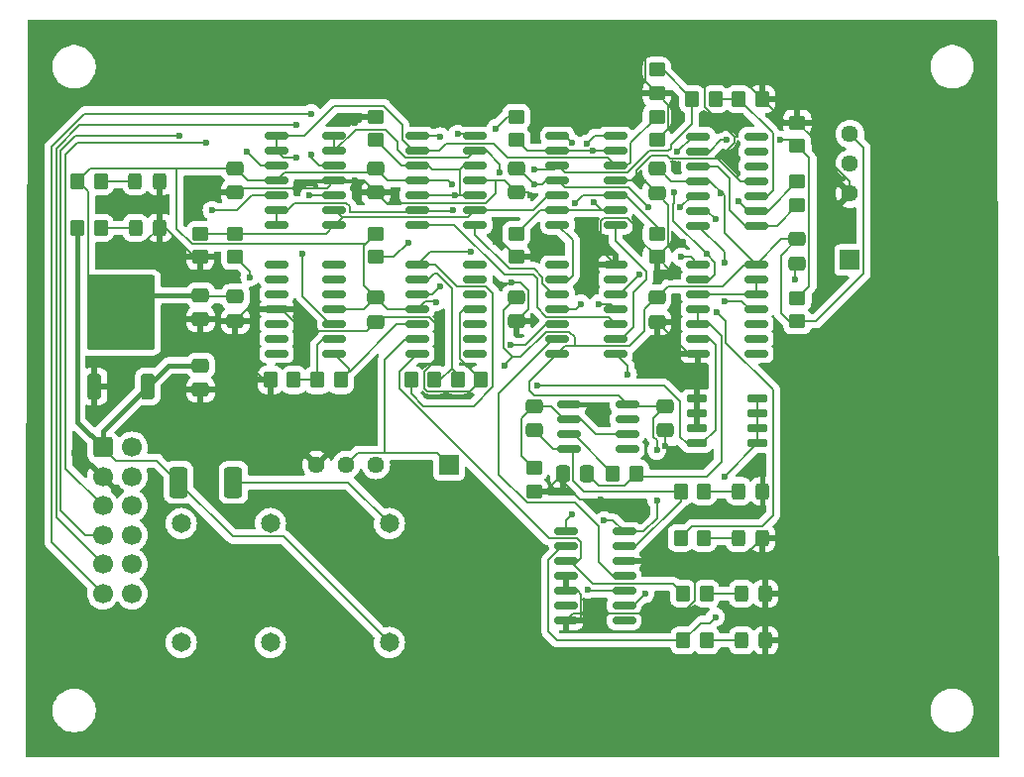
<source format=gbr>
%TF.GenerationSoftware,KiCad,Pcbnew,8.0.5*%
%TF.CreationDate,2025-02-24T01:44:01-08:00*%
%TF.ProjectId,BSPD,42535044-2e6b-4696-9361-645f70636258,rev?*%
%TF.SameCoordinates,Original*%
%TF.FileFunction,Copper,L1,Top*%
%TF.FilePolarity,Positive*%
%FSLAX46Y46*%
G04 Gerber Fmt 4.6, Leading zero omitted, Abs format (unit mm)*
G04 Created by KiCad (PCBNEW 8.0.5) date 2025-02-24 01:44:01*
%MOMM*%
%LPD*%
G01*
G04 APERTURE LIST*
G04 Aperture macros list*
%AMRoundRect*
0 Rectangle with rounded corners*
0 $1 Rounding radius*
0 $2 $3 $4 $5 $6 $7 $8 $9 X,Y pos of 4 corners*
0 Add a 4 corners polygon primitive as box body*
4,1,4,$2,$3,$4,$5,$6,$7,$8,$9,$2,$3,0*
0 Add four circle primitives for the rounded corners*
1,1,$1+$1,$2,$3*
1,1,$1+$1,$4,$5*
1,1,$1+$1,$6,$7*
1,1,$1+$1,$8,$9*
0 Add four rect primitives between the rounded corners*
20,1,$1+$1,$2,$3,$4,$5,0*
20,1,$1+$1,$4,$5,$6,$7,0*
20,1,$1+$1,$6,$7,$8,$9,0*
20,1,$1+$1,$8,$9,$2,$3,0*%
G04 Aperture macros list end*
%TA.AperFunction,SMDPad,CuDef*%
%ADD10RoundRect,0.250000X0.475000X-0.337500X0.475000X0.337500X-0.475000X0.337500X-0.475000X-0.337500X0*%
%TD*%
%TA.AperFunction,SMDPad,CuDef*%
%ADD11RoundRect,0.150000X-0.825000X-0.150000X0.825000X-0.150000X0.825000X0.150000X-0.825000X0.150000X0*%
%TD*%
%TA.AperFunction,SMDPad,CuDef*%
%ADD12RoundRect,0.250000X-0.450000X0.350000X-0.450000X-0.350000X0.450000X-0.350000X0.450000X0.350000X0*%
%TD*%
%TA.AperFunction,SMDPad,CuDef*%
%ADD13RoundRect,0.249999X-0.512501X-1.075001X0.512501X-1.075001X0.512501X1.075001X-0.512501X1.075001X0*%
%TD*%
%TA.AperFunction,ComponentPad*%
%ADD14RoundRect,0.250000X-0.600000X-0.600000X0.600000X-0.600000X0.600000X0.600000X-0.600000X0.600000X0*%
%TD*%
%TA.AperFunction,ComponentPad*%
%ADD15C,1.700000*%
%TD*%
%TA.AperFunction,SMDPad,CuDef*%
%ADD16RoundRect,0.250000X0.325000X0.450000X-0.325000X0.450000X-0.325000X-0.450000X0.325000X-0.450000X0*%
%TD*%
%TA.AperFunction,ComponentPad*%
%ADD17C,1.440000*%
%TD*%
%TA.AperFunction,SMDPad,CuDef*%
%ADD18RoundRect,0.250000X0.450000X-0.350000X0.450000X0.350000X-0.450000X0.350000X-0.450000X-0.350000X0*%
%TD*%
%TA.AperFunction,SMDPad,CuDef*%
%ADD19RoundRect,0.250000X0.350000X-0.850000X0.350000X0.850000X-0.350000X0.850000X-0.350000X-0.850000X0*%
%TD*%
%TA.AperFunction,SMDPad,CuDef*%
%ADD20RoundRect,0.250000X1.125000X-1.275000X1.125000X1.275000X-1.125000X1.275000X-1.125000X-1.275000X0*%
%TD*%
%TA.AperFunction,SMDPad,CuDef*%
%ADD21RoundRect,0.249997X2.650003X-2.950003X2.650003X2.950003X-2.650003X2.950003X-2.650003X-2.950003X0*%
%TD*%
%TA.AperFunction,SMDPad,CuDef*%
%ADD22RoundRect,0.250000X0.350000X0.450000X-0.350000X0.450000X-0.350000X-0.450000X0.350000X-0.450000X0*%
%TD*%
%TA.AperFunction,ComponentPad*%
%ADD23R,1.700000X1.700000*%
%TD*%
%TA.AperFunction,SMDPad,CuDef*%
%ADD24RoundRect,0.250000X-0.350000X-0.450000X0.350000X-0.450000X0.350000X0.450000X-0.350000X0.450000X0*%
%TD*%
%TA.AperFunction,SMDPad,CuDef*%
%ADD25RoundRect,0.250000X-0.337500X-0.475000X0.337500X-0.475000X0.337500X0.475000X-0.337500X0.475000X0*%
%TD*%
%TA.AperFunction,ComponentPad*%
%ADD26C,1.651000*%
%TD*%
%TA.AperFunction,SMDPad,CuDef*%
%ADD27RoundRect,0.150000X0.825000X0.150000X-0.825000X0.150000X-0.825000X-0.150000X0.825000X-0.150000X0*%
%TD*%
%TA.AperFunction,SMDPad,CuDef*%
%ADD28RoundRect,0.150000X-0.725000X-0.150000X0.725000X-0.150000X0.725000X0.150000X-0.725000X0.150000X0*%
%TD*%
%TA.AperFunction,ViaPad*%
%ADD29C,0.600000*%
%TD*%
%TA.AperFunction,Conductor*%
%ADD30C,0.200000*%
%TD*%
%TA.AperFunction,Conductor*%
%ADD31C,0.400000*%
%TD*%
G04 APERTURE END LIST*
D10*
%TO.P,C10,1*%
%TO.N,GND*%
X89765574Y-36791455D03*
%TO.P,C10,2*%
%TO.N,+5V*%
X89765574Y-34716455D03*
%TD*%
D11*
%TO.P,U5,1*%
%TO.N,/non_inv_front_brake_output*%
X69290574Y-42906455D03*
%TO.P,U5,2,-*%
%TO.N,Net-(U5A--)*%
X69290574Y-44176455D03*
%TO.P,U5,3,+*%
%TO.N,/Front_Brake_Buffered*%
X69290574Y-45446455D03*
%TO.P,U5,4,V+*%
%TO.N,+5V*%
X69290574Y-46716455D03*
%TO.P,U5,5,+*%
%TO.N,/non_inv_rear_brake_output*%
X69290574Y-47986455D03*
%TO.P,U5,6,-*%
%TO.N,/rear_braking_threshhold*%
X69290574Y-49256455D03*
%TO.P,U5,7*%
%TO.N,/rear_hard_braking*%
X69290574Y-50526455D03*
%TO.P,U5,8*%
%TO.N,N/C*%
X74240574Y-50526455D03*
%TO.P,U5,9*%
X74240574Y-49256455D03*
%TO.P,U5,10*%
X74240574Y-47986455D03*
%TO.P,U5,11,V-*%
%TO.N,GND*%
X74240574Y-46716455D03*
%TO.P,U5,12*%
%TO.N,N/C*%
X74240574Y-45446455D03*
%TO.P,U5,13*%
X74240574Y-44176455D03*
%TO.P,U5,14*%
X74240574Y-42906455D03*
%TD*%
D12*
%TO.P,R5,1*%
%TO.N,/Current_Sensor_VREF_Buffered*%
X53765574Y-40266455D03*
%TO.P,R5,2*%
%TO.N,Net-(U4C--)*%
X53765574Y-42266455D03*
%TD*%
D11*
%TO.P,U1,1*%
%TO.N,/Rear_Brake_Buffered*%
X57290574Y-31906455D03*
%TO.P,U1,2,-*%
X57290574Y-33176455D03*
%TO.P,U1,3,+*%
%TO.N,/Rear_Brake_Sensor*%
X57290574Y-34446455D03*
%TO.P,U1,4,V+*%
%TO.N,+5V*%
X57290574Y-35716455D03*
%TO.P,U1,5,+*%
%TO.N,/Front_Brake_Sensor*%
X57290574Y-36986455D03*
%TO.P,U1,6,-*%
%TO.N,/Front_Brake_Buffered*%
X57290574Y-38256455D03*
%TO.P,U1,7*%
X57290574Y-39526455D03*
%TO.P,U1,8*%
%TO.N,/Current_Sensor_VREF_Buffered*%
X62240574Y-39526455D03*
%TO.P,U1,9,-*%
X62240574Y-38256455D03*
%TO.P,U1,10,+*%
%TO.N,/Current_Sensor_VREF*%
X62240574Y-36986455D03*
%TO.P,U1,11,V-*%
%TO.N,GND*%
X62240574Y-35716455D03*
%TO.P,U1,12,+*%
%TO.N,/Current_Sensor_Output*%
X62240574Y-34446455D03*
%TO.P,U1,13,-*%
%TO.N,/Current_Sensor_Output_Buffered*%
X62240574Y-33176455D03*
%TO.P,U1,14*%
X62240574Y-31906455D03*
%TD*%
D13*
%TO.P,D4,1,K*%
%TO.N,+12V*%
X48928074Y-61516455D03*
%TO.P,D4,2,A*%
%TO.N,Net-(D4-A)*%
X53603074Y-61516455D03*
%TD*%
D10*
%TO.P,C12,1*%
%TO.N,GND*%
X50801824Y-53597705D03*
%TO.P,C12,2*%
%TO.N,+12V*%
X50801824Y-51522705D03*
%TD*%
D14*
%TO.P,J2,1,Pin_1*%
%TO.N,+12V*%
X42445574Y-58516455D03*
D15*
%TO.P,J2,2,Pin_2*%
%TO.N,GND*%
X42445574Y-61016455D03*
%TO.P,J2,3,Pin_3*%
%TO.N,/Rear_Brake_Sensor*%
X42445574Y-63516455D03*
%TO.P,J2,4,Pin_4*%
%TO.N,/Front_Brake_Sensor*%
X42445574Y-66016455D03*
%TO.P,J2,5,Pin_5*%
%TO.N,/Current_Sensor_Output*%
X42445574Y-68516455D03*
%TO.P,J2,6,Pin_6*%
%TO.N,/Current_Sensor_VREF*%
X42445574Y-71016455D03*
%TO.P,J2,7,Pin_7*%
%TO.N,/Shutdown_In*%
X44945574Y-58516455D03*
%TO.P,J2,8,Pin_8*%
%TO.N,/Shutdown_Out*%
X44945574Y-61016455D03*
%TO.P,J2,9,Pin_9*%
%TO.N,/BSPD_Fault_LOW*%
X44945574Y-63516455D03*
%TO.P,J2,10,Pin_10*%
%TO.N,unconnected-(J2-Pin_10-Pad10)*%
X44945574Y-66016455D03*
%TO.P,J2,11,Pin_11*%
%TO.N,unconnected-(J2-Pin_11-Pad11)*%
X44945574Y-68516455D03*
%TO.P,J2,12,Pin_12*%
%TO.N,unconnected-(J2-Pin_12-Pad12)*%
X44945574Y-71016455D03*
%TD*%
D10*
%TO.P,C3,1*%
%TO.N,GND*%
X77765574Y-36753955D03*
%TO.P,C3,2*%
%TO.N,+5V*%
X77765574Y-34678955D03*
%TD*%
D16*
%TO.P,D1,1,K*%
%TO.N,GND*%
X99065574Y-75016455D03*
%TO.P,D1,2,A*%
%TO.N,Net-(D1-A)*%
X97015574Y-75016455D03*
%TD*%
D10*
%TO.P,C5,1*%
%TO.N,GND*%
X65765574Y-47791455D03*
%TO.P,C5,2*%
%TO.N,+5V*%
X65765574Y-45716455D03*
%TD*%
D12*
%TO.P,R16,1*%
%TO.N,GND*%
X101765574Y-30766455D03*
%TO.P,R16,2*%
%TO.N,/high_current_threshhold*%
X101765574Y-32766455D03*
%TD*%
D17*
%TO.P,RV2,1,1*%
%TO.N,+5V*%
X65765574Y-60016455D03*
%TO.P,RV2,2,2*%
%TO.N,/rear_braking_threshhold*%
X63225574Y-60016455D03*
%TO.P,RV2,3,3*%
%TO.N,GND*%
X60685574Y-60016455D03*
%TD*%
D18*
%TO.P,R13,1*%
%TO.N,/open_circuit_threshhold*%
X65765574Y-42266455D03*
%TO.P,R13,2*%
%TO.N,+5V*%
X65765574Y-40266455D03*
%TD*%
D19*
%TO.P,U7,1,ADJ/GND*%
%TO.N,GND*%
X41741824Y-53310205D03*
D20*
%TO.P,U7,2,OUT*%
%TO.N,+5V*%
X42496824Y-48685205D03*
X45546824Y-48685205D03*
D21*
X44021824Y-47010205D03*
D20*
X42496824Y-45335205D03*
X45546824Y-45335205D03*
D19*
%TO.P,U7,3,IN*%
%TO.N,+12V*%
X46301824Y-53310205D03*
%TD*%
D22*
%TO.P,R1,1*%
%TO.N,Net-(D5-A)*%
X93790574Y-62266455D03*
%TO.P,R1,2*%
%TO.N,/BSPD_Fault_HIGH*%
X91790574Y-62266455D03*
%TD*%
D17*
%TO.P,RV1,1,1*%
%TO.N,+5V*%
X106265574Y-31766455D03*
%TO.P,RV1,2,2*%
%TO.N,/front_braking_threshhold*%
X106265574Y-34306455D03*
%TO.P,RV1,3,3*%
%TO.N,GND*%
X106265574Y-36846455D03*
%TD*%
D22*
%TO.P,R4,1*%
%TO.N,GND*%
X98765574Y-28766455D03*
%TO.P,R4,2*%
%TO.N,Net-(U4C-+)*%
X96765574Y-28766455D03*
%TD*%
D10*
%TO.P,C6,1*%
%TO.N,GND*%
X77765574Y-47753955D03*
%TO.P,C6,2*%
%TO.N,+5V*%
X77765574Y-45678955D03*
%TD*%
D23*
%TO.P,TP2,1,1*%
%TO.N,/front_braking_threshhold*%
X106265574Y-42516455D03*
%TD*%
D18*
%TO.P,R11,1*%
%TO.N,/short_circuit_threshhold*%
X77765574Y-32266455D03*
%TO.P,R11,2*%
%TO.N,+5V*%
X77765574Y-30266455D03*
%TD*%
D16*
%TO.P,D6,1,K*%
%TO.N,GND*%
X47290574Y-39766455D03*
%TO.P,D6,2,A*%
%TO.N,Net-(D6-A)*%
X45240574Y-39766455D03*
%TD*%
D11*
%TO.P,U3,1*%
%TO.N,/current_sensor_short*%
X81290574Y-31906455D03*
%TO.P,U3,2,-*%
%TO.N,/short_circuit_threshhold*%
X81290574Y-33176455D03*
%TO.P,U3,3,+*%
%TO.N,/Current_Sensor_Output_Buffered*%
X81290574Y-34446455D03*
%TO.P,U3,4,V+*%
%TO.N,+5V*%
X81290574Y-35716455D03*
%TO.P,U3,5,+*%
%TO.N,/Current_Sensor_VREF_Buffered*%
X81290574Y-36986455D03*
%TO.P,U3,6,-*%
%TO.N,/short_circuit_threshhold*%
X81290574Y-38256455D03*
%TO.P,U3,7*%
%TO.N,/current_VREF_short*%
X81290574Y-39526455D03*
%TO.P,U3,8*%
%TO.N,/front_brake_short*%
X86240574Y-39526455D03*
%TO.P,U3,9,-*%
%TO.N,/short_circuit_threshhold*%
X86240574Y-38256455D03*
%TO.P,U3,10,+*%
%TO.N,/Front_Brake_Buffered*%
X86240574Y-36986455D03*
%TO.P,U3,11,V-*%
%TO.N,GND*%
X86240574Y-35716455D03*
%TO.P,U3,12,+*%
%TO.N,/Rear_Brake_Buffered*%
X86240574Y-34446455D03*
%TO.P,U3,13,-*%
%TO.N,/short_circuit_threshhold*%
X86240574Y-33176455D03*
%TO.P,U3,14*%
%TO.N,/rear_brake_short*%
X86240574Y-31906455D03*
%TD*%
D12*
%TO.P,R15,1*%
%TO.N,/high_current_threshhold*%
X101765574Y-45766455D03*
%TO.P,R15,2*%
%TO.N,+5V*%
X101765574Y-47766455D03*
%TD*%
D11*
%TO.P,U10,1*%
%TO.N,/logic/hard_braking*%
X82015574Y-65706455D03*
%TO.P,U10,2*%
%TO.N,/front_hard_braking*%
X82015574Y-66976455D03*
%TO.P,U10,3*%
%TO.N,/rear_hard_braking*%
X82015574Y-68246455D03*
%TO.P,U10,4*%
%TO.N,GND*%
X82015574Y-69516455D03*
%TO.P,U10,5*%
X82015574Y-70786455D03*
%TO.P,U10,6*%
%TO.N,N/C*%
X82015574Y-72056455D03*
%TO.P,U10,7,VSS*%
%TO.N,GND*%
X82015574Y-73326455D03*
%TO.P,U10,8*%
%TO.N,N/C*%
X86965574Y-73326455D03*
%TO.P,U10,9*%
%TO.N,/logic/hard_braking_high_current*%
X86965574Y-72056455D03*
%TO.P,U10,10*%
%TO.N,/logic/brake_opens_shorts*%
X86965574Y-70786455D03*
%TO.P,U10,11*%
%TO.N,/logic/current_opens_shorts*%
X86965574Y-69516455D03*
%TO.P,U10,12*%
%TO.N,GND*%
X86965574Y-68246455D03*
%TO.P,U10,13*%
%TO.N,/BSPD_Fault_HIGH*%
X86965574Y-66976455D03*
%TO.P,U10,14,VDD*%
%TO.N,+5V*%
X86965574Y-65706455D03*
%TD*%
D18*
%TO.P,R12,1*%
%TO.N,GND*%
X77765574Y-42266455D03*
%TO.P,R12,2*%
%TO.N,/short_circuit_threshhold*%
X77765574Y-40266455D03*
%TD*%
D12*
%TO.P,R10,1*%
%TO.N,Net-(U13-THR)*%
X79265574Y-60266455D03*
%TO.P,R10,2*%
%TO.N,GND*%
X79265574Y-62266455D03*
%TD*%
D18*
%TO.P,R25,1*%
%TO.N,GND*%
X50765574Y-42266455D03*
%TO.P,R25,2*%
%TO.N,/Current_Sensor_VREF_Buffered*%
X50765574Y-40266455D03*
%TD*%
D10*
%TO.P,C13,1*%
%TO.N,GND*%
X50801824Y-47597705D03*
%TO.P,C13,2*%
%TO.N,+5V*%
X50801824Y-45522705D03*
%TD*%
D16*
%TO.P,D2,1,K*%
%TO.N,GND*%
X99040574Y-71016455D03*
%TO.P,D2,2,A*%
%TO.N,Net-(D2-A)*%
X96990574Y-71016455D03*
%TD*%
D18*
%TO.P,R28,1*%
%TO.N,GND*%
X89765574Y-28266455D03*
%TO.P,R28,2*%
%TO.N,/Current_Sensor_Output_Buffered*%
X89765574Y-26266455D03*
%TD*%
D23*
%TO.P,TP1,1,1*%
%TO.N,/rear_braking_threshhold*%
X72015574Y-60016455D03*
%TD*%
D18*
%TO.P,R24,1*%
%TO.N,GND*%
X89765574Y-42266455D03*
%TO.P,R24,2*%
%TO.N,/Front_Brake_Buffered*%
X89765574Y-40266455D03*
%TD*%
D10*
%TO.P,C11,1*%
%TO.N,GND*%
X89765574Y-47803955D03*
%TO.P,C11,2*%
%TO.N,+5V*%
X89765574Y-45728955D03*
%TD*%
D18*
%TO.P,R23,1*%
%TO.N,GND*%
X89765574Y-32266455D03*
%TO.P,R23,2*%
%TO.N,/Rear_Brake_Buffered*%
X89765574Y-30266455D03*
%TD*%
D22*
%TO.P,R18,1*%
%TO.N,Net-(D7-A)*%
X42265574Y-35766455D03*
%TO.P,R18,2*%
%TO.N,+5V*%
X40265574Y-35766455D03*
%TD*%
D24*
%TO.P,R20,1*%
%TO.N,Net-(U8A--)*%
X60765574Y-52766455D03*
%TO.P,R20,2*%
%TO.N,/non_inv_rear_brake_output*%
X62765574Y-52766455D03*
%TD*%
D16*
%TO.P,D3,1,K*%
%TO.N,GND*%
X98790574Y-66266455D03*
%TO.P,D3,2,A*%
%TO.N,Net-(D3-A)*%
X96740574Y-66266455D03*
%TD*%
D25*
%TO.P,C14,1*%
%TO.N,GND*%
X81728074Y-60766455D03*
%TO.P,C14,2*%
%TO.N,Net-(C14-Pad2)*%
X83803074Y-60766455D03*
%TD*%
D16*
%TO.P,D7,1,K*%
%TO.N,GND*%
X47265574Y-35766455D03*
%TO.P,D7,2,A*%
%TO.N,Net-(D7-A)*%
X45215574Y-35766455D03*
%TD*%
D22*
%TO.P,R8,1*%
%TO.N,Net-(D2-A)*%
X94015574Y-71016455D03*
%TO.P,R8,2*%
%TO.N,/rear_hard_braking*%
X92015574Y-71016455D03*
%TD*%
%TO.P,R17,1*%
%TO.N,Net-(D6-A)*%
X42265574Y-39766455D03*
%TO.P,R17,2*%
%TO.N,+12V*%
X40265574Y-39766455D03*
%TD*%
D12*
%TO.P,R14,1*%
%TO.N,GND*%
X65765574Y-30266455D03*
%TO.P,R14,2*%
%TO.N,/open_circuit_threshhold*%
X65765574Y-32266455D03*
%TD*%
D26*
%TO.P,K2,1,-*%
%TO.N,Net-(D4-A)*%
X66925574Y-65016455D03*
%TO.P,K2,3*%
%TO.N,/Shutdown_Out*%
X56765574Y-65016455D03*
%TO.P,K2,4*%
%TO.N,/Shutdown_In*%
X49145574Y-65016455D03*
%TO.P,K2,5*%
%TO.N,unconnected-(K2-Pad5)*%
X49145574Y-75176455D03*
%TO.P,K2,6*%
%TO.N,unconnected-(K2-Pad6)*%
X56765574Y-75176455D03*
%TO.P,K2,8,+*%
%TO.N,+12V*%
X66925574Y-75176455D03*
%TD*%
D27*
%TO.P,U8,1*%
%TO.N,/non_inv_rear_brake_output*%
X62240574Y-50526455D03*
%TO.P,U8,2,-*%
%TO.N,Net-(U8A--)*%
X62240574Y-49256455D03*
%TO.P,U8,3,+*%
%TO.N,/Rear_Brake_Buffered*%
X62240574Y-47986455D03*
%TO.P,U8,4,V+*%
%TO.N,+5V*%
X62240574Y-46716455D03*
%TO.P,U8,5*%
%TO.N,N/C*%
X62240574Y-45446455D03*
%TO.P,U8,6*%
X62240574Y-44176455D03*
%TO.P,U8,7*%
X62240574Y-42906455D03*
%TO.P,U8,8*%
X57290574Y-42906455D03*
%TO.P,U8,9*%
X57290574Y-44176455D03*
%TO.P,U8,10*%
X57290574Y-45446455D03*
%TO.P,U8,11,V-*%
%TO.N,GND*%
X57290574Y-46716455D03*
%TO.P,U8,12*%
%TO.N,N/C*%
X57290574Y-47986455D03*
%TO.P,U8,13*%
X57290574Y-49256455D03*
%TO.P,U8,14*%
X57290574Y-50526455D03*
%TD*%
D10*
%TO.P,C9,1*%
%TO.N,/BSPD_Fault_HIGH*%
X79265574Y-57053955D03*
%TO.P,C9,2*%
%TO.N,Net-(U13-THR)*%
X79265574Y-54978955D03*
%TD*%
D12*
%TO.P,R6,1*%
%TO.N,Net-(U4C--)*%
X101765574Y-35816455D03*
%TO.P,R6,2*%
%TO.N,/differential_current_output*%
X101765574Y-37816455D03*
%TD*%
D22*
%TO.P,R22,1*%
%TO.N,Net-(U5A--)*%
X70765574Y-52766455D03*
%TO.P,R22,2*%
%TO.N,/non_inv_front_brake_output*%
X68765574Y-52766455D03*
%TD*%
D27*
%TO.P,U6,1*%
%TO.N,/logic/brake_opens_shorts*%
X86240574Y-50526455D03*
%TO.P,U6,2*%
%TO.N,/front_brake_short*%
X86240574Y-49256455D03*
%TO.P,U6,3*%
%TO.N,/front_brake_open*%
X86240574Y-47986455D03*
%TO.P,U6,4*%
%TO.N,/rear_brake_short*%
X86240574Y-46716455D03*
%TO.P,U6,5*%
%TO.N,/rear_brake_open*%
X86240574Y-45446455D03*
%TO.P,U6,6*%
%TO.N,N/C*%
X86240574Y-44176455D03*
%TO.P,U6,7,VSS*%
%TO.N,GND*%
X86240574Y-42906455D03*
%TO.P,U6,8*%
%TO.N,N/C*%
X81290574Y-42906455D03*
%TO.P,U6,9*%
%TO.N,/current_VREF_short*%
X81290574Y-44176455D03*
%TO.P,U6,10*%
%TO.N,/current_VREF_open*%
X81290574Y-45446455D03*
%TO.P,U6,11*%
%TO.N,/current_sensor_short*%
X81290574Y-46716455D03*
%TO.P,U6,12*%
%TO.N,/current_sensor_open*%
X81290574Y-47986455D03*
%TO.P,U6,13*%
%TO.N,/logic/current_opens_shorts*%
X81290574Y-49256455D03*
%TO.P,U6,14,VDD*%
%TO.N,+5V*%
X81290574Y-50526455D03*
%TD*%
D11*
%TO.P,U9,1*%
%TO.N,/logic/hard_braking*%
X93290574Y-42906455D03*
%TO.P,U9,2*%
%TO.N,/high_current*%
X93290574Y-44176455D03*
%TO.P,U9,3*%
%TO.N,Net-(U9-Pad12)*%
X93290574Y-45446455D03*
%TO.P,U9,4*%
%TO.N,Net-(C14-Pad2)*%
X93290574Y-46716455D03*
%TO.P,U9,5*%
X93290574Y-47986455D03*
%TO.P,U9,6*%
%TO.N,/BSPD_Fault_LOW*%
X93290574Y-49256455D03*
%TO.P,U9,7,GND*%
%TO.N,GND*%
X93290574Y-50526455D03*
%TO.P,U9,8*%
%TO.N,unconnected-(U9-Pad8)*%
X98240574Y-50526455D03*
%TO.P,U9,9*%
%TO.N,unconnected-(U9-Pad9)*%
X98240574Y-49256455D03*
%TO.P,U9,10*%
%TO.N,unconnected-(U9-Pad10)*%
X98240574Y-47986455D03*
%TO.P,U9,11*%
%TO.N,/logic/hard_braking_high_current*%
X98240574Y-46716455D03*
%TO.P,U9,12*%
%TO.N,Net-(U9-Pad12)*%
X98240574Y-45446455D03*
%TO.P,U9,13*%
X98240574Y-44176455D03*
%TO.P,U9,14,VCC*%
%TO.N,+5V*%
X98240574Y-42906455D03*
%TD*%
D10*
%TO.P,C4,1*%
%TO.N,GND*%
X101765574Y-42803955D03*
%TO.P,C4,2*%
%TO.N,+5V*%
X101765574Y-40728955D03*
%TD*%
D24*
%TO.P,R2,1*%
%TO.N,Net-(U13-Q)*%
X86015574Y-60766455D03*
%TO.P,R2,2*%
%TO.N,Net-(C14-Pad2)*%
X88015574Y-60766455D03*
%TD*%
D22*
%TO.P,R7,1*%
%TO.N,Net-(D1-A)*%
X94040574Y-75016455D03*
%TO.P,R7,2*%
%TO.N,/front_hard_braking*%
X92040574Y-75016455D03*
%TD*%
D10*
%TO.P,C8,1*%
%TO.N,GND*%
X53765574Y-47716455D03*
%TO.P,C8,2*%
%TO.N,+5V*%
X53765574Y-45641455D03*
%TD*%
D24*
%TO.P,R3,1*%
%TO.N,/Current_Sensor_Output_Buffered*%
X92765574Y-28766455D03*
%TO.P,R3,2*%
%TO.N,Net-(U4C-+)*%
X94765574Y-28766455D03*
%TD*%
D11*
%TO.P,U13,1,GND*%
%TO.N,GND*%
X82290574Y-54861455D03*
%TO.P,U13,2,TR*%
%TO.N,Net-(U13-THR)*%
X82290574Y-56131455D03*
%TO.P,U13,3,Q*%
%TO.N,Net-(U13-Q)*%
X82290574Y-57401455D03*
%TO.P,U13,4,R*%
%TO.N,/BSPD_Fault_HIGH*%
X82290574Y-58671455D03*
%TO.P,U13,5,CV*%
%TO.N,unconnected-(U13-CV-Pad5)*%
X87240574Y-58671455D03*
%TO.P,U13,6,THR*%
%TO.N,Net-(U13-THR)*%
X87240574Y-57401455D03*
%TO.P,U13,7,DIS*%
%TO.N,unconnected-(U13-DIS-Pad7)*%
X87240574Y-56131455D03*
%TO.P,U13,8,VCC*%
%TO.N,+5V*%
X87240574Y-54861455D03*
%TD*%
D28*
%TO.P,CR1,1,S*%
%TO.N,GND*%
X93190574Y-54361455D03*
%TO.P,CR1,2,S*%
X93190574Y-55631455D03*
%TO.P,CR1,3,S*%
X93190574Y-56901455D03*
%TO.P,CR1,4,G*%
%TO.N,/BSPD_Fault_LOW*%
X93190574Y-58171455D03*
%TO.P,CR1,5,D*%
%TO.N,Net-(D4-A)*%
X98340574Y-58171455D03*
%TO.P,CR1,6,D*%
X98340574Y-56901455D03*
%TO.P,CR1,7,D*%
X98340574Y-55631455D03*
%TO.P,CR1,8,D*%
X98340574Y-54361455D03*
%TD*%
D24*
%TO.P,R19,1*%
%TO.N,GND*%
X56765574Y-52766455D03*
%TO.P,R19,2*%
%TO.N,Net-(U8A--)*%
X58765574Y-52766455D03*
%TD*%
D22*
%TO.P,R9,1*%
%TO.N,Net-(D3-A)*%
X93790574Y-66266455D03*
%TO.P,R9,2*%
%TO.N,/high_current*%
X91790574Y-66266455D03*
%TD*%
D10*
%TO.P,C1,1*%
%TO.N,GND*%
X53765574Y-36753955D03*
%TO.P,C1,2*%
%TO.N,+5V*%
X53765574Y-34678955D03*
%TD*%
D11*
%TO.P,U2,1*%
%TO.N,/rear_brake_open*%
X69290574Y-31906455D03*
%TO.P,U2,2,-*%
%TO.N,/Rear_Brake_Buffered*%
X69290574Y-33176455D03*
%TO.P,U2,3,+*%
%TO.N,/open_circuit_threshhold*%
X69290574Y-34446455D03*
%TO.P,U2,4,V+*%
%TO.N,+5V*%
X69290574Y-35716455D03*
%TO.P,U2,5,+*%
%TO.N,/open_circuit_threshhold*%
X69290574Y-36986455D03*
%TO.P,U2,6,-*%
%TO.N,/Front_Brake_Buffered*%
X69290574Y-38256455D03*
%TO.P,U2,7*%
%TO.N,/front_brake_open*%
X69290574Y-39526455D03*
%TO.P,U2,8*%
%TO.N,/current_VREF_open*%
X74240574Y-39526455D03*
%TO.P,U2,9,-*%
%TO.N,/Current_Sensor_VREF_Buffered*%
X74240574Y-38256455D03*
%TO.P,U2,10,+*%
%TO.N,/open_circuit_threshhold*%
X74240574Y-36986455D03*
%TO.P,U2,11,V-*%
%TO.N,GND*%
X74240574Y-35716455D03*
%TO.P,U2,12,+*%
%TO.N,/open_circuit_threshhold*%
X74240574Y-34446455D03*
%TO.P,U2,13,-*%
%TO.N,/Current_Sensor_Output_Buffered*%
X74240574Y-33176455D03*
%TO.P,U2,14*%
%TO.N,/current_sensor_open*%
X74240574Y-31906455D03*
%TD*%
D16*
%TO.P,D5,1,K*%
%TO.N,GND*%
X98815574Y-62266455D03*
%TO.P,D5,2,A*%
%TO.N,Net-(D5-A)*%
X96765574Y-62266455D03*
%TD*%
D11*
%TO.P,U4,1*%
%TO.N,/high_current*%
X93290574Y-31956455D03*
%TO.P,U4,2,-*%
%TO.N,/high_current_threshhold*%
X93290574Y-33226455D03*
%TO.P,U4,3,+*%
%TO.N,/differential_current_output*%
X93290574Y-34496455D03*
%TO.P,U4,4,V+*%
%TO.N,+5V*%
X93290574Y-35766455D03*
%TO.P,U4,5,+*%
%TO.N,/non_inv_front_brake_output*%
X93290574Y-37036455D03*
%TO.P,U4,6,-*%
%TO.N,/front_braking_threshhold*%
X93290574Y-38306455D03*
%TO.P,U4,7*%
%TO.N,/front_hard_braking*%
X93290574Y-39576455D03*
%TO.P,U4,8*%
%TO.N,/differential_current_output*%
X98240574Y-39576455D03*
%TO.P,U4,9,-*%
%TO.N,Net-(U4C--)*%
X98240574Y-38306455D03*
%TO.P,U4,10,+*%
%TO.N,Net-(U4C-+)*%
X98240574Y-37036455D03*
%TO.P,U4,11,V-*%
%TO.N,GND*%
X98240574Y-35766455D03*
%TO.P,U4,12*%
%TO.N,N/C*%
X98240574Y-34496455D03*
%TO.P,U4,13*%
X98240574Y-33226455D03*
%TO.P,U4,14*%
X98240574Y-31956455D03*
%TD*%
D10*
%TO.P,C2,1*%
%TO.N,GND*%
X65765574Y-36753955D03*
%TO.P,C2,2*%
%TO.N,+5V*%
X65765574Y-34678955D03*
%TD*%
%TO.P,C7,1*%
%TO.N,GND*%
X90515574Y-57053955D03*
%TO.P,C7,2*%
%TO.N,+5V*%
X90515574Y-54978955D03*
%TD*%
D22*
%TO.P,R21,1*%
%TO.N,GND*%
X74765574Y-52766455D03*
%TO.P,R21,2*%
%TO.N,Net-(U5A--)*%
X72765574Y-52766455D03*
%TD*%
D29*
%TO.N,/Current_Sensor_Output*%
X60265574Y-33516455D03*
X58999559Y-31000441D03*
%TO.N,GND*%
X90515574Y-58400000D03*
X85000000Y-56000000D03*
X85000000Y-63000000D03*
X76000000Y-41000000D03*
X46000000Y-42000000D03*
X91000000Y-44000000D03*
X50000000Y-38000000D03*
X40000000Y-59000000D03*
X93000000Y-52000000D03*
X92000000Y-41000000D03*
X91480810Y-49519190D03*
X64000000Y-35716455D03*
X84600000Y-55000000D03*
X104200000Y-43200000D03*
X63968546Y-30772088D03*
X84365574Y-44000000D03*
X101600000Y-44200000D03*
X79000000Y-37000000D03*
X77338549Y-44390903D03*
%TO.N,/Front_Brake_Sensor*%
X51765574Y-38266455D03*
X49015574Y-31916455D03*
%TO.N,/Rear_Brake_Sensor*%
X51265574Y-32516455D03*
X54765574Y-33266455D03*
%TO.N,+5V*%
X76015574Y-31266455D03*
X70901030Y-46098970D03*
X89765574Y-63016455D03*
X79265574Y-36016455D03*
X89000000Y-38000000D03*
X72314839Y-36065720D03*
X76765574Y-51516455D03*
X85265574Y-64766455D03*
X95200295Y-36799705D03*
X89765574Y-58766455D03*
%TO.N,/Current_Sensor_VREF*%
X60115574Y-37000000D03*
X60282029Y-30000000D03*
%TO.N,/BSPD_Fault_LOW*%
X79515574Y-53266455D03*
%TO.N,Net-(D4-A)*%
X95515574Y-61016455D03*
%TO.N,/Current_Sensor_Output_Buffered*%
X76365574Y-35016455D03*
X79265574Y-34766455D03*
%TO.N,/Rear_Brake_Buffered*%
X59515574Y-42000000D03*
X59015574Y-33766455D03*
%TO.N,/Front_Brake_Buffered*%
X71265574Y-44766455D03*
X82765574Y-37656455D03*
X72397950Y-38256455D03*
%TO.N,/high_current_threshhold*%
X100265574Y-32266455D03*
X95765574Y-32266455D03*
%TO.N,/open_circuit_threshhold*%
X68515574Y-41016455D03*
X72545574Y-36986455D03*
%TO.N,/short_circuit_threshhold*%
X84365574Y-37586455D03*
X84294723Y-33176455D03*
%TO.N,/current_sensor_open*%
X72765574Y-31766455D03*
X77265574Y-49766455D03*
%TO.N,/rear_brake_open*%
X88265574Y-43766455D03*
X71265574Y-31976455D03*
%TO.N,/current_sensor_short*%
X83265574Y-46266455D03*
X82544380Y-32534675D03*
%TO.N,/rear_brake_short*%
X84765574Y-46266455D03*
X83765574Y-32576455D03*
%TO.N,/high_current*%
X94915574Y-47000000D03*
X91515574Y-33266455D03*
X93999835Y-42000165D03*
X91265574Y-36766455D03*
%TO.N,/front_braking_threshhold*%
X94765574Y-39016455D03*
%TO.N,/front_hard_braking*%
X95515574Y-42766455D03*
X94765574Y-73016455D03*
%TO.N,/logic/hard_braking*%
X91865574Y-42266455D03*
X82515574Y-64266455D03*
%TO.N,/logic/brake_opens_shorts*%
X83890574Y-70641455D03*
X87265574Y-52266455D03*
%TO.N,/logic/hard_braking_high_current*%
X88765574Y-71016455D03*
X95515574Y-46046455D03*
%TO.N,/non_inv_front_brake_output*%
X73865574Y-41766455D03*
X91765574Y-38016455D03*
%TO.N,Net-(U4C--)*%
X96765574Y-37516455D03*
X55000000Y-44000000D03*
%TD*%
D30*
%TO.N,/Current_Sensor_Output*%
X60945574Y-34446455D02*
X62240574Y-34446455D01*
X58999559Y-31000441D02*
X58999118Y-31000000D01*
X58999118Y-31000000D02*
X40466343Y-31000000D01*
X38465574Y-33000769D02*
X38465574Y-64536455D01*
X60265574Y-33766455D02*
X60945574Y-34446455D01*
X40466343Y-31000000D02*
X38465574Y-33000769D01*
X38465574Y-64536455D02*
X42445574Y-68516455D01*
X60265574Y-33516455D02*
X60265574Y-33766455D01*
%TO.N,GND*%
X65765574Y-47791455D02*
X66170574Y-47386455D01*
X53765574Y-36753955D02*
X54133074Y-36386455D01*
X76000000Y-36842581D02*
X75186126Y-37656455D01*
X74240574Y-46716455D02*
X73265575Y-46716455D01*
X64728074Y-35716455D02*
X65765574Y-36753955D01*
X56765574Y-52766455D02*
X56165574Y-52766455D01*
X91000000Y-43500881D02*
X91000000Y-44000000D01*
X59586455Y-48586455D02*
X57716455Y-46716455D01*
X91890318Y-72726455D02*
X93000000Y-71616773D01*
X89318330Y-33566455D02*
X90616004Y-33566455D01*
X50266455Y-42266455D02*
X50765574Y-42266455D01*
X54133074Y-36386455D02*
X61570574Y-36386455D01*
X69865574Y-53451199D02*
X70180830Y-53766455D01*
X88000000Y-39670329D02*
X88000000Y-40500881D01*
X66170574Y-47386455D02*
X70306126Y-47386455D01*
X64474179Y-30266455D02*
X63968546Y-30772088D01*
X82615574Y-72726455D02*
X91890318Y-72726455D01*
X96900000Y-35766455D02*
X95000000Y-33866455D01*
X46000000Y-41000000D02*
X46000000Y-42000000D01*
X47290574Y-39766455D02*
X47766455Y-39766455D01*
X93865574Y-26865574D02*
X93000000Y-26000000D01*
X76499119Y-41000000D02*
X76000000Y-41000000D01*
X78790574Y-45106711D02*
X78790574Y-46728955D01*
X79265574Y-62266455D02*
X80228074Y-62266455D01*
X96365574Y-32514984D02*
X96365574Y-31951199D01*
X106265574Y-35828222D02*
X103000000Y-32562648D01*
X76728074Y-35716455D02*
X74240574Y-35716455D01*
X53765574Y-36753955D02*
X51246045Y-36753955D01*
X51246045Y-36753955D02*
X50000000Y-38000000D01*
X82990573Y-73326455D02*
X83290574Y-73026454D01*
X90515574Y-58400000D02*
X90515574Y-57053955D01*
X95014103Y-33866455D02*
X96365574Y-32514984D01*
X83290574Y-71086456D02*
X82990573Y-70786455D01*
X98765574Y-28766455D02*
X98766455Y-28766455D01*
X83236619Y-63000000D02*
X85000000Y-63000000D01*
X71000000Y-48080329D02*
X71000000Y-50947285D01*
X103000000Y-32000881D02*
X101765574Y-30766455D01*
X94999119Y-25000000D02*
X98765574Y-28766455D01*
X77765574Y-36753955D02*
X78753955Y-36753955D01*
X87256126Y-38926455D02*
X88000000Y-39670329D01*
X90765574Y-31266455D02*
X90765574Y-29266455D01*
X88690574Y-35716455D02*
X89765574Y-36791455D01*
X75186126Y-37656455D02*
X66668074Y-37656455D01*
X96810574Y-68246455D02*
X98790574Y-66266455D01*
X100766455Y-30766455D02*
X101765574Y-30766455D01*
X82290574Y-54861455D02*
X84461455Y-54861455D01*
X47265574Y-35766455D02*
X47265574Y-39741455D01*
X73265575Y-46716455D02*
X72965574Y-47016456D01*
X47265574Y-39741455D02*
X47258545Y-39741455D01*
X74240574Y-35716455D02*
X76000000Y-35716455D01*
X77765574Y-36753955D02*
X76728074Y-35716455D01*
X64000000Y-35716455D02*
X64728074Y-35716455D01*
X93865574Y-29451199D02*
X93865574Y-26865574D01*
X101600000Y-44200000D02*
X101600000Y-42969529D01*
X85225022Y-38926455D02*
X87256126Y-38926455D01*
X84365574Y-44000000D02*
X84365574Y-42906455D01*
X64970574Y-48586455D02*
X59586455Y-48586455D01*
X65765574Y-47791455D02*
X64970574Y-48586455D01*
X90765574Y-37791455D02*
X90765574Y-41266455D01*
X93000000Y-26000000D02*
X93000000Y-25000000D01*
X93190574Y-55631455D02*
X93190574Y-54361455D01*
X93000000Y-25000000D02*
X94999119Y-25000000D01*
X89765574Y-36791455D02*
X90765574Y-37791455D01*
X88024119Y-34860666D02*
X89318330Y-33566455D01*
X84365574Y-42906455D02*
X86240574Y-42906455D01*
X98240574Y-35766455D02*
X96900000Y-35766455D01*
X93190574Y-56901455D02*
X93190574Y-55631455D01*
X82015574Y-69516455D02*
X82015574Y-70786455D01*
X78790574Y-46728955D02*
X77765574Y-47753955D01*
X84461455Y-54861455D02*
X84600000Y-55000000D01*
X61570574Y-36386455D02*
X62240574Y-35716455D01*
X89765574Y-47803955D02*
X92488074Y-50526455D01*
X88024119Y-35716455D02*
X88690574Y-35716455D01*
X84965574Y-41631455D02*
X84965574Y-39185903D01*
X90765574Y-41266455D02*
X89765574Y-42266455D01*
X77765574Y-42266455D02*
X76499119Y-41000000D01*
X81728074Y-60766455D02*
X81728074Y-61491455D01*
X96365574Y-31951199D02*
X93865574Y-29451199D01*
X89000000Y-25000000D02*
X93000000Y-25000000D01*
X101600000Y-42969529D02*
X101765574Y-42803955D01*
X86240574Y-35716455D02*
X88024119Y-35716455D01*
X62240574Y-35716455D02*
X64000000Y-35716455D01*
X88765574Y-25234426D02*
X89000000Y-25000000D01*
X66668074Y-37656455D02*
X65765574Y-36753955D01*
X91480810Y-49519190D02*
X91480809Y-49519190D01*
X82015574Y-73326455D02*
X82990573Y-73326455D01*
X47258545Y-39741455D02*
X46000000Y-41000000D01*
X86240574Y-42906455D02*
X84965574Y-41631455D01*
X88765574Y-27266455D02*
X88765574Y-25234426D01*
X73765574Y-53766455D02*
X74765574Y-52766455D01*
X89765574Y-28266455D02*
X88765574Y-27266455D01*
X47766455Y-39766455D02*
X50266455Y-42266455D01*
X83290574Y-73026454D02*
X83290574Y-71086456D01*
X93000000Y-71616773D02*
X93000000Y-68246455D01*
X82015574Y-73326455D02*
X82615574Y-72726455D01*
X71000000Y-50947285D02*
X69865574Y-52081711D01*
X78074766Y-44390903D02*
X78790574Y-45106711D01*
X91480809Y-49519190D02*
X89765574Y-47803955D01*
X69865574Y-52081711D02*
X69865574Y-53451199D01*
X56165574Y-52766455D02*
X53765574Y-50366455D01*
X93000000Y-68246455D02*
X96810574Y-68246455D01*
X80228074Y-62266455D02*
X81728074Y-60766455D01*
X95000000Y-33866455D02*
X95014103Y-33866455D01*
X103000000Y-32562648D02*
X103000000Y-32000881D01*
X47290574Y-39766455D02*
X47265574Y-39741455D01*
X57290574Y-46716455D02*
X54765574Y-46716455D01*
X98766455Y-28766455D02*
X100766455Y-30766455D01*
X77338549Y-44390903D02*
X78074766Y-44390903D01*
X72965574Y-50966455D02*
X74765574Y-52766455D01*
X54765574Y-46716455D02*
X53765574Y-47716455D01*
X89765574Y-32266455D02*
X90765574Y-31266455D01*
X65765574Y-30266455D02*
X64474179Y-30266455D01*
X88000000Y-40500881D02*
X89765574Y-42266455D01*
X90616004Y-33566455D02*
X90916004Y-33866455D01*
X86965574Y-68246455D02*
X93000000Y-68246455D01*
X106265574Y-36846455D02*
X106265574Y-35828222D01*
X72965574Y-47016456D02*
X72965574Y-50966455D01*
X88024119Y-35716455D02*
X88024119Y-34860666D01*
X91032029Y-41000000D02*
X92000000Y-41000000D01*
X90916004Y-33866455D02*
X95000000Y-33866455D01*
X84965574Y-39185903D02*
X85225022Y-38926455D01*
X53765574Y-50366455D02*
X53765574Y-47716455D01*
X81728074Y-61491455D02*
X83236619Y-63000000D01*
X90765574Y-29266455D02*
X89765574Y-28266455D01*
X70306126Y-47386455D02*
X71000000Y-48080329D01*
X78753955Y-36753955D02*
X79000000Y-37000000D01*
X92488074Y-50526455D02*
X93290574Y-50526455D01*
X89765574Y-42266455D02*
X91000000Y-43500881D01*
X70180830Y-53766455D02*
X73765574Y-53766455D01*
X76000000Y-35716455D02*
X76000000Y-36842581D01*
X82990573Y-70786455D02*
X82015574Y-70786455D01*
X89765574Y-42266455D02*
X91032029Y-41000000D01*
%TO.N,/Front_Brake_Sensor*%
X53925022Y-38266455D02*
X55205022Y-36986455D01*
X51765574Y-38266455D02*
X53925022Y-38266455D01*
X38865574Y-63940669D02*
X38865574Y-33166455D01*
X40115574Y-31916455D02*
X49015574Y-31916455D01*
X40941360Y-66016455D02*
X38865574Y-63940669D01*
X42445574Y-66016455D02*
X40941360Y-66016455D01*
X55205022Y-36986455D02*
X57290574Y-36986455D01*
X38865574Y-33166455D02*
X40115574Y-31916455D01*
%TO.N,/Rear_Brake_Sensor*%
X42445574Y-63516455D02*
X39265574Y-60336455D01*
X39265574Y-33516455D02*
X40265574Y-32516455D01*
X40265574Y-32516455D02*
X51265574Y-32516455D01*
X39265574Y-60336455D02*
X39265574Y-33516455D01*
X55945574Y-34446455D02*
X57290574Y-34446455D01*
X54765574Y-33266455D02*
X55945574Y-34446455D01*
%TO.N,+5V*%
X100418074Y-40728955D02*
X98240574Y-42906455D01*
X89765574Y-57901199D02*
X89490574Y-57626199D01*
X89765574Y-58766455D02*
X89765574Y-57901199D01*
X89765574Y-64585768D02*
X88644887Y-65706455D01*
X101765574Y-47766455D02*
X101065574Y-47766455D01*
X89765574Y-45728955D02*
X90718074Y-44776455D01*
X88644887Y-65706455D02*
X86965574Y-65706455D01*
X89490574Y-57626199D02*
X89490574Y-56003955D01*
X65765574Y-40266455D02*
X64865574Y-41166455D01*
X65398074Y-35046455D02*
X65765574Y-34678955D01*
X81290574Y-35716455D02*
X81890574Y-36316455D01*
X101765574Y-40728955D02*
X100418074Y-40728955D01*
X94265573Y-35766455D02*
X95515574Y-37016456D01*
X77765574Y-45678955D02*
X76665574Y-46778955D01*
X91015574Y-35766455D02*
X93290574Y-35766455D01*
X76665574Y-46778955D02*
X76665574Y-50014984D01*
X86470574Y-54091455D02*
X87240574Y-54861455D01*
X107415574Y-43666455D02*
X107415574Y-32916455D01*
X97265575Y-42906455D02*
X98240574Y-42906455D01*
X107415574Y-32916455D02*
X106265574Y-31766455D01*
X82765574Y-49856455D02*
X87425574Y-49856455D01*
X77015574Y-30266455D02*
X76015574Y-31266455D01*
X78915574Y-52901455D02*
X78915574Y-53666455D01*
X48765574Y-34678955D02*
X53765574Y-34678955D01*
X81290574Y-50526455D02*
X78915574Y-52901455D01*
X41165574Y-36666455D02*
X41165574Y-44153955D01*
X87358074Y-54978955D02*
X87240574Y-54861455D01*
X93290574Y-35766455D02*
X94265573Y-35766455D01*
X103315574Y-47766455D02*
X107415574Y-43666455D01*
X89490574Y-56003955D02*
X90515574Y-54978955D01*
X77438876Y-50788286D02*
X78143191Y-50788286D01*
X77765574Y-34678955D02*
X77928074Y-34678955D01*
X87316455Y-36316455D02*
X89000000Y-38000000D01*
X66803074Y-35716455D02*
X65765574Y-34678955D01*
X89965574Y-34716455D02*
X91015574Y-35766455D01*
X88740574Y-46753955D02*
X89765574Y-45728955D01*
X80275022Y-48656455D02*
X82306126Y-48656455D01*
X82306126Y-48656455D02*
X82765574Y-49115903D01*
X85265574Y-64766455D02*
X86025574Y-64766455D01*
X64865574Y-41166455D02*
X50080830Y-41166455D01*
X69290574Y-35716455D02*
X71965574Y-35716455D01*
X40265574Y-35766455D02*
X41353074Y-34678955D01*
X76765574Y-51461588D02*
X77438876Y-50788286D01*
X78143191Y-50788286D02*
X80275022Y-48656455D01*
X79265574Y-36016455D02*
X80015574Y-36016455D01*
X64765574Y-44716455D02*
X65765574Y-45716455D01*
X53765574Y-45641455D02*
X50920574Y-45641455D01*
X70901030Y-46098970D02*
X70848515Y-46046455D01*
X95515574Y-37016456D02*
X95515574Y-40181455D01*
X90515574Y-54978955D02*
X87358074Y-54978955D01*
X64765574Y-46716455D02*
X62240574Y-46716455D01*
X100365574Y-42128955D02*
X101765574Y-40728955D01*
X65765574Y-45716455D02*
X64765574Y-46716455D01*
X40265574Y-35766455D02*
X41165574Y-36666455D01*
X79340574Y-54091455D02*
X86470574Y-54091455D01*
X88740574Y-48541455D02*
X88740574Y-46753955D01*
X66765574Y-46716455D02*
X69290574Y-46716455D01*
X95515574Y-40181455D02*
X98240574Y-42906455D01*
X70848515Y-46046455D02*
X69960574Y-46046455D01*
X77765574Y-30266455D02*
X77015574Y-30266455D01*
X81290574Y-50526455D02*
X81960574Y-49856455D01*
X78915574Y-53666455D02*
X79340574Y-54091455D01*
X76665574Y-50014984D02*
X77438876Y-50788286D01*
X80015574Y-36016455D02*
X80315574Y-35716455D01*
X41353074Y-34678955D02*
X48765574Y-34678955D01*
X76765574Y-51516455D02*
X76765574Y-51461588D01*
X69290574Y-35716455D02*
X66803074Y-35716455D01*
X45509324Y-45522705D02*
X44021824Y-47010205D01*
X82765574Y-49115903D02*
X82765574Y-49856455D01*
X57290574Y-35716455D02*
X57960574Y-35046455D01*
X87425574Y-49856455D02*
X88740574Y-48541455D01*
X101065574Y-47766455D02*
X100365574Y-47066455D01*
X48765574Y-39851199D02*
X48765574Y-34678955D01*
X86025574Y-64766455D02*
X86965574Y-65706455D01*
X81960574Y-49856455D02*
X82765574Y-49856455D01*
X54803074Y-35716455D02*
X57290574Y-35716455D01*
X95395575Y-44776455D02*
X97265575Y-42906455D01*
X50080830Y-41166455D02*
X48765574Y-39851199D01*
X77928074Y-34678955D02*
X79265574Y-36016455D01*
X41165574Y-44153955D02*
X44021824Y-47010205D01*
X71965574Y-35716455D02*
X72314839Y-36065720D01*
X89765574Y-63016455D02*
X89765574Y-64585768D01*
X80315574Y-35716455D02*
X81290574Y-35716455D01*
X89765574Y-34716455D02*
X89965574Y-34716455D01*
X69960574Y-46046455D02*
X69290574Y-46716455D01*
X100365574Y-47066455D02*
X100365574Y-42128955D01*
X53765574Y-34678955D02*
X54803074Y-35716455D01*
X50920574Y-45641455D02*
X50801824Y-45522705D01*
X90718074Y-44776455D02*
X95395575Y-44776455D01*
X101765574Y-47766455D02*
X103315574Y-47766455D01*
D31*
X50801824Y-45522705D02*
X45509324Y-45522705D01*
D30*
X65765574Y-40266455D02*
X64765574Y-41266455D01*
X64765574Y-41266455D02*
X64765574Y-44716455D01*
X57960574Y-35046455D02*
X65398074Y-35046455D01*
X81890574Y-36316455D02*
X87316455Y-36316455D01*
X65765574Y-45716455D02*
X66765574Y-46716455D01*
%TO.N,/Current_Sensor_VREF*%
X40900657Y-30000000D02*
X38065574Y-32835083D01*
X60282029Y-30000000D02*
X40900657Y-30000000D01*
X38065574Y-32835083D02*
X38065574Y-66636455D01*
X60115574Y-37000000D02*
X60129119Y-36986455D01*
X60129119Y-36986455D02*
X62240574Y-36986455D01*
X38065574Y-66636455D02*
X42445574Y-71016455D01*
%TO.N,/BSPD_Fault_LOW*%
X94765574Y-49756456D02*
X94765574Y-57016455D01*
X94265573Y-49256455D02*
X94765574Y-49756456D01*
X94765574Y-57016455D02*
X93610574Y-58171455D01*
X90400318Y-53266455D02*
X79515574Y-53266455D01*
X93190574Y-58171455D02*
X92315575Y-58171455D01*
X91765574Y-57621454D02*
X91765574Y-54631711D01*
X93290574Y-49256455D02*
X94265573Y-49256455D01*
X92315575Y-58171455D02*
X91765574Y-57621454D01*
X93610574Y-58171455D02*
X93190574Y-58171455D01*
X91765574Y-54631711D02*
X90400318Y-53266455D01*
D31*
%TO.N,+12V*%
X40265574Y-56336455D02*
X42445574Y-58516455D01*
X48089324Y-51522705D02*
X46301824Y-53310205D01*
D30*
X53553574Y-66141955D02*
X48928074Y-61516455D01*
X66925574Y-75176455D02*
X57891074Y-66141955D01*
X43595574Y-59666455D02*
X42445574Y-58516455D01*
D31*
X42445574Y-57166455D02*
X46301824Y-53310205D01*
D30*
X47078074Y-59666455D02*
X43595574Y-59666455D01*
X57891074Y-66141955D02*
X53553574Y-66141955D01*
X48928074Y-61516455D02*
X47078074Y-59666455D01*
D31*
X50801824Y-51522705D02*
X48089324Y-51522705D01*
X40265574Y-39766455D02*
X40265574Y-56336455D01*
X42445574Y-58516455D02*
X42445574Y-57166455D01*
D30*
%TO.N,Net-(D4-A)*%
X53603074Y-61516455D02*
X63425574Y-61516455D01*
X98340574Y-55631455D02*
X98340574Y-56901455D01*
X98340574Y-56901455D02*
X98340574Y-58171455D01*
X98340574Y-54361455D02*
X98340574Y-55631455D01*
X98340574Y-58171455D02*
X95515574Y-60996455D01*
X63425574Y-61516455D02*
X66925574Y-65016455D01*
X95515574Y-60996455D02*
X95515574Y-61016455D01*
%TO.N,Net-(D1-A)*%
X97015574Y-75016455D02*
X94040574Y-75016455D01*
%TO.N,Net-(D2-A)*%
X96990574Y-71016455D02*
X94015574Y-71016455D01*
%TO.N,Net-(D3-A)*%
X96740574Y-66266455D02*
X93790574Y-66266455D01*
%TO.N,/Current_Sensor_Output_Buffered*%
X68275022Y-33776455D02*
X73640574Y-33776455D01*
X67615574Y-32412692D02*
X67615574Y-33117007D01*
X74240574Y-33176455D02*
X75215573Y-33176455D01*
X90265574Y-26266455D02*
X89765574Y-26266455D01*
X90767045Y-33166455D02*
X90966750Y-32966750D01*
X76365574Y-35016455D02*
X76265574Y-35016455D01*
X67615574Y-33117007D02*
X68275022Y-33776455D01*
X87272644Y-35046455D02*
X89152644Y-33166455D01*
X76365574Y-34326456D02*
X76365574Y-35016455D01*
X79265574Y-34766455D02*
X80970574Y-34766455D01*
X64050574Y-31366455D02*
X66569337Y-31366455D01*
X62240574Y-33176455D02*
X64050574Y-31366455D01*
X81890574Y-35046455D02*
X87272644Y-35046455D01*
X62240574Y-31906455D02*
X62240574Y-33176455D01*
X73640574Y-33776455D02*
X74240574Y-33176455D01*
X92765574Y-28766455D02*
X90265574Y-26266455D01*
X75215573Y-33176455D02*
X76365574Y-34326456D01*
X89152644Y-33166455D02*
X90767045Y-33166455D01*
X80970574Y-34766455D02*
X81290574Y-34446455D01*
X90966750Y-32966750D02*
X90966750Y-32664727D01*
X92765574Y-30865903D02*
X92765574Y-28766455D01*
X66569337Y-31366455D02*
X67615574Y-32412692D01*
X81290574Y-34446455D02*
X81890574Y-35046455D01*
X90966750Y-32664727D02*
X92765574Y-30865903D01*
%TO.N,/Current_Sensor_VREF_Buffered*%
X61500574Y-40266455D02*
X62240574Y-39526455D01*
X79199888Y-38266455D02*
X80479888Y-36986455D01*
X53765574Y-40266455D02*
X61500574Y-40266455D01*
X62840574Y-38926455D02*
X62240574Y-39526455D01*
X62840574Y-38856455D02*
X73640574Y-38856455D01*
X74240574Y-38256455D02*
X74250574Y-38266455D01*
X73640574Y-38856455D02*
X74240574Y-38256455D01*
X62840574Y-38856455D02*
X62840574Y-38926455D01*
X80479888Y-36986455D02*
X81290574Y-36986455D01*
X50765574Y-40266455D02*
X53765574Y-40266455D01*
X62240574Y-38256455D02*
X62840574Y-38856455D01*
X74250574Y-38266455D02*
X79199888Y-38266455D01*
%TO.N,/differential_current_output*%
X98240574Y-39576455D02*
X97325574Y-39576455D01*
X101765574Y-37816455D02*
X100005574Y-39576455D01*
X96015574Y-35516455D02*
X94995574Y-34496455D01*
X96015574Y-38266455D02*
X96015574Y-35516455D01*
X94995574Y-34496455D02*
X93290574Y-34496455D01*
X100005574Y-39576455D02*
X98240574Y-39576455D01*
X97325574Y-39576455D02*
X96015574Y-38266455D01*
%TO.N,/Rear_Brake_Buffered*%
X59515574Y-45607007D02*
X61895022Y-47986455D01*
X87215573Y-34446455D02*
X86240574Y-34446455D01*
X57290574Y-31906455D02*
X59625574Y-31906455D01*
X89765574Y-30266455D02*
X87515574Y-32516455D01*
X57880574Y-33766455D02*
X57290574Y-33176455D01*
X59625574Y-31906455D02*
X62165574Y-29366455D01*
X87515574Y-32516455D02*
X87515574Y-34146454D01*
X66450318Y-29366455D02*
X68015574Y-30931711D01*
X62165574Y-29366455D02*
X66450318Y-29366455D01*
X68015574Y-32247007D02*
X68945022Y-33176455D01*
X69290574Y-33176455D02*
X71175574Y-33176455D01*
X68015574Y-30931711D02*
X68015574Y-32247007D01*
X71775574Y-32576455D02*
X75825574Y-32576455D01*
X71175574Y-33176455D02*
X71775574Y-32576455D01*
X87515574Y-34146454D02*
X87215573Y-34446455D01*
X85570574Y-33776455D02*
X86240574Y-34446455D01*
X77025574Y-33776455D02*
X85570574Y-33776455D01*
X59515574Y-42000000D02*
X59515574Y-45607007D01*
X57290574Y-31906455D02*
X57290574Y-33176455D01*
X61895022Y-47986455D02*
X62240574Y-47986455D01*
X75825574Y-32576455D02*
X77025574Y-33776455D01*
X59015574Y-33766455D02*
X57880574Y-33766455D01*
X68945022Y-33176455D02*
X69290574Y-33176455D01*
%TO.N,/Front_Brake_Buffered*%
X72287950Y-38366455D02*
X69400574Y-38366455D01*
X57290574Y-38256455D02*
X58225574Y-38256455D01*
X58225574Y-38256455D02*
X58825574Y-37656455D01*
X63515574Y-37915903D02*
X63515574Y-38456455D01*
X70585574Y-45446455D02*
X69290574Y-45446455D01*
X83435574Y-36986455D02*
X86240574Y-36986455D01*
X57290574Y-38256455D02*
X57290574Y-39526455D01*
X63515574Y-38456455D02*
X69090574Y-38456455D01*
X89765574Y-40266455D02*
X89765574Y-39666455D01*
X71265574Y-44766455D02*
X70585574Y-45446455D01*
X58825574Y-37656455D02*
X63256126Y-37656455D01*
X82765574Y-37656455D02*
X83435574Y-36986455D01*
X72397950Y-38256455D02*
X72287950Y-38366455D01*
X69090574Y-38456455D02*
X69290574Y-38256455D01*
X69400574Y-38366455D02*
X69290574Y-38256455D01*
X63256126Y-37656455D02*
X63515574Y-37915903D01*
X89765574Y-39666455D02*
X87085574Y-36986455D01*
X87085574Y-36986455D02*
X86240574Y-36986455D01*
%TO.N,Net-(U8A--)*%
X60765574Y-52766455D02*
X60765574Y-49756456D01*
X58765574Y-52766455D02*
X60765574Y-52766455D01*
X62240574Y-49256455D02*
X61265575Y-49256455D01*
X61265575Y-49256455D02*
X60765574Y-49756456D01*
%TO.N,Net-(U5A--)*%
X72265574Y-44917926D02*
X72265574Y-51766455D01*
X69290574Y-44176455D02*
X70265573Y-44176455D01*
X72765574Y-52766455D02*
X72765574Y-52266455D01*
X72765574Y-52266455D02*
X72265574Y-51766455D01*
X71024102Y-43676454D02*
X72265574Y-44917926D01*
X71265574Y-52766455D02*
X72265574Y-51766455D01*
X70765574Y-43676454D02*
X71024102Y-43676454D01*
X70265573Y-44176455D02*
X70765574Y-43676454D01*
X70765574Y-52766455D02*
X71265574Y-52766455D01*
%TO.N,/high_current_threshhold*%
X100265574Y-32266455D02*
X101265574Y-32266455D01*
X95225573Y-32266455D02*
X94265573Y-33226455D01*
X101265574Y-32266455D02*
X101765574Y-32766455D01*
X101765574Y-32766455D02*
X102790574Y-33791455D01*
X102790574Y-44741455D02*
X101765574Y-45766455D01*
X94265573Y-33226455D02*
X93290574Y-33226455D01*
X102790574Y-33791455D02*
X102790574Y-44741455D01*
X95765574Y-32266455D02*
X95225573Y-32266455D01*
%TO.N,/open_circuit_threshhold*%
X69290574Y-34446455D02*
X70265573Y-34446455D01*
X70265573Y-34446455D02*
X70565574Y-34746456D01*
X72965574Y-36986455D02*
X74240574Y-36986455D01*
X67945574Y-34446455D02*
X69290574Y-34446455D01*
X72545574Y-36986455D02*
X74240574Y-36986455D01*
X67265574Y-42266455D02*
X65765574Y-42266455D01*
X72965574Y-36986455D02*
X69290574Y-36986455D01*
X73265575Y-34446455D02*
X72965574Y-34746456D01*
X72965574Y-34746456D02*
X72965574Y-36986455D01*
X70565574Y-34746456D02*
X72965574Y-34746456D01*
X68515574Y-41016455D02*
X67265574Y-42266455D01*
X74240574Y-34446455D02*
X73265575Y-34446455D01*
X65765574Y-32266455D02*
X67945574Y-34446455D01*
%TO.N,/short_circuit_threshhold*%
X81290574Y-33176455D02*
X78675574Y-33176455D01*
X84294723Y-33176455D02*
X86240574Y-33176455D01*
X81290574Y-38256455D02*
X86240574Y-38256455D01*
X78675574Y-33176455D02*
X77765574Y-32266455D01*
X81290574Y-33176455D02*
X84294723Y-33176455D01*
X81290574Y-38256455D02*
X79775574Y-38256455D01*
X85035574Y-38256455D02*
X86240574Y-38256455D01*
X84365574Y-37586455D02*
X85035574Y-38256455D01*
X79775574Y-38256455D02*
X77765574Y-40266455D01*
%TO.N,/current_sensor_open*%
X78535575Y-49766455D02*
X80315575Y-47986455D01*
X72765574Y-31766455D02*
X74100574Y-31766455D01*
X74100574Y-31766455D02*
X74240574Y-31906455D01*
X80315575Y-47986455D02*
X81290574Y-47986455D01*
X77265574Y-49766455D02*
X78535575Y-49766455D01*
%TO.N,/rear_brake_open*%
X88265574Y-43766455D02*
X86585574Y-45446455D01*
X69290574Y-31906455D02*
X71195574Y-31906455D01*
X86585574Y-45446455D02*
X86240574Y-45446455D01*
X71195574Y-31906455D02*
X71265574Y-31976455D01*
%TO.N,/current_VREF_open*%
X74240574Y-40326199D02*
X77180830Y-43266455D01*
X74240574Y-39526455D02*
X74240574Y-40326199D01*
X77180830Y-43266455D02*
X79265574Y-43266455D01*
X80015574Y-44517007D02*
X80945022Y-45446455D01*
X80015574Y-44016455D02*
X80015574Y-44517007D01*
X79265574Y-43266455D02*
X80015574Y-44016455D01*
X80945022Y-45446455D02*
X81290574Y-45446455D01*
%TO.N,/front_brake_open*%
X79224336Y-43790903D02*
X79525022Y-44091589D01*
X80345022Y-47386455D02*
X85640574Y-47386455D01*
X69290574Y-39526455D02*
X72476126Y-39526455D01*
X76740574Y-43790903D02*
X79224336Y-43790903D01*
X72476126Y-39526455D02*
X76740574Y-43790903D01*
X79525022Y-44091589D02*
X79525022Y-46566455D01*
X79525022Y-46566455D02*
X80345022Y-47386455D01*
X85640574Y-47386455D02*
X86240574Y-47986455D01*
%TO.N,/current_sensor_short*%
X83265574Y-46266455D02*
X82815574Y-46716455D01*
X81290574Y-31906455D02*
X81916160Y-31906455D01*
X81916160Y-31906455D02*
X82544380Y-32534675D01*
X82815574Y-46716455D02*
X81290574Y-46716455D01*
%TO.N,/rear_brake_short*%
X85790574Y-46266455D02*
X86240574Y-46716455D01*
X84435574Y-31906455D02*
X86240574Y-31906455D01*
X83765574Y-32576455D02*
X84435574Y-31906455D01*
X84765574Y-46266455D02*
X85790574Y-46266455D01*
%TO.N,/current_VREF_short*%
X82565574Y-40801455D02*
X82565574Y-43876454D01*
X82265573Y-44176455D02*
X81290574Y-44176455D01*
X82565574Y-43876454D02*
X82265573Y-44176455D01*
X81290574Y-39526455D02*
X82565574Y-40801455D01*
%TO.N,/front_brake_short*%
X86775574Y-49256455D02*
X86240574Y-49256455D01*
X87765574Y-48266455D02*
X86775574Y-49256455D01*
X88865574Y-43517926D02*
X88865574Y-44166455D01*
X88865574Y-44166455D02*
X87765574Y-45266455D01*
X86240574Y-39526455D02*
X86240574Y-40892926D01*
X86240574Y-40892926D02*
X88865574Y-43517926D01*
X87765574Y-45266455D02*
X87765574Y-48266455D01*
%TO.N,/high_current*%
X91265574Y-36766455D02*
X91265574Y-37667926D01*
X98733545Y-65266455D02*
X99690574Y-64309426D01*
X91165574Y-37767926D02*
X91165574Y-39165903D01*
X91165574Y-39165903D02*
X93999835Y-42000165D01*
X95665574Y-49567007D02*
X95665574Y-47750000D01*
X92790574Y-65266455D02*
X98733545Y-65266455D01*
X91790574Y-66266455D02*
X92790574Y-65266455D01*
X94265573Y-44176455D02*
X93290574Y-44176455D01*
X95665574Y-47750000D02*
X94915574Y-47000000D01*
X94715231Y-42715560D02*
X94715231Y-43726797D01*
X99690574Y-64309426D02*
X99690574Y-53592007D01*
X94715231Y-43726797D02*
X94265573Y-44176455D01*
X91265574Y-37667926D02*
X91165574Y-37767926D01*
X92825574Y-31956455D02*
X93290574Y-31956455D01*
X99690574Y-53592007D02*
X95665574Y-49567007D01*
X93999835Y-42000165D02*
X94715231Y-42715560D01*
X91515574Y-33266455D02*
X92825574Y-31956455D01*
%TO.N,/front_braking_threshhold*%
X94055574Y-38306455D02*
X93290574Y-38306455D01*
X94765574Y-39016455D02*
X94055574Y-38306455D01*
%TO.N,/front_hard_braking*%
X95515574Y-41801455D02*
X95515574Y-42766455D01*
X93540574Y-73516455D02*
X92040574Y-75016455D01*
X93290574Y-39576455D02*
X95515574Y-41801455D01*
X81265574Y-75016455D02*
X92040574Y-75016455D01*
X80515574Y-68130903D02*
X80515574Y-74266455D01*
X81670022Y-66976455D02*
X80515574Y-68130903D01*
X80515574Y-74266455D02*
X81265574Y-75016455D01*
X82015574Y-66976455D02*
X81670022Y-66976455D01*
X94265574Y-73516455D02*
X93540574Y-73516455D01*
X94765574Y-73016455D02*
X94265574Y-73516455D01*
%TO.N,/rear_hard_braking*%
X82361126Y-68246455D02*
X82015574Y-68246455D01*
X82015574Y-68246455D02*
X82990573Y-68246455D01*
X67765574Y-53516455D02*
X67765574Y-52051455D01*
X83290574Y-66635903D02*
X82961126Y-66306455D01*
X67765574Y-52051455D02*
X69290574Y-50526455D01*
X91185574Y-70186455D02*
X84301126Y-70186455D01*
X83290574Y-67946454D02*
X83290574Y-66635903D01*
X82961126Y-66306455D02*
X80555574Y-66306455D01*
X80555574Y-66306455D02*
X67765574Y-53516455D01*
X82990573Y-68246455D02*
X83290574Y-67946454D01*
X84301126Y-70186455D02*
X82361126Y-68246455D01*
X92015574Y-71016455D02*
X91185574Y-70186455D01*
%TO.N,/rear_braking_threshhold*%
X66515574Y-51056456D02*
X66515574Y-58996455D01*
X70995574Y-58996455D02*
X72015574Y-60016455D01*
X66515574Y-58996455D02*
X70995574Y-58996455D01*
X64245574Y-58996455D02*
X66515574Y-58996455D01*
X63225574Y-60016455D02*
X64245574Y-58996455D01*
X69290574Y-49256455D02*
X68315575Y-49256455D01*
X68315575Y-49256455D02*
X66515574Y-51056456D01*
%TO.N,/logic/hard_braking*%
X82015574Y-64766455D02*
X82515574Y-64266455D01*
X82015574Y-65706455D02*
X82015574Y-64766455D01*
X92650574Y-42266455D02*
X93290574Y-42906455D01*
X91865574Y-42266455D02*
X92650574Y-42266455D01*
%TO.N,Net-(D6-A)*%
X42265574Y-39766455D02*
X45240574Y-39766455D01*
%TO.N,/BSPD_Fault_HIGH*%
X91790574Y-63126454D02*
X91790574Y-62266455D01*
X82290574Y-58671455D02*
X82615574Y-58996455D01*
X80883074Y-58671455D02*
X82290574Y-58671455D01*
X86965574Y-66976455D02*
X87940573Y-66976455D01*
X87940573Y-66976455D02*
X91790574Y-63126454D01*
X79265574Y-57053955D02*
X80883074Y-58671455D01*
X82615574Y-61366455D02*
X83515574Y-62266455D01*
X83515574Y-62266455D02*
X91790574Y-62266455D01*
X82615574Y-58996455D02*
X82615574Y-61366455D01*
%TO.N,/logic/brake_opens_shorts*%
X86240574Y-50526455D02*
X87265574Y-51551455D01*
X84035574Y-70786455D02*
X86965574Y-70786455D01*
X83890574Y-70641455D02*
X84035574Y-70786455D01*
X87265574Y-51551455D02*
X87265574Y-52266455D01*
%TO.N,/logic/current_opens_shorts*%
X76265574Y-60851199D02*
X76265574Y-53935903D01*
X86965574Y-69516455D02*
X85990575Y-69516455D01*
X84765574Y-65266455D02*
X82765574Y-63266455D01*
X78680830Y-63266455D02*
X76265574Y-60851199D01*
X80945022Y-49256455D02*
X81290574Y-49256455D01*
X84765574Y-68291454D02*
X84765574Y-65266455D01*
X85990575Y-69516455D02*
X84765574Y-68291454D01*
X82765574Y-63266455D02*
X78680830Y-63266455D01*
X76265574Y-53935903D02*
X80945022Y-49256455D01*
%TO.N,/logic/hard_braking_high_current*%
X87725574Y-72056455D02*
X88765574Y-71016455D01*
X86965574Y-72056455D02*
X87725574Y-72056455D01*
X95515574Y-46046455D02*
X95562029Y-46000000D01*
X97716455Y-46716455D02*
X98240574Y-46716455D01*
X95562029Y-46000000D02*
X97000000Y-46000000D01*
X97000000Y-46000000D02*
X97716455Y-46716455D01*
%TO.N,Net-(D5-A)*%
X96765574Y-62266455D02*
X93790574Y-62266455D01*
%TO.N,Net-(D7-A)*%
X45215574Y-35766455D02*
X42265574Y-35766455D01*
%TO.N,/non_inv_rear_brake_output*%
X63480574Y-52016455D02*
X63515574Y-52016455D01*
X63480574Y-52051455D02*
X62765574Y-52766455D01*
X63515574Y-52016455D02*
X67545574Y-47986455D01*
X62240574Y-50526455D02*
X63480574Y-51766455D01*
X63480574Y-51766455D02*
X63480574Y-52051455D01*
X67545574Y-47986455D02*
X69290574Y-47986455D01*
%TO.N,/non_inv_front_brake_output*%
X91765574Y-38016455D02*
X92745574Y-37036455D01*
X68765574Y-53950769D02*
X69814805Y-55000000D01*
X69290574Y-42906455D02*
X70430574Y-41766455D01*
X74116773Y-55000000D02*
X75765574Y-53351199D01*
X70819789Y-42906455D02*
X69290574Y-42906455D01*
X75186126Y-44776455D02*
X72689789Y-44776455D01*
X75765574Y-45355903D02*
X75186126Y-44776455D01*
X75765574Y-53351199D02*
X75765574Y-45355903D01*
X69814805Y-55000000D02*
X74116773Y-55000000D01*
X92745574Y-37036455D02*
X93290574Y-37036455D01*
X70430574Y-41766455D02*
X73865574Y-41766455D01*
X72689789Y-44776455D02*
X70819789Y-42906455D01*
X68765574Y-52766455D02*
X68765574Y-53950769D01*
%TO.N,Net-(U9-Pad12)*%
X98240574Y-45446455D02*
X98240574Y-44176455D01*
X93290574Y-45446455D02*
X98240574Y-45446455D01*
%TO.N,Net-(U4C--)*%
X97555574Y-38306455D02*
X98240574Y-38306455D01*
X96765574Y-37516455D02*
X97555574Y-38306455D01*
X99275574Y-38306455D02*
X98240574Y-38306455D01*
X101765574Y-35816455D02*
X99275574Y-38306455D01*
X55000000Y-43500881D02*
X53765574Y-42266455D01*
X55000000Y-44000000D02*
X55000000Y-43500881D01*
%TO.N,Net-(U4C-+)*%
X99665574Y-31666455D02*
X96765574Y-28766455D01*
X94765574Y-28766455D02*
X96765574Y-28766455D01*
X98240574Y-37036455D02*
X99215573Y-37036455D01*
X99665574Y-36586454D02*
X99665574Y-31666455D01*
X99215573Y-37036455D02*
X99665574Y-36586454D01*
%TO.N,Net-(U13-Q)*%
X82650574Y-57401455D02*
X86015574Y-60766455D01*
X82290574Y-57401455D02*
X82650574Y-57401455D01*
%TO.N,Net-(C14-Pad2)*%
X88015574Y-60766455D02*
X87015574Y-61766455D01*
X94000000Y-61000000D02*
X95265574Y-59734426D01*
X84803074Y-61766455D02*
X83803074Y-60766455D01*
X95265574Y-59734426D02*
X95265574Y-48986456D01*
X87015574Y-61766455D02*
X84803074Y-61766455D01*
X88015574Y-60766455D02*
X88249119Y-61000000D01*
X88249119Y-61000000D02*
X94000000Y-61000000D01*
X93290574Y-46716455D02*
X93290574Y-47986455D01*
X94265573Y-47986455D02*
X93290574Y-47986455D01*
X95265574Y-48986456D02*
X94265573Y-47986455D01*
%TO.N,Net-(U13-THR)*%
X82290574Y-56131455D02*
X83265573Y-56131455D01*
X82290574Y-56131455D02*
X81880574Y-56131455D01*
X78240574Y-59241455D02*
X78240574Y-56003955D01*
X80728074Y-54978955D02*
X79265574Y-54978955D01*
X81880574Y-56131455D02*
X80728074Y-54978955D01*
X79265574Y-60266455D02*
X78240574Y-59241455D01*
X83265573Y-56131455D02*
X84535573Y-57401455D01*
X84535573Y-57401455D02*
X87240574Y-57401455D01*
X78240574Y-56003955D02*
X79265574Y-54978955D01*
%TD*%
%TA.AperFunction,Conductor*%
%TO.N,GND*%
G36*
X90858113Y-70806640D02*
G01*
X90903868Y-70859444D01*
X90915074Y-70910955D01*
X90915074Y-71516456D01*
X90915075Y-71516474D01*
X90925574Y-71619251D01*
X90925575Y-71619254D01*
X90980759Y-71785786D01*
X90980761Y-71785791D01*
X91014662Y-71840753D01*
X91072862Y-71935111D01*
X91196918Y-72059167D01*
X91346240Y-72151269D01*
X91512777Y-72206454D01*
X91615565Y-72216955D01*
X92415582Y-72216954D01*
X92415590Y-72216953D01*
X92415593Y-72216953D01*
X92474945Y-72210890D01*
X92518371Y-72206454D01*
X92684908Y-72151269D01*
X92834230Y-72059167D01*
X92927893Y-71965504D01*
X92989216Y-71932019D01*
X93058908Y-71937003D01*
X93103255Y-71965504D01*
X93196918Y-72059167D01*
X93346240Y-72151269D01*
X93512777Y-72206454D01*
X93615565Y-72216955D01*
X94133635Y-72216954D01*
X94200673Y-72236638D01*
X94246428Y-72289442D01*
X94256372Y-72358601D01*
X94227347Y-72422157D01*
X94221316Y-72428635D01*
X94135757Y-72514194D01*
X94039785Y-72666932D01*
X93981707Y-72832910D01*
X93940985Y-72889686D01*
X93876032Y-72915433D01*
X93864665Y-72915955D01*
X93461514Y-72915955D01*
X93420593Y-72926919D01*
X93420593Y-72926920D01*
X93383325Y-72936906D01*
X93308788Y-72956878D01*
X93308783Y-72956881D01*
X93171864Y-73035930D01*
X93171856Y-73035936D01*
X93060052Y-73147741D01*
X92428156Y-73779636D01*
X92366833Y-73813121D01*
X92340475Y-73815955D01*
X91640572Y-73815955D01*
X91640554Y-73815956D01*
X91537777Y-73826455D01*
X91537774Y-73826456D01*
X91371242Y-73881640D01*
X91371237Y-73881642D01*
X91221916Y-73973744D01*
X91097863Y-74097797D01*
X91005761Y-74247118D01*
X91005759Y-74247123D01*
X90977979Y-74330959D01*
X90938206Y-74388404D01*
X90873690Y-74415227D01*
X90860273Y-74415955D01*
X81565671Y-74415955D01*
X81498632Y-74396270D01*
X81477990Y-74379636D01*
X81436490Y-74338136D01*
X81403005Y-74276813D01*
X81407989Y-74207121D01*
X81449861Y-74151188D01*
X81515325Y-74126771D01*
X81524171Y-74126455D01*
X81765574Y-74126455D01*
X82265574Y-74126455D01*
X82906208Y-74126455D01*
X82906223Y-74126454D01*
X82943063Y-74123555D01*
X82943069Y-74123554D01*
X83100767Y-74077738D01*
X83100770Y-74077737D01*
X83242126Y-73994140D01*
X83242135Y-73994133D01*
X83358252Y-73878016D01*
X83358259Y-73878007D01*
X83441855Y-73736653D01*
X83487674Y-73578941D01*
X83487869Y-73576456D01*
X83487869Y-73576455D01*
X82265574Y-73576455D01*
X82265574Y-74126455D01*
X81765574Y-74126455D01*
X81765574Y-73200455D01*
X81785259Y-73133416D01*
X81838063Y-73087661D01*
X81889574Y-73076455D01*
X83487869Y-73076455D01*
X83487869Y-73076453D01*
X83487674Y-73073968D01*
X83441855Y-72916256D01*
X83358259Y-72774902D01*
X83353474Y-72768733D01*
X83355940Y-72766819D01*
X83329376Y-72718231D01*
X83334323Y-72648537D01*
X83355430Y-72615687D01*
X83353875Y-72614481D01*
X83358651Y-72608323D01*
X83358655Y-72608320D01*
X83442318Y-72466853D01*
X83488172Y-72309024D01*
X83491074Y-72272149D01*
X83491074Y-71840761D01*
X83488172Y-71803886D01*
X83487572Y-71801822D01*
X83442319Y-71646061D01*
X83442318Y-71646058D01*
X83442318Y-71646057D01*
X83380952Y-71542293D01*
X83363770Y-71474571D01*
X83385930Y-71408309D01*
X83440396Y-71364545D01*
X83509876Y-71357176D01*
X83534406Y-71365152D01*
X83534479Y-71364944D01*
X83711319Y-71426823D01*
X83711324Y-71426824D01*
X83890570Y-71447020D01*
X83890574Y-71447020D01*
X83890578Y-71447020D01*
X84069820Y-71426824D01*
X84069819Y-71426824D01*
X84069829Y-71426823D01*
X84144334Y-71400752D01*
X84163881Y-71393913D01*
X84204835Y-71386955D01*
X85474667Y-71386955D01*
X85541706Y-71406640D01*
X85587461Y-71459444D01*
X85597405Y-71528602D01*
X85581399Y-71574075D01*
X85538831Y-71646054D01*
X85538828Y-71646061D01*
X85492976Y-71803881D01*
X85492975Y-71803887D01*
X85490074Y-71840753D01*
X85490074Y-72272156D01*
X85492975Y-72309022D01*
X85492976Y-72309028D01*
X85538828Y-72466848D01*
X85538829Y-72466851D01*
X85622491Y-72608317D01*
X85627276Y-72614486D01*
X85624830Y-72616382D01*
X85651431Y-72665097D01*
X85646447Y-72734789D01*
X85625643Y-72767158D01*
X85627276Y-72768424D01*
X85622491Y-72774592D01*
X85538829Y-72916058D01*
X85538828Y-72916061D01*
X85492976Y-73073881D01*
X85492975Y-73073887D01*
X85490074Y-73110753D01*
X85490074Y-73542156D01*
X85492975Y-73579022D01*
X85492976Y-73579028D01*
X85538828Y-73736848D01*
X85538829Y-73736851D01*
X85622491Y-73878317D01*
X85622497Y-73878325D01*
X85738703Y-73994531D01*
X85738707Y-73994534D01*
X85738709Y-73994536D01*
X85880176Y-74078199D01*
X85921798Y-74090291D01*
X86038000Y-74124052D01*
X86038003Y-74124052D01*
X86038005Y-74124053D01*
X86074880Y-74126955D01*
X86074888Y-74126955D01*
X87856260Y-74126955D01*
X87856268Y-74126955D01*
X87893143Y-74124053D01*
X87893145Y-74124052D01*
X87893147Y-74124052D01*
X87963411Y-74103638D01*
X88050972Y-74078199D01*
X88192439Y-73994536D01*
X88308655Y-73878320D01*
X88392318Y-73736853D01*
X88438172Y-73579024D01*
X88441074Y-73542149D01*
X88441074Y-73110761D01*
X88438172Y-73073886D01*
X88427146Y-73035936D01*
X88392319Y-72916061D01*
X88392318Y-72916058D01*
X88392318Y-72916057D01*
X88308655Y-72774590D01*
X88308652Y-72774587D01*
X88303872Y-72768424D01*
X88306324Y-72766521D01*
X88279729Y-72717876D01*
X88284678Y-72648181D01*
X88305514Y-72615759D01*
X88303872Y-72614486D01*
X88308649Y-72608325D01*
X88308655Y-72608320D01*
X88392318Y-72466853D01*
X88438172Y-72309024D01*
X88441074Y-72272149D01*
X88441074Y-72241551D01*
X88460759Y-72174512D01*
X88477389Y-72153874D01*
X88784109Y-71847153D01*
X88845430Y-71813670D01*
X88857885Y-71811618D01*
X88944829Y-71801823D01*
X89115096Y-71742244D01*
X89267836Y-71646271D01*
X89395390Y-71518717D01*
X89491363Y-71365977D01*
X89550942Y-71195710D01*
X89568886Y-71036455D01*
X89571139Y-71016458D01*
X89571139Y-71016451D01*
X89560817Y-70924838D01*
X89572872Y-70856016D01*
X89620221Y-70804637D01*
X89684037Y-70786955D01*
X90791074Y-70786955D01*
X90858113Y-70806640D01*
G37*
%TD.AperFunction*%
%TA.AperFunction,Conductor*%
G36*
X82208613Y-69286140D02*
G01*
X82254368Y-69338944D01*
X82265574Y-69390455D01*
X82265574Y-70912455D01*
X82245889Y-70979494D01*
X82193085Y-71025249D01*
X82141574Y-71036455D01*
X81889574Y-71036455D01*
X81822535Y-71016770D01*
X81776780Y-70963966D01*
X81765574Y-70912455D01*
X81765574Y-69390455D01*
X81785259Y-69323416D01*
X81838063Y-69277661D01*
X81889574Y-69266455D01*
X82141574Y-69266455D01*
X82208613Y-69286140D01*
G37*
%TD.AperFunction*%
%TA.AperFunction,Conductor*%
G36*
X88905137Y-62886640D02*
G01*
X88950892Y-62939444D01*
X88961318Y-63004841D01*
X88960009Y-63016456D01*
X88960009Y-63016458D01*
X88980204Y-63195704D01*
X88980205Y-63195709D01*
X89039785Y-63365978D01*
X89100089Y-63461951D01*
X89134024Y-63515958D01*
X89135759Y-63518718D01*
X89138019Y-63521552D01*
X89138908Y-63523730D01*
X89139463Y-63524613D01*
X89139308Y-63524710D01*
X89164429Y-63586238D01*
X89165074Y-63598867D01*
X89165074Y-64285670D01*
X89145389Y-64352709D01*
X89128755Y-64373351D01*
X88432471Y-65069636D01*
X88371148Y-65103121D01*
X88344790Y-65105955D01*
X88311382Y-65105955D01*
X88244343Y-65086270D01*
X88223700Y-65069635D01*
X88192444Y-65038378D01*
X88192436Y-65038372D01*
X88050970Y-64954710D01*
X88050967Y-64954709D01*
X87893147Y-64908857D01*
X87893141Y-64908856D01*
X87856275Y-64905955D01*
X87856268Y-64905955D01*
X87065672Y-64905955D01*
X86998633Y-64886270D01*
X86977991Y-64869636D01*
X86513164Y-64404810D01*
X86513162Y-64404807D01*
X86394291Y-64285936D01*
X86394290Y-64285935D01*
X86307478Y-64235815D01*
X86307478Y-64235814D01*
X86307474Y-64235813D01*
X86257359Y-64206878D01*
X86104631Y-64165954D01*
X85946517Y-64165954D01*
X85938921Y-64165954D01*
X85938905Y-64165955D01*
X85847986Y-64165955D01*
X85780947Y-64146270D01*
X85770671Y-64138900D01*
X85767837Y-64136640D01*
X85767836Y-64136639D01*
X85689159Y-64087203D01*
X85615097Y-64040666D01*
X85444828Y-63981086D01*
X85444823Y-63981085D01*
X85265578Y-63960890D01*
X85265570Y-63960890D01*
X85086324Y-63981085D01*
X85086319Y-63981086D01*
X84916050Y-64040666D01*
X84763311Y-64136639D01*
X84711832Y-64188118D01*
X84650509Y-64221602D01*
X84580817Y-64216617D01*
X84536471Y-64188117D01*
X83426990Y-63078636D01*
X83393505Y-63017313D01*
X83398489Y-62947621D01*
X83440361Y-62891688D01*
X83505825Y-62867271D01*
X83514671Y-62866955D01*
X88838098Y-62866955D01*
X88905137Y-62886640D01*
G37*
%TD.AperFunction*%
%TA.AperFunction,Conductor*%
G36*
X43560499Y-61777828D02*
G01*
X43593693Y-61730423D01*
X43648270Y-61686798D01*
X43717768Y-61679604D01*
X43780123Y-61711127D01*
X43796843Y-61730423D01*
X43907075Y-61887851D01*
X43907080Y-61887857D01*
X44074171Y-62054948D01*
X44074177Y-62054953D01*
X44231169Y-62164880D01*
X44274794Y-62219457D01*
X44281988Y-62288955D01*
X44250465Y-62351310D01*
X44231169Y-62368030D01*
X44074171Y-62477960D01*
X43907079Y-62645052D01*
X43797149Y-62802050D01*
X43742572Y-62845675D01*
X43673074Y-62852869D01*
X43610719Y-62821346D01*
X43593999Y-62802050D01*
X43484068Y-62645052D01*
X43316976Y-62477961D01*
X43316970Y-62477956D01*
X43159542Y-62367724D01*
X43115917Y-62313147D01*
X43108723Y-62243649D01*
X43140246Y-62181294D01*
X43159542Y-62164574D01*
X43206947Y-62131380D01*
X42656633Y-61581067D01*
X42677165Y-61575566D01*
X42813982Y-61496574D01*
X42925693Y-61384863D01*
X43004685Y-61248046D01*
X43010186Y-61227514D01*
X43560499Y-61777828D01*
G37*
%TD.AperFunction*%
%TA.AperFunction,Conductor*%
G36*
X81921113Y-60536140D02*
G01*
X81966868Y-60588944D01*
X81978074Y-60640455D01*
X81978074Y-61991454D01*
X82115546Y-61991454D01*
X82115560Y-61991453D01*
X82218267Y-61980961D01*
X82218270Y-61980960D01*
X82267776Y-61964555D01*
X82337604Y-61962152D01*
X82394463Y-61994579D01*
X82854157Y-62454273D01*
X82887642Y-62515596D01*
X82882658Y-62585288D01*
X82840786Y-62641221D01*
X82775322Y-62665638D01*
X82766476Y-62665954D01*
X82678921Y-62665954D01*
X82678905Y-62665955D01*
X80589574Y-62665955D01*
X80522535Y-62646270D01*
X80476780Y-62593466D01*
X80465574Y-62541955D01*
X80465574Y-62516455D01*
X79139574Y-62516455D01*
X79072535Y-62496770D01*
X79026780Y-62443966D01*
X79015574Y-62392455D01*
X79015574Y-62140455D01*
X79035259Y-62073416D01*
X79088063Y-62027661D01*
X79139574Y-62016455D01*
X80465573Y-62016455D01*
X80465573Y-61866483D01*
X80465572Y-61866468D01*
X80455079Y-61763757D01*
X80399932Y-61597335D01*
X80399930Y-61597330D01*
X80307889Y-61448109D01*
X80214269Y-61354489D01*
X80180784Y-61293166D01*
X80185768Y-61223474D01*
X80214265Y-61179131D01*
X80308286Y-61085111D01*
X80400388Y-60935789D01*
X80400390Y-60935781D01*
X80403438Y-60929246D01*
X80405814Y-60930353D01*
X80438607Y-60882954D01*
X80503114Y-60856109D01*
X80571894Y-60868400D01*
X80623110Y-60915925D01*
X80640574Y-60979376D01*
X80640574Y-61291425D01*
X80640575Y-61291442D01*
X80651068Y-61394152D01*
X80706215Y-61560574D01*
X80706217Y-61560579D01*
X80798258Y-61709800D01*
X80922228Y-61833770D01*
X81071449Y-61925811D01*
X81071454Y-61925813D01*
X81237876Y-61980960D01*
X81237883Y-61980961D01*
X81340593Y-61991454D01*
X81478073Y-61991454D01*
X81478074Y-61991453D01*
X81478074Y-60640455D01*
X81497759Y-60573416D01*
X81550563Y-60527661D01*
X81602074Y-60516455D01*
X81854074Y-60516455D01*
X81921113Y-60536140D01*
G37*
%TD.AperFunction*%
%TA.AperFunction,Conductor*%
G36*
X40071277Y-57133261D02*
G01*
X40077755Y-57139293D01*
X41058755Y-58120293D01*
X41092240Y-58181616D01*
X41095074Y-58207974D01*
X41095074Y-59166456D01*
X41095075Y-59166474D01*
X41105574Y-59269251D01*
X41105575Y-59269254D01*
X41160759Y-59435786D01*
X41160761Y-59435791D01*
X41168168Y-59447799D01*
X41252862Y-59585111D01*
X41376918Y-59709167D01*
X41526240Y-59801269D01*
X41595205Y-59824121D01*
X41652649Y-59863894D01*
X41656978Y-59874307D01*
X42234514Y-60451842D01*
X42213983Y-60457344D01*
X42077166Y-60536336D01*
X41965455Y-60648047D01*
X41886463Y-60784864D01*
X41880961Y-60805395D01*
X41330646Y-60255080D01*
X41271975Y-60338874D01*
X41172144Y-60552962D01*
X41172140Y-60552971D01*
X41111006Y-60781128D01*
X41111004Y-60781139D01*
X41089945Y-61021848D01*
X41087786Y-61021659D01*
X41070732Y-61079740D01*
X41017928Y-61125495D01*
X40948770Y-61135439D01*
X40885214Y-61106414D01*
X40878736Y-61100382D01*
X39902393Y-60124039D01*
X39868908Y-60062716D01*
X39866074Y-60036358D01*
X39866074Y-57226974D01*
X39885759Y-57159935D01*
X39938563Y-57114180D01*
X40007721Y-57104236D01*
X40071277Y-57133261D01*
G37*
%TD.AperFunction*%
%TA.AperFunction,Conductor*%
G36*
X88844415Y-57709983D02*
G01*
X88897350Y-57755586D01*
X88913003Y-57790830D01*
X88930997Y-57857985D01*
X88959932Y-57908099D01*
X88959933Y-57908103D01*
X88959934Y-57908103D01*
X89005738Y-57987440D01*
X89010053Y-57994913D01*
X89010055Y-57994916D01*
X89121236Y-58106097D01*
X89154721Y-58167420D01*
X89149737Y-58237112D01*
X89138549Y-58259750D01*
X89039785Y-58416931D01*
X88980205Y-58587200D01*
X88980204Y-58587205D01*
X88963294Y-58737295D01*
X88952148Y-58763820D01*
X88959051Y-58774562D01*
X88963294Y-58795614D01*
X88980204Y-58945704D01*
X88980205Y-58945709D01*
X89039785Y-59115978D01*
X89112462Y-59231642D01*
X89135758Y-59268717D01*
X89263312Y-59396271D01*
X89326208Y-59435791D01*
X89416048Y-59492242D01*
X89416052Y-59492244D01*
X89585270Y-59551456D01*
X89586319Y-59551823D01*
X89586324Y-59551824D01*
X89765570Y-59572020D01*
X89765574Y-59572020D01*
X89765578Y-59572020D01*
X89944823Y-59551824D01*
X89944826Y-59551823D01*
X89944829Y-59551823D01*
X90115096Y-59492244D01*
X90267836Y-59396271D01*
X90395390Y-59268717D01*
X90491363Y-59115977D01*
X90550942Y-58945710D01*
X90550943Y-58945704D01*
X90571139Y-58766458D01*
X90571139Y-58766451D01*
X90550943Y-58587205D01*
X90550940Y-58587192D01*
X90543159Y-58564955D01*
X90539597Y-58495176D01*
X90574325Y-58434549D01*
X90636318Y-58402321D01*
X90660200Y-58400000D01*
X91400000Y-58400000D01*
X91401861Y-58398138D01*
X91419685Y-58337438D01*
X91472489Y-58291683D01*
X91541647Y-58281739D01*
X91605203Y-58310764D01*
X91611681Y-58316796D01*
X91830714Y-58535829D01*
X91830735Y-58535852D01*
X91837257Y-58542374D01*
X91859621Y-58575279D01*
X91859859Y-58575139D01*
X91862091Y-58578914D01*
X91863376Y-58580804D01*
X91863830Y-58581855D01*
X91947490Y-58723316D01*
X91947497Y-58723325D01*
X92063703Y-58839531D01*
X92063707Y-58839534D01*
X92063709Y-58839536D01*
X92205176Y-58923199D01*
X92246798Y-58935291D01*
X92363000Y-58969052D01*
X92363003Y-58969052D01*
X92363005Y-58969053D01*
X92399880Y-58971955D01*
X92399888Y-58971955D01*
X93981260Y-58971955D01*
X93981268Y-58971955D01*
X94018143Y-58969053D01*
X94018145Y-58969052D01*
X94018147Y-58969052D01*
X94098489Y-58945710D01*
X94175972Y-58923199D01*
X94317439Y-58839536D01*
X94433655Y-58723320D01*
X94434340Y-58722160D01*
X94435114Y-58721437D01*
X94438435Y-58717157D01*
X94439125Y-58717692D01*
X94485407Y-58674477D01*
X94554148Y-58661970D01*
X94618738Y-58688613D01*
X94658671Y-58745947D01*
X94665074Y-58785279D01*
X94665074Y-59434329D01*
X94645389Y-59501368D01*
X94628755Y-59522010D01*
X93787584Y-60363181D01*
X93726261Y-60396666D01*
X93699903Y-60399500D01*
X89240073Y-60399500D01*
X89173034Y-60379815D01*
X89127279Y-60327011D01*
X89116073Y-60275500D01*
X89116073Y-60266453D01*
X89116072Y-60266436D01*
X89105573Y-60163658D01*
X89105572Y-60163655D01*
X89098666Y-60142813D01*
X89050388Y-59997121D01*
X88958286Y-59847799D01*
X88834230Y-59723743D01*
X88735589Y-59662901D01*
X88684910Y-59631642D01*
X88684905Y-59631640D01*
X88665881Y-59625336D01*
X88518371Y-59576456D01*
X88518367Y-59576455D01*
X88518362Y-59576454D01*
X88508164Y-59575412D01*
X88443474Y-59549013D01*
X88403325Y-59491830D01*
X88400466Y-59422019D01*
X88435803Y-59361744D01*
X88457648Y-59345325D01*
X88467439Y-59339536D01*
X88583655Y-59223320D01*
X88667318Y-59081853D01*
X88703921Y-58955867D01*
X88713171Y-58924028D01*
X88713172Y-58924022D01*
X88713237Y-58923199D01*
X88716074Y-58887149D01*
X88716074Y-58809497D01*
X88728682Y-58766556D01*
X88717934Y-58744806D01*
X88716074Y-58723412D01*
X88716074Y-58455760D01*
X88716073Y-58455753D01*
X88714404Y-58434549D01*
X88713172Y-58418886D01*
X88708359Y-58402321D01*
X88667319Y-58261061D01*
X88667318Y-58261058D01*
X88667318Y-58261057D01*
X88583655Y-58119590D01*
X88583652Y-58119587D01*
X88578872Y-58113424D01*
X88581324Y-58111521D01*
X88554729Y-58062876D01*
X88559678Y-57993181D01*
X88580514Y-57960759D01*
X88578872Y-57959486D01*
X88583649Y-57953325D01*
X88583655Y-57953320D01*
X88667318Y-57811853D01*
X88667395Y-57811590D01*
X88674151Y-57788333D01*
X88711756Y-57729446D01*
X88775228Y-57700238D01*
X88844415Y-57709983D01*
G37*
%TD.AperFunction*%
%TA.AperFunction,Conductor*%
G36*
X91758113Y-45396640D02*
G01*
X91803868Y-45449444D01*
X91815074Y-45500955D01*
X91815074Y-45662156D01*
X91817975Y-45699022D01*
X91817976Y-45699028D01*
X91863828Y-45856848D01*
X91863829Y-45856851D01*
X91947491Y-45998317D01*
X91952276Y-46004486D01*
X91949830Y-46006382D01*
X91976431Y-46055097D01*
X91971447Y-46124789D01*
X91950643Y-46157158D01*
X91952276Y-46158424D01*
X91947491Y-46164592D01*
X91863829Y-46306058D01*
X91863828Y-46306061D01*
X91817976Y-46463881D01*
X91817975Y-46463887D01*
X91815074Y-46500753D01*
X91815074Y-46932156D01*
X91817975Y-46969022D01*
X91817976Y-46969028D01*
X91863828Y-47126848D01*
X91863829Y-47126851D01*
X91947491Y-47268317D01*
X91952276Y-47274486D01*
X91949830Y-47276382D01*
X91976431Y-47325097D01*
X91971447Y-47394789D01*
X91950643Y-47427158D01*
X91952276Y-47428424D01*
X91947491Y-47434592D01*
X91863829Y-47576058D01*
X91863828Y-47576061D01*
X91817976Y-47733881D01*
X91817975Y-47733887D01*
X91815074Y-47770753D01*
X91815074Y-48202156D01*
X91817975Y-48239022D01*
X91817976Y-48239028D01*
X91863828Y-48396848D01*
X91863829Y-48396851D01*
X91947491Y-48538317D01*
X91952276Y-48544486D01*
X91949830Y-48546382D01*
X91976431Y-48595097D01*
X91971447Y-48664789D01*
X91950643Y-48697158D01*
X91952276Y-48698424D01*
X91947491Y-48704592D01*
X91863829Y-48846058D01*
X91863828Y-48846061D01*
X91817976Y-49003881D01*
X91817975Y-49003887D01*
X91815074Y-49040753D01*
X91815074Y-49472156D01*
X91817975Y-49509022D01*
X91817976Y-49509028D01*
X91863828Y-49666848D01*
X91863829Y-49666851D01*
X91947491Y-49808317D01*
X91952276Y-49814486D01*
X91949943Y-49816295D01*
X91976784Y-49865450D01*
X91971800Y-49935142D01*
X91951044Y-49967476D01*
X91952671Y-49968738D01*
X91947887Y-49974904D01*
X91864292Y-50116256D01*
X91818473Y-50273968D01*
X91818278Y-50276453D01*
X91818279Y-50276455D01*
X93416574Y-50276455D01*
X93483613Y-50296140D01*
X93529368Y-50348944D01*
X93540574Y-50400455D01*
X93540574Y-51326455D01*
X94041074Y-51326455D01*
X94108113Y-51346140D01*
X94153868Y-51398944D01*
X94165074Y-51450455D01*
X94165074Y-53442506D01*
X94145389Y-53509545D01*
X94092585Y-53555300D01*
X94023427Y-53565244D01*
X94018794Y-53564488D01*
X94018065Y-53564354D01*
X93981223Y-53561455D01*
X93440574Y-53561455D01*
X93440574Y-57027455D01*
X93420889Y-57094494D01*
X93368085Y-57140249D01*
X93316574Y-57151455D01*
X92490074Y-57151455D01*
X92423035Y-57131770D01*
X92377280Y-57078966D01*
X92366074Y-57027455D01*
X92366074Y-56775455D01*
X92385759Y-56708416D01*
X92438563Y-56662661D01*
X92490074Y-56651455D01*
X92940574Y-56651455D01*
X92940574Y-53561455D01*
X92399924Y-53561455D01*
X92363084Y-53564354D01*
X92363078Y-53564355D01*
X92205380Y-53610171D01*
X92205377Y-53610172D01*
X92064021Y-53693769D01*
X92064016Y-53693773D01*
X91958124Y-53799665D01*
X91896801Y-53833149D01*
X91827109Y-53828165D01*
X91782763Y-53799665D01*
X90887907Y-52904809D01*
X90887906Y-52904807D01*
X90769035Y-52785936D01*
X90769027Y-52785930D01*
X90667254Y-52727172D01*
X90667252Y-52727171D01*
X90632108Y-52706880D01*
X90632107Y-52706879D01*
X90619581Y-52703522D01*
X90479375Y-52665954D01*
X90321261Y-52665954D01*
X90313665Y-52665954D01*
X90313649Y-52665955D01*
X88148637Y-52665955D01*
X88081598Y-52646270D01*
X88035843Y-52593466D01*
X88025899Y-52524308D01*
X88031596Y-52501000D01*
X88050940Y-52445717D01*
X88050943Y-52445704D01*
X88071139Y-52266458D01*
X88071139Y-52266451D01*
X88050943Y-52087205D01*
X88050942Y-52087200D01*
X88017472Y-51991549D01*
X87991363Y-51916933D01*
X87895390Y-51764193D01*
X87895388Y-51764191D01*
X87895387Y-51764189D01*
X87893124Y-51761351D01*
X87892233Y-51759170D01*
X87891685Y-51758297D01*
X87891838Y-51758200D01*
X87866718Y-51696664D01*
X87866074Y-51684042D01*
X87866074Y-51640514D01*
X87866075Y-51640501D01*
X87866075Y-51472400D01*
X87866075Y-51472398D01*
X87825151Y-51319670D01*
X87795784Y-51268805D01*
X87795784Y-51268804D01*
X87746098Y-51182745D01*
X87746092Y-51182737D01*
X87673228Y-51109873D01*
X87639743Y-51048550D01*
X87644727Y-50978858D01*
X87654177Y-50959073D01*
X87667318Y-50936853D01*
X87713172Y-50779024D01*
X87713374Y-50776456D01*
X91818278Y-50776456D01*
X91818473Y-50778941D01*
X91864292Y-50936653D01*
X91947888Y-51078007D01*
X91947895Y-51078016D01*
X92064012Y-51194133D01*
X92064021Y-51194140D01*
X92205377Y-51277737D01*
X92205380Y-51277738D01*
X92363078Y-51323554D01*
X92363084Y-51323555D01*
X92399924Y-51326454D01*
X92399940Y-51326455D01*
X93040574Y-51326455D01*
X93040574Y-50776455D01*
X91818279Y-50776455D01*
X91818278Y-50776456D01*
X87713374Y-50776456D01*
X87716074Y-50742149D01*
X87716074Y-50453724D01*
X87735759Y-50386685D01*
X87778073Y-50346337D01*
X87794290Y-50336975D01*
X87906094Y-50225171D01*
X87906094Y-50225169D01*
X87916298Y-50214966D01*
X87916302Y-50214961D01*
X89109287Y-49021976D01*
X89109290Y-49021975D01*
X89203494Y-48927770D01*
X89264813Y-48894288D01*
X89291172Y-48891454D01*
X89515573Y-48891454D01*
X90015574Y-48891454D01*
X90290546Y-48891454D01*
X90290560Y-48891453D01*
X90393271Y-48880960D01*
X90559693Y-48825813D01*
X90559698Y-48825811D01*
X90708919Y-48733770D01*
X90832889Y-48609800D01*
X90924930Y-48460579D01*
X90924932Y-48460574D01*
X90980079Y-48294152D01*
X90980080Y-48294145D01*
X90990573Y-48191441D01*
X90990574Y-48191428D01*
X90990574Y-48053955D01*
X90015574Y-48053955D01*
X90015574Y-48891454D01*
X89515573Y-48891454D01*
X89515574Y-48891453D01*
X89515574Y-47677955D01*
X89535259Y-47610916D01*
X89588063Y-47565161D01*
X89639574Y-47553955D01*
X90990573Y-47553955D01*
X90990573Y-47416483D01*
X90990572Y-47416468D01*
X90980079Y-47313757D01*
X90924932Y-47147335D01*
X90924930Y-47147330D01*
X90832889Y-46998109D01*
X90708918Y-46874138D01*
X90708915Y-46874136D01*
X90705913Y-46872284D01*
X90704287Y-46870476D01*
X90703251Y-46869657D01*
X90703391Y-46869479D01*
X90659191Y-46820335D01*
X90647971Y-46751372D01*
X90675817Y-46687291D01*
X90705918Y-46661209D01*
X90709230Y-46659167D01*
X90833286Y-46535111D01*
X90925388Y-46385789D01*
X90980573Y-46219252D01*
X90991074Y-46116464D01*
X90991073Y-45500954D01*
X91010757Y-45433916D01*
X91063561Y-45388161D01*
X91115073Y-45376955D01*
X91691074Y-45376955D01*
X91758113Y-45396640D01*
G37*
%TD.AperFunction*%
%TA.AperFunction,Conductor*%
G36*
X85708113Y-54711640D02*
G01*
X85753868Y-54764444D01*
X85765074Y-54815955D01*
X85765074Y-55077156D01*
X85767975Y-55114022D01*
X85767976Y-55114028D01*
X85813828Y-55271848D01*
X85813829Y-55271851D01*
X85897491Y-55413317D01*
X85902276Y-55419486D01*
X85899830Y-55421382D01*
X85926431Y-55470097D01*
X85921447Y-55539789D01*
X85900643Y-55572158D01*
X85902276Y-55573424D01*
X85897491Y-55579592D01*
X85813829Y-55721058D01*
X85813828Y-55721061D01*
X85767976Y-55878881D01*
X85767975Y-55878887D01*
X85765074Y-55915753D01*
X85765074Y-56347156D01*
X85767975Y-56384022D01*
X85767976Y-56384028D01*
X85813828Y-56541848D01*
X85813831Y-56541855D01*
X85856399Y-56613835D01*
X85873582Y-56681559D01*
X85851422Y-56747821D01*
X85796955Y-56791584D01*
X85749667Y-56800955D01*
X84835670Y-56800955D01*
X84768631Y-56781270D01*
X84747989Y-56764636D01*
X83753163Y-55769810D01*
X83753161Y-55769807D01*
X83743890Y-55760536D01*
X83721529Y-55727630D01*
X83721290Y-55727772D01*
X83719034Y-55723958D01*
X83717763Y-55722087D01*
X83717319Y-55721061D01*
X83717318Y-55721057D01*
X83705488Y-55701054D01*
X83633657Y-55579593D01*
X83628872Y-55573424D01*
X83631209Y-55571610D01*
X83604372Y-55522505D01*
X83609330Y-55452811D01*
X83630128Y-55420453D01*
X83628477Y-55419172D01*
X83633260Y-55413005D01*
X83716855Y-55271653D01*
X83762674Y-55113941D01*
X83762869Y-55111456D01*
X83762869Y-55111455D01*
X82164574Y-55111455D01*
X82097535Y-55091770D01*
X82051780Y-55038966D01*
X82040574Y-54987455D01*
X82040574Y-54815955D01*
X82060259Y-54748916D01*
X82113063Y-54703161D01*
X82164574Y-54691955D01*
X85641074Y-54691955D01*
X85708113Y-54711640D01*
G37*
%TD.AperFunction*%
%TA.AperFunction,Conductor*%
G36*
X73809260Y-53686649D02*
G01*
X73853608Y-53715150D01*
X73947228Y-53808770D01*
X74096449Y-53900811D01*
X74096453Y-53900812D01*
X74108623Y-53904845D01*
X74166069Y-53944616D01*
X74192894Y-54009131D01*
X74180581Y-54077907D01*
X74157304Y-54110233D01*
X74082900Y-54184638D01*
X73904355Y-54363182D01*
X73843035Y-54396666D01*
X73816676Y-54399500D01*
X70114903Y-54399500D01*
X70047864Y-54379815D01*
X70027222Y-54363181D01*
X69833001Y-54168960D01*
X69616398Y-53952358D01*
X69582914Y-53891036D01*
X69587898Y-53821345D01*
X69616395Y-53777001D01*
X69677895Y-53715501D01*
X69739217Y-53682019D01*
X69808909Y-53687004D01*
X69853255Y-53715504D01*
X69946918Y-53809167D01*
X70096240Y-53901269D01*
X70262777Y-53956454D01*
X70365565Y-53966955D01*
X71165582Y-53966954D01*
X71165590Y-53966953D01*
X71165593Y-53966953D01*
X71221876Y-53961203D01*
X71268371Y-53956454D01*
X71434908Y-53901269D01*
X71584230Y-53809167D01*
X71677893Y-53715504D01*
X71739216Y-53682019D01*
X71808908Y-53687003D01*
X71853255Y-53715504D01*
X71946918Y-53809167D01*
X72096240Y-53901269D01*
X72262777Y-53956454D01*
X72365565Y-53966955D01*
X73165582Y-53966954D01*
X73165590Y-53966953D01*
X73165593Y-53966953D01*
X73221876Y-53961203D01*
X73268371Y-53956454D01*
X73434908Y-53901269D01*
X73584230Y-53809167D01*
X73678249Y-53715147D01*
X73739568Y-53681665D01*
X73809260Y-53686649D01*
G37*
%TD.AperFunction*%
%TA.AperFunction,Conductor*%
G36*
X73053191Y-51217885D02*
G01*
X73155176Y-51278199D01*
X73194122Y-51289514D01*
X73313000Y-51324052D01*
X73313003Y-51324052D01*
X73313005Y-51324053D01*
X73349880Y-51326955D01*
X73349888Y-51326955D01*
X74276080Y-51326955D01*
X74343119Y-51346640D01*
X74388874Y-51399444D01*
X74398818Y-51468602D01*
X74369793Y-51532158D01*
X74311015Y-51569932D01*
X74288682Y-51574313D01*
X74262876Y-51576949D01*
X74096454Y-51632096D01*
X74096449Y-51632098D01*
X73947231Y-51724137D01*
X73853608Y-51817760D01*
X73792284Y-51851244D01*
X73722593Y-51846260D01*
X73678246Y-51817759D01*
X73584231Y-51723744D01*
X73584230Y-51723743D01*
X73449294Y-51640514D01*
X73434910Y-51631642D01*
X73434905Y-51631640D01*
X73431501Y-51630512D01*
X73268371Y-51576456D01*
X73268369Y-51576455D01*
X73165590Y-51565955D01*
X73165583Y-51565955D01*
X72990074Y-51565955D01*
X72923035Y-51546270D01*
X72877280Y-51493466D01*
X72866074Y-51441955D01*
X72866074Y-51324619D01*
X72885759Y-51257580D01*
X72938563Y-51211825D01*
X73007721Y-51201881D01*
X73053191Y-51217885D01*
G37*
%TD.AperFunction*%
%TA.AperFunction,Conductor*%
G36*
X71584408Y-46650184D02*
G01*
X71640341Y-46692056D01*
X71664758Y-46757520D01*
X71665074Y-46766366D01*
X71665074Y-51466355D01*
X71645389Y-51533394D01*
X71628754Y-51554037D01*
X71575577Y-51607213D01*
X71514254Y-51640697D01*
X71444562Y-51635712D01*
X71435502Y-51631918D01*
X71434910Y-51631642D01*
X71434909Y-51631641D01*
X71434908Y-51631641D01*
X71268371Y-51576456D01*
X71268369Y-51576455D01*
X71165584Y-51565955D01*
X70365572Y-51565955D01*
X70365554Y-51565956D01*
X70262777Y-51576455D01*
X70262774Y-51576456D01*
X70096242Y-51631640D01*
X70096237Y-51631642D01*
X69946916Y-51723744D01*
X69853255Y-51817406D01*
X69791932Y-51850891D01*
X69722240Y-51845907D01*
X69677893Y-51817406D01*
X69584231Y-51723744D01*
X69584230Y-51723743D01*
X69449294Y-51640514D01*
X69434910Y-51631642D01*
X69434905Y-51631640D01*
X69431501Y-51630512D01*
X69325078Y-51595247D01*
X69267635Y-51555475D01*
X69240812Y-51490960D01*
X69253127Y-51422184D01*
X69276399Y-51389865D01*
X69302993Y-51363270D01*
X69364316Y-51329788D01*
X69390672Y-51326955D01*
X70181260Y-51326955D01*
X70181268Y-51326955D01*
X70218143Y-51324053D01*
X70218145Y-51324052D01*
X70218147Y-51324052D01*
X70259765Y-51311960D01*
X70375972Y-51278199D01*
X70517439Y-51194536D01*
X70633655Y-51078320D01*
X70717318Y-50936853D01*
X70763172Y-50779024D01*
X70766074Y-50742149D01*
X70766074Y-50310761D01*
X70763172Y-50273886D01*
X70717318Y-50116057D01*
X70633655Y-49974590D01*
X70633652Y-49974587D01*
X70628872Y-49968424D01*
X70631324Y-49966521D01*
X70604729Y-49917876D01*
X70609678Y-49848181D01*
X70630514Y-49815759D01*
X70628872Y-49814486D01*
X70633649Y-49808325D01*
X70633655Y-49808320D01*
X70717318Y-49666853D01*
X70763172Y-49509024D01*
X70766074Y-49472149D01*
X70766074Y-49040761D01*
X70763172Y-49003886D01*
X70756548Y-48981087D01*
X70719676Y-48854173D01*
X70717318Y-48846057D01*
X70633655Y-48704590D01*
X70633652Y-48704587D01*
X70628872Y-48698424D01*
X70631324Y-48696521D01*
X70604729Y-48647876D01*
X70609678Y-48578181D01*
X70630514Y-48545759D01*
X70628872Y-48544486D01*
X70633649Y-48538325D01*
X70633655Y-48538320D01*
X70717318Y-48396853D01*
X70757490Y-48258582D01*
X70763171Y-48239028D01*
X70763172Y-48239022D01*
X70763183Y-48238887D01*
X70766074Y-48202149D01*
X70766074Y-47770761D01*
X70763172Y-47733886D01*
X70746922Y-47677955D01*
X70717319Y-47576061D01*
X70717318Y-47576058D01*
X70717318Y-47576057D01*
X70633655Y-47434590D01*
X70633652Y-47434587D01*
X70628872Y-47428424D01*
X70631324Y-47426521D01*
X70604729Y-47377876D01*
X70609678Y-47308181D01*
X70630514Y-47275759D01*
X70628872Y-47274486D01*
X70633649Y-47268325D01*
X70633655Y-47268320D01*
X70717318Y-47126853D01*
X70756538Y-46991857D01*
X70794143Y-46932975D01*
X70857615Y-46903768D01*
X70889493Y-46903235D01*
X70901030Y-46904535D01*
X71013782Y-46891830D01*
X71080279Y-46884339D01*
X71080282Y-46884338D01*
X71080285Y-46884338D01*
X71250552Y-46824759D01*
X71403292Y-46728786D01*
X71453393Y-46678685D01*
X71514716Y-46645200D01*
X71584408Y-46650184D01*
G37*
%TD.AperFunction*%
%TA.AperFunction,Conductor*%
G36*
X79115188Y-47019117D02*
G01*
X79144399Y-47038664D01*
X79144476Y-47038550D01*
X79144479Y-47038552D01*
X79145573Y-47039449D01*
X79155266Y-47045935D01*
X79163371Y-47054040D01*
X79163377Y-47054045D01*
X79693382Y-47584050D01*
X79726867Y-47645373D01*
X79721883Y-47715065D01*
X79693382Y-47759412D01*
X79200536Y-48252258D01*
X79139213Y-48285743D01*
X79069521Y-48280759D01*
X79013588Y-48238887D01*
X78989171Y-48173423D01*
X78989497Y-48151972D01*
X78990573Y-48141435D01*
X78990574Y-48141428D01*
X78990574Y-48003955D01*
X78015574Y-48003955D01*
X78015574Y-48841454D01*
X78290546Y-48841454D01*
X78290558Y-48841453D01*
X78301094Y-48840377D01*
X78369787Y-48853146D01*
X78420672Y-48901027D01*
X78437593Y-48968816D01*
X78415178Y-49034993D01*
X78401379Y-49051415D01*
X78323157Y-49129637D01*
X78261837Y-49163121D01*
X78235478Y-49165955D01*
X77847986Y-49165955D01*
X77780947Y-49146270D01*
X77770671Y-49138900D01*
X77767837Y-49136640D01*
X77767836Y-49136639D01*
X77632205Y-49051416D01*
X77615095Y-49040665D01*
X77580068Y-49028409D01*
X77523292Y-48987687D01*
X77497544Y-48922735D01*
X77511000Y-48854173D01*
X77515574Y-48847931D01*
X77515574Y-47627955D01*
X77535259Y-47560916D01*
X77588063Y-47515161D01*
X77639574Y-47503955D01*
X78990573Y-47503955D01*
X78990573Y-47366483D01*
X78990572Y-47366468D01*
X78980080Y-47263759D01*
X78949879Y-47172621D01*
X78947477Y-47102792D01*
X78983208Y-47042750D01*
X79045728Y-47011557D01*
X79115188Y-47019117D01*
G37*
%TD.AperFunction*%
%TA.AperFunction,Conductor*%
G36*
X84816706Y-38876640D02*
G01*
X84862461Y-38929444D01*
X84872405Y-38998602D01*
X84856399Y-39044075D01*
X84813831Y-39116054D01*
X84813828Y-39116061D01*
X84767976Y-39273881D01*
X84767975Y-39273887D01*
X84765074Y-39310753D01*
X84765074Y-39742156D01*
X84767975Y-39779022D01*
X84767976Y-39779028D01*
X84813828Y-39936848D01*
X84813829Y-39936851D01*
X84813830Y-39936853D01*
X84818749Y-39945171D01*
X84897491Y-40078317D01*
X84897497Y-40078325D01*
X85013703Y-40194531D01*
X85013707Y-40194534D01*
X85013709Y-40194536D01*
X85155176Y-40278199D01*
X85196798Y-40290291D01*
X85313000Y-40324052D01*
X85313003Y-40324052D01*
X85313005Y-40324053D01*
X85349880Y-40326955D01*
X85516074Y-40326955D01*
X85583113Y-40346640D01*
X85628868Y-40399444D01*
X85640074Y-40450955D01*
X85640074Y-40806256D01*
X85640073Y-40806274D01*
X85640073Y-40971980D01*
X85640072Y-40971980D01*
X85680998Y-41124715D01*
X85680999Y-41124716D01*
X85704809Y-41165955D01*
X85704810Y-41165957D01*
X85760049Y-41261635D01*
X85760055Y-41261643D01*
X85878923Y-41380511D01*
X85878929Y-41380516D01*
X86460040Y-41961627D01*
X86493525Y-42022950D01*
X86490574Y-42064214D01*
X86490574Y-43032455D01*
X86470889Y-43099494D01*
X86418085Y-43145249D01*
X86366574Y-43156455D01*
X84768279Y-43156455D01*
X84768278Y-43156456D01*
X84768473Y-43158941D01*
X84814292Y-43316653D01*
X84897888Y-43458007D01*
X84902674Y-43464177D01*
X84900214Y-43466084D01*
X84926784Y-43514743D01*
X84921800Y-43584435D01*
X84900736Y-43617236D01*
X84902273Y-43618429D01*
X84897489Y-43624595D01*
X84813829Y-43766058D01*
X84813828Y-43766061D01*
X84767976Y-43923881D01*
X84767975Y-43923887D01*
X84765074Y-43960753D01*
X84765074Y-44392156D01*
X84767975Y-44429022D01*
X84767976Y-44429028D01*
X84813828Y-44586848D01*
X84813829Y-44586850D01*
X84813830Y-44586853D01*
X84845706Y-44640752D01*
X84897491Y-44728317D01*
X84902276Y-44734486D01*
X84899830Y-44736382D01*
X84926431Y-44785097D01*
X84921447Y-44854789D01*
X84900643Y-44887158D01*
X84902276Y-44888424D01*
X84897491Y-44894592D01*
X84813829Y-45036058D01*
X84813828Y-45036061D01*
X84767976Y-45193881D01*
X84767975Y-45193887D01*
X84765074Y-45230753D01*
X84765074Y-45350132D01*
X84745389Y-45417171D01*
X84692585Y-45462926D01*
X84654958Y-45473352D01*
X84586324Y-45481085D01*
X84416052Y-45540665D01*
X84263311Y-45636639D01*
X84135758Y-45764192D01*
X84120568Y-45788368D01*
X84068233Y-45834659D01*
X83999179Y-45845307D01*
X83935331Y-45816932D01*
X83910580Y-45788368D01*
X83899071Y-45770051D01*
X83895390Y-45764193D01*
X83767836Y-45636639D01*
X83765073Y-45634903D01*
X83615097Y-45540666D01*
X83444828Y-45481086D01*
X83444823Y-45481085D01*
X83265578Y-45460890D01*
X83265570Y-45460890D01*
X83086324Y-45481085D01*
X83086316Y-45481087D01*
X82931028Y-45535425D01*
X82861250Y-45538986D01*
X82800622Y-45504257D01*
X82768395Y-45442264D01*
X82766074Y-45418383D01*
X82766074Y-45230768D01*
X82766073Y-45230753D01*
X82765711Y-45226158D01*
X82763172Y-45193886D01*
X82761653Y-45188658D01*
X82717319Y-45036061D01*
X82717318Y-45036058D01*
X82717318Y-45036057D01*
X82633655Y-44894590D01*
X82633652Y-44894587D01*
X82628872Y-44888424D01*
X82631324Y-44886521D01*
X82604729Y-44837876D01*
X82609678Y-44768181D01*
X82630514Y-44735759D01*
X82628872Y-44734486D01*
X82633650Y-44728324D01*
X82633655Y-44728320D01*
X82717318Y-44586853D01*
X82717321Y-44586839D01*
X82717763Y-44585822D01*
X82719033Y-44583951D01*
X82721290Y-44580137D01*
X82721529Y-44580278D01*
X82743895Y-44547368D01*
X82746093Y-44545171D01*
X82746093Y-44545169D01*
X82756294Y-44534970D01*
X82756301Y-44534960D01*
X82924080Y-44367182D01*
X82924085Y-44367178D01*
X82934288Y-44356974D01*
X82934290Y-44356974D01*
X83046094Y-44245170D01*
X83125151Y-44108238D01*
X83164633Y-43960890D01*
X83166074Y-43955512D01*
X83166074Y-43797397D01*
X83166074Y-42656453D01*
X84768278Y-42656453D01*
X84768279Y-42656455D01*
X85990574Y-42656455D01*
X85990574Y-42106455D01*
X85349924Y-42106455D01*
X85313084Y-42109354D01*
X85313078Y-42109355D01*
X85155380Y-42155171D01*
X85155377Y-42155172D01*
X85014021Y-42238769D01*
X85014012Y-42238776D01*
X84897895Y-42354893D01*
X84897888Y-42354902D01*
X84814292Y-42496256D01*
X84768473Y-42653968D01*
X84768278Y-42656453D01*
X83166074Y-42656453D01*
X83166074Y-40722398D01*
X83161916Y-40706878D01*
X83125151Y-40569670D01*
X83125149Y-40569667D01*
X83125149Y-40569665D01*
X83125148Y-40569664D01*
X83093122Y-40514194D01*
X83093120Y-40514192D01*
X83085206Y-40500485D01*
X83046094Y-40432739D01*
X82934290Y-40320935D01*
X82934289Y-40320934D01*
X82929959Y-40316604D01*
X82929948Y-40316594D01*
X82723228Y-40109874D01*
X82689743Y-40048551D01*
X82694727Y-39978859D01*
X82704178Y-39959071D01*
X82717318Y-39936853D01*
X82763172Y-39779024D01*
X82766074Y-39742149D01*
X82766074Y-39310761D01*
X82763172Y-39273886D01*
X82754307Y-39243374D01*
X82717319Y-39116061D01*
X82717318Y-39116058D01*
X82717318Y-39116057D01*
X82700043Y-39086846D01*
X82674749Y-39044075D01*
X82657566Y-38976351D01*
X82679726Y-38910089D01*
X82734193Y-38866326D01*
X82781481Y-38856955D01*
X84749667Y-38856955D01*
X84816706Y-38876640D01*
G37*
%TD.AperFunction*%
%TA.AperFunction,Conductor*%
G36*
X75910180Y-43811711D02*
G01*
X75924262Y-43823826D01*
X76255713Y-44155277D01*
X76255723Y-44155288D01*
X76260053Y-44159618D01*
X76260054Y-44159619D01*
X76371858Y-44271423D01*
X76431294Y-44305738D01*
X76508789Y-44350480D01*
X76661516Y-44391403D01*
X76661517Y-44391403D01*
X77003251Y-44391403D01*
X77070290Y-44411088D01*
X77116045Y-44463892D01*
X77125989Y-44533050D01*
X77096964Y-44596606D01*
X77042255Y-44633108D01*
X77029311Y-44637398D01*
X76971242Y-44656640D01*
X76971237Y-44656642D01*
X76821916Y-44748744D01*
X76697863Y-44872797D01*
X76605761Y-45022118D01*
X76605760Y-45022120D01*
X76605760Y-45022121D01*
X76601142Y-45036057D01*
X76565779Y-45142775D01*
X76526006Y-45200220D01*
X76461490Y-45227043D01*
X76392714Y-45214728D01*
X76341514Y-45167185D01*
X76328299Y-45135869D01*
X76325151Y-45124118D01*
X76277847Y-45042186D01*
X76274308Y-45036057D01*
X76246095Y-44987189D01*
X76246094Y-44987187D01*
X76134290Y-44875383D01*
X76134289Y-44875382D01*
X76129959Y-44871052D01*
X76129948Y-44871042D01*
X75751752Y-44492846D01*
X75718267Y-44431523D01*
X75715816Y-44395431D01*
X75715900Y-44394352D01*
X75716074Y-44392149D01*
X75716074Y-43960761D01*
X75713172Y-43923886D01*
X75713171Y-43923881D01*
X75712963Y-43921237D01*
X75727327Y-43852859D01*
X75776378Y-43803102D01*
X75844543Y-43787763D01*
X75910180Y-43811711D01*
G37*
%TD.AperFunction*%
%TA.AperFunction,Conductor*%
G36*
X47458613Y-35536140D02*
G01*
X47504368Y-35588944D01*
X47515574Y-35640455D01*
X47515574Y-36966454D01*
X47640546Y-36966454D01*
X47640560Y-36966453D01*
X47743271Y-36955960D01*
X47909693Y-36900813D01*
X47909700Y-36900810D01*
X47975976Y-36859930D01*
X48043368Y-36841489D01*
X48110032Y-36862411D01*
X48154802Y-36916052D01*
X48165074Y-36965468D01*
X48165074Y-38552020D01*
X48145389Y-38619059D01*
X48092585Y-38664814D01*
X48023427Y-38674758D01*
X47975979Y-38657559D01*
X47934707Y-38632103D01*
X47934693Y-38632096D01*
X47768271Y-38576949D01*
X47768264Y-38576948D01*
X47665560Y-38566455D01*
X47540574Y-38566455D01*
X47540574Y-40966454D01*
X47665546Y-40966454D01*
X47665560Y-40966453D01*
X47768271Y-40955960D01*
X47934693Y-40900813D01*
X47934698Y-40900811D01*
X48083919Y-40808770D01*
X48207889Y-40684800D01*
X48299930Y-40535579D01*
X48299933Y-40535572D01*
X48311560Y-40500485D01*
X48351332Y-40443039D01*
X48415848Y-40416216D01*
X48484624Y-40428531D01*
X48516947Y-40451807D01*
X49584913Y-41519773D01*
X49618398Y-41581096D01*
X49614938Y-41646458D01*
X49576068Y-41763757D01*
X49576067Y-41763764D01*
X49565574Y-41866468D01*
X49565574Y-42016455D01*
X51965573Y-42016455D01*
X51965573Y-41890955D01*
X51985258Y-41823916D01*
X52038062Y-41778161D01*
X52089573Y-41766955D01*
X52441074Y-41766955D01*
X52508113Y-41786640D01*
X52553868Y-41839444D01*
X52565074Y-41890955D01*
X52565074Y-42666456D01*
X52565075Y-42666474D01*
X52575574Y-42769251D01*
X52575575Y-42769254D01*
X52617665Y-42896270D01*
X52630760Y-42935789D01*
X52722862Y-43085111D01*
X52846918Y-43209167D01*
X52996240Y-43301269D01*
X53162777Y-43356454D01*
X53265565Y-43366955D01*
X53965476Y-43366954D01*
X54032515Y-43386638D01*
X54053157Y-43403273D01*
X54225895Y-43576011D01*
X54259380Y-43637334D01*
X54255256Y-43704646D01*
X54214632Y-43820742D01*
X54214630Y-43820750D01*
X54194435Y-43999996D01*
X54194435Y-44000003D01*
X54214630Y-44179249D01*
X54214631Y-44179254D01*
X54274211Y-44349523D01*
X54282983Y-44363483D01*
X54301983Y-44430720D01*
X54281615Y-44497555D01*
X54228347Y-44542769D01*
X54177989Y-44553455D01*
X53240572Y-44553455D01*
X53240554Y-44553456D01*
X53137777Y-44563955D01*
X53137774Y-44563956D01*
X52971242Y-44619140D01*
X52971237Y-44619142D01*
X52821916Y-44711244D01*
X52697863Y-44835297D01*
X52674733Y-44872797D01*
X52615725Y-44968466D01*
X52607345Y-44982052D01*
X52555397Y-45028776D01*
X52501806Y-45040955D01*
X52109196Y-45040955D01*
X52042157Y-45021270D01*
X51996402Y-44968466D01*
X51991490Y-44955959D01*
X51988932Y-44948240D01*
X51961638Y-44865871D01*
X51869536Y-44716549D01*
X51745480Y-44592493D01*
X51642249Y-44528820D01*
X51596160Y-44500392D01*
X51596155Y-44500390D01*
X51592890Y-44499308D01*
X51429621Y-44445206D01*
X51429619Y-44445205D01*
X51326834Y-44434705D01*
X50276822Y-44434705D01*
X50276804Y-44434706D01*
X50174027Y-44445205D01*
X50174024Y-44445206D01*
X50007492Y-44500390D01*
X50007487Y-44500392D01*
X49858166Y-44592494D01*
X49734113Y-44716547D01*
X49734112Y-44716549D01*
X49712028Y-44752354D01*
X49705275Y-44763302D01*
X49653327Y-44810026D01*
X49599736Y-44822205D01*
X47546324Y-44822205D01*
X47479285Y-44802520D01*
X47433530Y-44749716D01*
X47422324Y-44698205D01*
X47422324Y-44010198D01*
X47422323Y-44010185D01*
X47422161Y-44008601D01*
X47411823Y-43907405D01*
X47356639Y-43740869D01*
X47356635Y-43740863D01*
X47356634Y-43740860D01*
X47264538Y-43591551D01*
X47264535Y-43591547D01*
X47140481Y-43467493D01*
X47140477Y-43467490D01*
X46991168Y-43375394D01*
X46991162Y-43375391D01*
X46991160Y-43375390D01*
X46964190Y-43366453D01*
X46824625Y-43320206D01*
X46721843Y-43309705D01*
X46721836Y-43309705D01*
X41890074Y-43309705D01*
X41823035Y-43290020D01*
X41777280Y-43237216D01*
X41766074Y-43185705D01*
X41766074Y-42666441D01*
X49565575Y-42666441D01*
X49576068Y-42769152D01*
X49631215Y-42935574D01*
X49631217Y-42935579D01*
X49723258Y-43084800D01*
X49847228Y-43208770D01*
X49996449Y-43300811D01*
X49996454Y-43300813D01*
X50162876Y-43355960D01*
X50162883Y-43355961D01*
X50265593Y-43366454D01*
X50515573Y-43366454D01*
X51015574Y-43366454D01*
X51265546Y-43366454D01*
X51265560Y-43366453D01*
X51368271Y-43355960D01*
X51534693Y-43300813D01*
X51534698Y-43300811D01*
X51683919Y-43208770D01*
X51807889Y-43084800D01*
X51899930Y-42935579D01*
X51899932Y-42935574D01*
X51955079Y-42769152D01*
X51955080Y-42769145D01*
X51965573Y-42666441D01*
X51965574Y-42666428D01*
X51965574Y-42516455D01*
X51015574Y-42516455D01*
X51015574Y-43366454D01*
X50515573Y-43366454D01*
X50515574Y-43366453D01*
X50515574Y-42516455D01*
X49565575Y-42516455D01*
X49565575Y-42666441D01*
X41766074Y-42666441D01*
X41766074Y-41090954D01*
X41785759Y-41023915D01*
X41838563Y-40978160D01*
X41890069Y-40966954D01*
X42665582Y-40966954D01*
X42665590Y-40966953D01*
X42665593Y-40966953D01*
X42721876Y-40961203D01*
X42768371Y-40956454D01*
X42934908Y-40901269D01*
X43084230Y-40809167D01*
X43208286Y-40685111D01*
X43300388Y-40535789D01*
X43328169Y-40451950D01*
X43367942Y-40394506D01*
X43432458Y-40367683D01*
X43445875Y-40366955D01*
X44085273Y-40366955D01*
X44152312Y-40386640D01*
X44198067Y-40439444D01*
X44202977Y-40451947D01*
X44223604Y-40514193D01*
X44230759Y-40535786D01*
X44230761Y-40535791D01*
X44249366Y-40565955D01*
X44322862Y-40685111D01*
X44446918Y-40809167D01*
X44596240Y-40901269D01*
X44762777Y-40956454D01*
X44865565Y-40966955D01*
X45615582Y-40966954D01*
X45615590Y-40966953D01*
X45615593Y-40966953D01*
X45671876Y-40961203D01*
X45718371Y-40956454D01*
X45884908Y-40901269D01*
X46034230Y-40809167D01*
X46158286Y-40685111D01*
X46160326Y-40681802D01*
X46162319Y-40680010D01*
X46162767Y-40679444D01*
X46162863Y-40679520D01*
X46212268Y-40635078D01*
X46281230Y-40623850D01*
X46345314Y-40651689D01*
X46371403Y-40681794D01*
X46373255Y-40684796D01*
X46373257Y-40684799D01*
X46497228Y-40808770D01*
X46646449Y-40900811D01*
X46646454Y-40900813D01*
X46812876Y-40955960D01*
X46812883Y-40955961D01*
X46915593Y-40966454D01*
X47040573Y-40966454D01*
X47040574Y-40966453D01*
X47040574Y-38566455D01*
X46915601Y-38566455D01*
X46915586Y-38566456D01*
X46812876Y-38576949D01*
X46646454Y-38632096D01*
X46646449Y-38632098D01*
X46497228Y-38724139D01*
X46373257Y-38848110D01*
X46373253Y-38848115D01*
X46371400Y-38851120D01*
X46369592Y-38852745D01*
X46368776Y-38853778D01*
X46368599Y-38853638D01*
X46319448Y-38897840D01*
X46250485Y-38909056D01*
X46186405Y-38881207D01*
X46160327Y-38851108D01*
X46160311Y-38851083D01*
X46158286Y-38847799D01*
X46034230Y-38723743D01*
X45890631Y-38635171D01*
X45884910Y-38631642D01*
X45884905Y-38631640D01*
X45864734Y-38624956D01*
X45718371Y-38576456D01*
X45718369Y-38576455D01*
X45615584Y-38565955D01*
X44865572Y-38565955D01*
X44865554Y-38565956D01*
X44762777Y-38576455D01*
X44762774Y-38576456D01*
X44596242Y-38631640D01*
X44596237Y-38631642D01*
X44446916Y-38723744D01*
X44322863Y-38847797D01*
X44230761Y-38997118D01*
X44230759Y-38997123D01*
X44221658Y-39024590D01*
X44206123Y-39071472D01*
X44202979Y-39080959D01*
X44163206Y-39138404D01*
X44098690Y-39165227D01*
X44085273Y-39165955D01*
X43445875Y-39165955D01*
X43378836Y-39146270D01*
X43333081Y-39093466D01*
X43328169Y-39080959D01*
X43325207Y-39072020D01*
X43300388Y-38997121D01*
X43208286Y-38847799D01*
X43084230Y-38723743D01*
X42940631Y-38635171D01*
X42934910Y-38631642D01*
X42934905Y-38631640D01*
X42914734Y-38624956D01*
X42768371Y-38576456D01*
X42768369Y-38576455D01*
X42665590Y-38565955D01*
X41890074Y-38565955D01*
X41823035Y-38546270D01*
X41777280Y-38493466D01*
X41766074Y-38441955D01*
X41766074Y-37090954D01*
X41785759Y-37023915D01*
X41838563Y-36978160D01*
X41890069Y-36966954D01*
X42665582Y-36966954D01*
X42665590Y-36966953D01*
X42665593Y-36966953D01*
X42721876Y-36961203D01*
X42768371Y-36956454D01*
X42934908Y-36901269D01*
X43084230Y-36809167D01*
X43208286Y-36685111D01*
X43300388Y-36535789D01*
X43328169Y-36451950D01*
X43367942Y-36394506D01*
X43432458Y-36367683D01*
X43445875Y-36366955D01*
X44060273Y-36366955D01*
X44127312Y-36386640D01*
X44173067Y-36439444D01*
X44177977Y-36451947D01*
X44198146Y-36512812D01*
X44205759Y-36535786D01*
X44205761Y-36535791D01*
X44230597Y-36576057D01*
X44297862Y-36685111D01*
X44421918Y-36809167D01*
X44571240Y-36901269D01*
X44737777Y-36956454D01*
X44840565Y-36966955D01*
X45590582Y-36966954D01*
X45590590Y-36966953D01*
X45590593Y-36966953D01*
X45646876Y-36961203D01*
X45693371Y-36956454D01*
X45859908Y-36901269D01*
X46009230Y-36809167D01*
X46133286Y-36685111D01*
X46135326Y-36681802D01*
X46137319Y-36680010D01*
X46137767Y-36679444D01*
X46137863Y-36679520D01*
X46187268Y-36635078D01*
X46256230Y-36623850D01*
X46320314Y-36651689D01*
X46346403Y-36681794D01*
X46348255Y-36684796D01*
X46348257Y-36684799D01*
X46472228Y-36808770D01*
X46621449Y-36900811D01*
X46621454Y-36900813D01*
X46787876Y-36955960D01*
X46787883Y-36955961D01*
X46890593Y-36966454D01*
X47015573Y-36966454D01*
X47015574Y-36966453D01*
X47015574Y-35640455D01*
X47035259Y-35573416D01*
X47088063Y-35527661D01*
X47139574Y-35516455D01*
X47391574Y-35516455D01*
X47458613Y-35536140D01*
G37*
%TD.AperFunction*%
%TA.AperFunction,Conductor*%
G36*
X89958613Y-42036140D02*
G01*
X90004368Y-42088944D01*
X90015574Y-42140455D01*
X90015574Y-43366454D01*
X90265546Y-43366454D01*
X90265560Y-43366453D01*
X90368271Y-43355960D01*
X90534693Y-43300813D01*
X90534698Y-43300811D01*
X90683919Y-43208770D01*
X90807889Y-43084800D01*
X90899930Y-42935579D01*
X90899932Y-42935574D01*
X90955079Y-42769152D01*
X90955080Y-42769144D01*
X90957746Y-42743055D01*
X90984141Y-42678363D01*
X91041322Y-42638211D01*
X91111133Y-42635347D01*
X91171410Y-42670680D01*
X91186097Y-42689684D01*
X91235753Y-42768711D01*
X91235758Y-42768717D01*
X91363312Y-42896271D01*
X91516052Y-42992244D01*
X91686319Y-43051823D01*
X91686323Y-43051824D01*
X91709204Y-43054402D01*
X91773618Y-43081468D01*
X91813173Y-43139063D01*
X91817302Y-43155337D01*
X91817975Y-43159024D01*
X91863828Y-43316848D01*
X91863829Y-43316851D01*
X91947491Y-43458317D01*
X91952276Y-43464486D01*
X91949830Y-43466382D01*
X91976431Y-43515097D01*
X91971447Y-43584789D01*
X91950643Y-43617158D01*
X91952276Y-43618424D01*
X91947491Y-43624592D01*
X91863829Y-43766058D01*
X91863828Y-43766061D01*
X91817976Y-43923881D01*
X91817975Y-43923887D01*
X91815074Y-43960753D01*
X91815074Y-44051955D01*
X91795389Y-44118994D01*
X91742585Y-44164749D01*
X91691074Y-44175955D01*
X90797131Y-44175955D01*
X90639016Y-44175955D01*
X90626723Y-44179249D01*
X90626701Y-44179255D01*
X90486288Y-44216878D01*
X90486283Y-44216881D01*
X90349364Y-44295930D01*
X90349356Y-44295936D01*
X90237552Y-44407741D01*
X90040656Y-44604636D01*
X89979333Y-44638121D01*
X89952975Y-44640955D01*
X89499793Y-44640955D01*
X89432754Y-44621270D01*
X89386999Y-44568466D01*
X89377055Y-44499308D01*
X89392405Y-44454956D01*
X89404199Y-44434530D01*
X89425151Y-44398240D01*
X89466075Y-44245512D01*
X89466075Y-44087398D01*
X89466075Y-44079803D01*
X89466074Y-44079785D01*
X89466074Y-43606986D01*
X89466075Y-43606973D01*
X89466075Y-43467315D01*
X89485760Y-43400276D01*
X89502394Y-43379634D01*
X89515574Y-43366454D01*
X89515574Y-42140455D01*
X89535259Y-42073416D01*
X89588063Y-42027661D01*
X89639574Y-42016455D01*
X89891574Y-42016455D01*
X89958613Y-42036140D01*
G37*
%TD.AperFunction*%
%TA.AperFunction,Conductor*%
G36*
X79734408Y-39249369D02*
G01*
X79790341Y-39291241D01*
X79814758Y-39356705D01*
X79815074Y-39365551D01*
X79815074Y-39742156D01*
X79817975Y-39779022D01*
X79817976Y-39779028D01*
X79863828Y-39936848D01*
X79863829Y-39936851D01*
X79863830Y-39936853D01*
X79868749Y-39945171D01*
X79947491Y-40078317D01*
X79947497Y-40078325D01*
X80063703Y-40194531D01*
X80063707Y-40194534D01*
X80063709Y-40194536D01*
X80205176Y-40278199D01*
X80246798Y-40290291D01*
X80363000Y-40324052D01*
X80363003Y-40324052D01*
X80363005Y-40324053D01*
X80399880Y-40326955D01*
X81190477Y-40326955D01*
X81257516Y-40346640D01*
X81278158Y-40363274D01*
X81928755Y-41013871D01*
X81962240Y-41075194D01*
X81965074Y-41101552D01*
X81965074Y-41981955D01*
X81945389Y-42048994D01*
X81892585Y-42094749D01*
X81841074Y-42105955D01*
X80399872Y-42105955D01*
X80363006Y-42108856D01*
X80363000Y-42108857D01*
X80205180Y-42154709D01*
X80205177Y-42154710D01*
X80063711Y-42238372D01*
X80063703Y-42238378D01*
X79947497Y-42354584D01*
X79947491Y-42354592D01*
X79863829Y-42496058D01*
X79863828Y-42496061D01*
X79817976Y-42653881D01*
X79817975Y-42653887D01*
X79815471Y-42685715D01*
X79790587Y-42751003D01*
X79734356Y-42792474D01*
X79664631Y-42796961D01*
X79629854Y-42783374D01*
X79605392Y-42769251D01*
X79530114Y-42725789D01*
X79530114Y-42725788D01*
X79530111Y-42725788D01*
X79497359Y-42706878D01*
X79344631Y-42665954D01*
X79186517Y-42665954D01*
X79178921Y-42665954D01*
X79178905Y-42665955D01*
X79089574Y-42665955D01*
X79022535Y-42646270D01*
X78976780Y-42593466D01*
X78965574Y-42541955D01*
X78965574Y-42516455D01*
X77639574Y-42516455D01*
X77572535Y-42496770D01*
X77526780Y-42443966D01*
X77515574Y-42392455D01*
X77515574Y-42140455D01*
X77535259Y-42073416D01*
X77588063Y-42027661D01*
X77639574Y-42016455D01*
X78965573Y-42016455D01*
X78965573Y-41866483D01*
X78965572Y-41866468D01*
X78955079Y-41763757D01*
X78899932Y-41597335D01*
X78899930Y-41597330D01*
X78807889Y-41448109D01*
X78714269Y-41354489D01*
X78680784Y-41293166D01*
X78685768Y-41223474D01*
X78714265Y-41179131D01*
X78808286Y-41085111D01*
X78900388Y-40935789D01*
X78955573Y-40769252D01*
X78966074Y-40666464D01*
X78966073Y-39966550D01*
X78985757Y-39899512D01*
X79002387Y-39878875D01*
X79603393Y-39277870D01*
X79664716Y-39244385D01*
X79734408Y-39249369D01*
G37*
%TD.AperFunction*%
%TA.AperFunction,Conductor*%
G36*
X87848928Y-38603831D02*
G01*
X87871670Y-38621786D01*
X88643927Y-39394043D01*
X88677412Y-39455366D01*
X88672428Y-39525058D01*
X88661785Y-39546820D01*
X88630764Y-39597114D01*
X88630759Y-39597123D01*
X88608502Y-39664290D01*
X88575575Y-39763658D01*
X88575575Y-39763659D01*
X88575574Y-39763659D01*
X88565074Y-39866438D01*
X88565074Y-40666456D01*
X88565075Y-40666474D01*
X88575574Y-40769251D01*
X88575575Y-40769254D01*
X88630759Y-40935786D01*
X88630761Y-40935791D01*
X88656894Y-40978160D01*
X88716745Y-41075194D01*
X88722863Y-41085112D01*
X88816878Y-41179127D01*
X88850363Y-41240450D01*
X88845379Y-41310142D01*
X88816879Y-41354489D01*
X88723256Y-41448112D01*
X88631217Y-41597330D01*
X88631215Y-41597335D01*
X88576068Y-41763757D01*
X88576067Y-41763764D01*
X88565574Y-41866468D01*
X88565574Y-42069328D01*
X88545889Y-42136367D01*
X88493085Y-42182122D01*
X88423927Y-42192066D01*
X88360371Y-42163041D01*
X88353893Y-42157009D01*
X86877393Y-40680509D01*
X86843908Y-40619186D01*
X86841074Y-40592828D01*
X86841074Y-40450955D01*
X86860759Y-40383916D01*
X86913563Y-40338161D01*
X86965074Y-40326955D01*
X87131260Y-40326955D01*
X87131268Y-40326955D01*
X87168143Y-40324053D01*
X87168145Y-40324052D01*
X87168147Y-40324052D01*
X87209765Y-40311960D01*
X87325972Y-40278199D01*
X87467439Y-40194536D01*
X87583655Y-40078320D01*
X87667318Y-39936853D01*
X87713172Y-39779024D01*
X87716074Y-39742149D01*
X87716074Y-39310761D01*
X87713172Y-39273886D01*
X87704307Y-39243374D01*
X87667319Y-39116061D01*
X87667318Y-39116058D01*
X87667318Y-39116057D01*
X87583655Y-38974590D01*
X87583652Y-38974587D01*
X87578872Y-38968424D01*
X87581324Y-38966521D01*
X87554729Y-38917876D01*
X87559678Y-38848181D01*
X87580514Y-38815759D01*
X87578872Y-38814486D01*
X87583649Y-38808325D01*
X87583655Y-38808320D01*
X87667318Y-38666853D01*
X87667320Y-38666844D01*
X87670186Y-38660223D01*
X87714876Y-38606514D01*
X87781508Y-38585492D01*
X87848928Y-38603831D01*
G37*
%TD.AperFunction*%
%TA.AperFunction,Conductor*%
G36*
X91171276Y-40021286D02*
G01*
X91177754Y-40027318D01*
X92604709Y-41454274D01*
X92638194Y-41515597D01*
X92633210Y-41585289D01*
X92591338Y-41641222D01*
X92525874Y-41665639D01*
X92517028Y-41665955D01*
X92447986Y-41665955D01*
X92380947Y-41646270D01*
X92370671Y-41638900D01*
X92367837Y-41636640D01*
X92367836Y-41636639D01*
X92244230Y-41558972D01*
X92215097Y-41540666D01*
X92044828Y-41481086D01*
X92044823Y-41481085D01*
X91865578Y-41460890D01*
X91865570Y-41460890D01*
X91686324Y-41481085D01*
X91686319Y-41481086D01*
X91516050Y-41540666D01*
X91363311Y-41636639D01*
X91235758Y-41764192D01*
X91235756Y-41764195D01*
X91186096Y-41843227D01*
X91133761Y-41889518D01*
X91064707Y-41900165D01*
X91000859Y-41871789D01*
X90962488Y-41813399D01*
X90957745Y-41789852D01*
X90955080Y-41763758D01*
X90899932Y-41597335D01*
X90899930Y-41597330D01*
X90807889Y-41448109D01*
X90714269Y-41354489D01*
X90680784Y-41293166D01*
X90685768Y-41223474D01*
X90714265Y-41179131D01*
X90808286Y-41085111D01*
X90900388Y-40935789D01*
X90955573Y-40769252D01*
X90966074Y-40666464D01*
X90966073Y-40114997D01*
X90985757Y-40047960D01*
X91038561Y-40002205D01*
X91107720Y-39992261D01*
X91171276Y-40021286D01*
G37*
%TD.AperFunction*%
%TA.AperFunction,Conductor*%
G36*
X78083515Y-38886640D02*
G01*
X78129270Y-38939444D01*
X78139214Y-39008602D01*
X78110189Y-39072158D01*
X78104157Y-39078636D01*
X78053157Y-39129636D01*
X77991834Y-39163121D01*
X77965476Y-39165955D01*
X77265572Y-39165955D01*
X77265554Y-39165956D01*
X77162777Y-39176455D01*
X77162774Y-39176456D01*
X76996242Y-39231640D01*
X76996237Y-39231642D01*
X76846916Y-39323744D01*
X76722863Y-39447797D01*
X76630761Y-39597118D01*
X76630759Y-39597123D01*
X76608502Y-39664290D01*
X76575575Y-39763658D01*
X76575575Y-39763659D01*
X76575574Y-39763659D01*
X76565074Y-39866438D01*
X76565074Y-40666456D01*
X76565075Y-40666474D01*
X76575574Y-40769251D01*
X76575575Y-40769254D01*
X76630759Y-40935786D01*
X76630761Y-40935791D01*
X76656894Y-40978160D01*
X76716745Y-41075194D01*
X76722863Y-41085112D01*
X76816878Y-41179127D01*
X76850363Y-41240450D01*
X76845379Y-41310142D01*
X76816879Y-41354489D01*
X76723256Y-41448112D01*
X76631217Y-41597330D01*
X76631215Y-41597335D01*
X76627182Y-41609508D01*
X76587409Y-41666953D01*
X76522893Y-41693776D01*
X76454117Y-41681461D01*
X76421795Y-41658185D01*
X75254041Y-40490431D01*
X75220556Y-40429108D01*
X75225540Y-40359416D01*
X75267412Y-40303483D01*
X75307129Y-40283673D01*
X75325972Y-40278199D01*
X75467439Y-40194536D01*
X75583655Y-40078320D01*
X75667318Y-39936853D01*
X75713172Y-39779024D01*
X75716074Y-39742149D01*
X75716074Y-39310761D01*
X75713172Y-39273886D01*
X75704307Y-39243374D01*
X75667319Y-39116061D01*
X75667318Y-39116058D01*
X75667318Y-39116057D01*
X75650043Y-39086846D01*
X75630663Y-39054075D01*
X75613480Y-38986351D01*
X75635640Y-38920089D01*
X75690107Y-38876326D01*
X75737395Y-38866955D01*
X78016476Y-38866955D01*
X78083515Y-38886640D01*
G37*
%TD.AperFunction*%
%TA.AperFunction,Conductor*%
G36*
X52568845Y-35299140D02*
G01*
X52607343Y-35338356D01*
X52697862Y-35485111D01*
X52821918Y-35609167D01*
X52825202Y-35611192D01*
X52825227Y-35611208D01*
X52827019Y-35613201D01*
X52827585Y-35613648D01*
X52827508Y-35613744D01*
X52871953Y-35663154D01*
X52883177Y-35732116D01*
X52855335Y-35796199D01*
X52825239Y-35822281D01*
X52822234Y-35824134D01*
X52822229Y-35824138D01*
X52698258Y-35948109D01*
X52606217Y-36097330D01*
X52606215Y-36097335D01*
X52551068Y-36263757D01*
X52551067Y-36263764D01*
X52540574Y-36366468D01*
X52540574Y-36503955D01*
X53891574Y-36503955D01*
X53958613Y-36523640D01*
X54004368Y-36576444D01*
X54015574Y-36627955D01*
X54015574Y-36879955D01*
X53995889Y-36946994D01*
X53943085Y-36992749D01*
X53891574Y-37003955D01*
X52540575Y-37003955D01*
X52540575Y-37141441D01*
X52551068Y-37244152D01*
X52606215Y-37410574D01*
X52606217Y-37410579D01*
X52647099Y-37476858D01*
X52665539Y-37544251D01*
X52644616Y-37610914D01*
X52590975Y-37655684D01*
X52541560Y-37665955D01*
X52347986Y-37665955D01*
X52280947Y-37646270D01*
X52270671Y-37638900D01*
X52267837Y-37636640D01*
X52267836Y-37636639D01*
X52190937Y-37588320D01*
X52115097Y-37540666D01*
X51944828Y-37481086D01*
X51944823Y-37481085D01*
X51765578Y-37460890D01*
X51765570Y-37460890D01*
X51586324Y-37481085D01*
X51586319Y-37481086D01*
X51416050Y-37540666D01*
X51263311Y-37636639D01*
X51135758Y-37764192D01*
X51039785Y-37916931D01*
X50980205Y-38087200D01*
X50980204Y-38087205D01*
X50960009Y-38266451D01*
X50960009Y-38266458D01*
X50980204Y-38445704D01*
X50980205Y-38445709D01*
X51039785Y-38615978D01*
X51135758Y-38768717D01*
X51263313Y-38896272D01*
X51328070Y-38936962D01*
X51374361Y-38989297D01*
X51385008Y-39058350D01*
X51356633Y-39122198D01*
X51298243Y-39160570D01*
X51262097Y-39165955D01*
X50265572Y-39165955D01*
X50265554Y-39165956D01*
X50162777Y-39176455D01*
X50162774Y-39176456D01*
X49996242Y-39231640D01*
X49996237Y-39231642D01*
X49846916Y-39323744D01*
X49722863Y-39447797D01*
X49630761Y-39597118D01*
X49630758Y-39597126D01*
X49626784Y-39609118D01*
X49587009Y-39666561D01*
X49522491Y-39693381D01*
X49453716Y-39681062D01*
X49421399Y-39657789D01*
X49402393Y-39638783D01*
X49368908Y-39577460D01*
X49366074Y-39551102D01*
X49366074Y-35403455D01*
X49385759Y-35336416D01*
X49438563Y-35290661D01*
X49490074Y-35279455D01*
X52501806Y-35279455D01*
X52568845Y-35299140D01*
G37*
%TD.AperFunction*%
%TA.AperFunction,Conductor*%
G36*
X64767090Y-35666640D02*
G01*
X64812845Y-35719444D01*
X64822789Y-35788602D01*
X64793764Y-35852158D01*
X64787732Y-35858636D01*
X64698258Y-35948109D01*
X64606217Y-36097330D01*
X64606215Y-36097335D01*
X64551068Y-36263757D01*
X64551067Y-36263764D01*
X64540574Y-36366468D01*
X64540574Y-36503955D01*
X66990573Y-36503955D01*
X66990573Y-36440955D01*
X67010258Y-36373916D01*
X67063062Y-36328161D01*
X67114573Y-36316955D01*
X67799667Y-36316955D01*
X67866706Y-36336640D01*
X67912461Y-36389444D01*
X67922405Y-36458602D01*
X67906399Y-36504075D01*
X67863831Y-36576054D01*
X67863828Y-36576061D01*
X67817976Y-36733881D01*
X67817975Y-36733887D01*
X67815074Y-36770753D01*
X67815074Y-37202156D01*
X67817975Y-37239022D01*
X67817976Y-37239028D01*
X67863828Y-37396848D01*
X67863829Y-37396851D01*
X67863830Y-37396853D01*
X67890792Y-37442443D01*
X67947491Y-37538317D01*
X67952276Y-37544486D01*
X67949830Y-37546382D01*
X67976431Y-37595097D01*
X67971447Y-37664789D01*
X67950643Y-37697158D01*
X67952276Y-37698424D01*
X67947491Y-37704592D01*
X67893980Y-37795076D01*
X67842911Y-37842759D01*
X67787248Y-37855955D01*
X66836097Y-37855955D01*
X66769058Y-37836270D01*
X66723303Y-37783466D01*
X66713359Y-37714308D01*
X66742384Y-37650752D01*
X66748416Y-37644274D01*
X66832889Y-37559800D01*
X66924930Y-37410579D01*
X66924932Y-37410574D01*
X66980079Y-37244152D01*
X66980080Y-37244145D01*
X66990573Y-37141441D01*
X66990574Y-37141428D01*
X66990574Y-37003955D01*
X64540575Y-37003955D01*
X64540575Y-37141441D01*
X64551068Y-37244152D01*
X64606215Y-37410574D01*
X64606217Y-37410579D01*
X64698258Y-37559800D01*
X64782732Y-37644274D01*
X64816217Y-37705597D01*
X64811233Y-37775289D01*
X64769361Y-37831222D01*
X64703897Y-37855639D01*
X64695051Y-37855955D01*
X64216343Y-37855955D01*
X64149304Y-37836270D01*
X64103549Y-37783466D01*
X64096571Y-37764057D01*
X64075151Y-37684118D01*
X64029628Y-37605270D01*
X63996094Y-37547187D01*
X63884290Y-37435383D01*
X63884289Y-37435382D01*
X63879959Y-37431052D01*
X63879948Y-37431042D01*
X63751752Y-37302846D01*
X63718267Y-37241523D01*
X63715816Y-37205431D01*
X63715900Y-37204352D01*
X63716074Y-37202149D01*
X63716074Y-36770761D01*
X63713172Y-36733886D01*
X63699002Y-36685114D01*
X63667319Y-36576061D01*
X63667318Y-36576058D01*
X63667318Y-36576057D01*
X63583655Y-36434590D01*
X63583652Y-36434587D01*
X63578872Y-36428424D01*
X63581209Y-36426610D01*
X63554372Y-36377505D01*
X63559330Y-36307811D01*
X63580128Y-36275453D01*
X63578477Y-36274172D01*
X63583260Y-36268005D01*
X63666855Y-36126653D01*
X63712674Y-35968941D01*
X63712869Y-35966456D01*
X63712869Y-35966455D01*
X60768279Y-35966455D01*
X60768278Y-35966456D01*
X60768473Y-35968941D01*
X60814292Y-36126653D01*
X60856980Y-36198834D01*
X60874163Y-36266558D01*
X60852003Y-36332820D01*
X60797537Y-36376584D01*
X60750248Y-36385955D01*
X60678659Y-36385955D01*
X60612687Y-36366949D01*
X60465096Y-36274211D01*
X60464985Y-36274172D01*
X60294828Y-36214631D01*
X60294823Y-36214630D01*
X60115578Y-36194435D01*
X60115570Y-36194435D01*
X59936324Y-36214630D01*
X59936319Y-36214631D01*
X59766050Y-36274211D01*
X59613311Y-36370184D01*
X59485758Y-36497737D01*
X59389785Y-36650476D01*
X59330205Y-36820745D01*
X59330204Y-36820750D01*
X59316111Y-36945838D01*
X59289045Y-37010252D01*
X59231450Y-37049808D01*
X59192891Y-37055955D01*
X58890074Y-37055955D01*
X58823035Y-37036270D01*
X58777280Y-36983466D01*
X58766074Y-36931955D01*
X58766074Y-36770768D01*
X58766073Y-36770753D01*
X58765130Y-36758774D01*
X58763172Y-36733886D01*
X58749002Y-36685114D01*
X58717319Y-36576061D01*
X58717318Y-36576058D01*
X58717318Y-36576057D01*
X58633655Y-36434590D01*
X58633652Y-36434587D01*
X58628872Y-36428424D01*
X58631324Y-36426521D01*
X58604729Y-36377876D01*
X58609678Y-36308181D01*
X58630514Y-36275759D01*
X58628872Y-36274486D01*
X58633649Y-36268325D01*
X58633655Y-36268320D01*
X58717318Y-36126853D01*
X58763172Y-35969024D01*
X58766074Y-35932149D01*
X58766074Y-35770955D01*
X58785759Y-35703916D01*
X58838563Y-35658161D01*
X58890074Y-35646955D01*
X64700051Y-35646955D01*
X64767090Y-35666640D01*
G37*
%TD.AperFunction*%
%TA.AperFunction,Conductor*%
G36*
X79632299Y-36813022D02*
G01*
X79664527Y-36875015D01*
X79658122Y-36944591D01*
X79630529Y-36986578D01*
X79155332Y-37461775D01*
X79094009Y-37495260D01*
X79024317Y-37490276D01*
X78968384Y-37448404D01*
X78943967Y-37382940D01*
X78949945Y-37335090D01*
X78980079Y-37244152D01*
X78980080Y-37244145D01*
X78990573Y-37141441D01*
X78990573Y-36929792D01*
X79010257Y-36862752D01*
X79063061Y-36816997D01*
X79128457Y-36806571D01*
X79265571Y-36822020D01*
X79265574Y-36822020D01*
X79265578Y-36822020D01*
X79444823Y-36801824D01*
X79444825Y-36801823D01*
X79444829Y-36801823D01*
X79444832Y-36801821D01*
X79444836Y-36801821D01*
X79501893Y-36781856D01*
X79571671Y-36778293D01*
X79632299Y-36813022D01*
G37*
%TD.AperFunction*%
%TA.AperFunction,Conductor*%
G36*
X88459408Y-34811438D02*
G01*
X88515341Y-34853310D01*
X88539758Y-34918774D01*
X88540074Y-34927619D01*
X88540074Y-35103955D01*
X88540075Y-35103974D01*
X88550574Y-35206751D01*
X88550575Y-35206754D01*
X88605759Y-35373286D01*
X88605761Y-35373291D01*
X88624366Y-35403455D01*
X88697862Y-35522611D01*
X88821918Y-35646667D01*
X88822387Y-35646956D01*
X88825227Y-35648708D01*
X88827019Y-35650701D01*
X88827585Y-35651148D01*
X88827508Y-35651244D01*
X88871953Y-35700654D01*
X88883177Y-35769616D01*
X88855335Y-35833699D01*
X88825239Y-35859781D01*
X88822234Y-35861634D01*
X88822229Y-35861638D01*
X88698258Y-35985609D01*
X88606217Y-36134830D01*
X88606215Y-36134835D01*
X88551068Y-36301257D01*
X88551067Y-36301265D01*
X88540458Y-36405106D01*
X88514061Y-36469798D01*
X88456880Y-36509949D01*
X88387069Y-36512812D01*
X88329419Y-36480184D01*
X87804045Y-35954810D01*
X87804043Y-35954807D01*
X87685172Y-35835936D01*
X87685164Y-35835930D01*
X87596378Y-35784670D01*
X87596376Y-35784669D01*
X87581693Y-35776192D01*
X87533480Y-35725624D01*
X87520259Y-35657017D01*
X87546228Y-35592153D01*
X87581695Y-35561421D01*
X87641360Y-35526975D01*
X87665561Y-35502774D01*
X87693294Y-35487630D01*
X87730353Y-35447540D01*
X87730910Y-35444889D01*
X87752493Y-35415841D01*
X87753164Y-35415171D01*
X87753164Y-35415169D01*
X87763366Y-35404969D01*
X87763373Y-35404959D01*
X88328395Y-34839937D01*
X88389716Y-34806454D01*
X88459408Y-34811438D01*
G37*
%TD.AperFunction*%
%TA.AperFunction,Conductor*%
G36*
X96775821Y-32282595D02*
G01*
X96803713Y-32332032D01*
X96813828Y-32366848D01*
X96813829Y-32366851D01*
X96897491Y-32508317D01*
X96902276Y-32514486D01*
X96899830Y-32516382D01*
X96926431Y-32565097D01*
X96921447Y-32634789D01*
X96900643Y-32667158D01*
X96902276Y-32668424D01*
X96897491Y-32674592D01*
X96813829Y-32816058D01*
X96813828Y-32816061D01*
X96767976Y-32973881D01*
X96767975Y-32973887D01*
X96765074Y-33010753D01*
X96765074Y-33442156D01*
X96767975Y-33479022D01*
X96767976Y-33479028D01*
X96813828Y-33636848D01*
X96813829Y-33636851D01*
X96897491Y-33778317D01*
X96902276Y-33784486D01*
X96899830Y-33786382D01*
X96926431Y-33835097D01*
X96921447Y-33904789D01*
X96900643Y-33937158D01*
X96902276Y-33938424D01*
X96897491Y-33944592D01*
X96813829Y-34086058D01*
X96813828Y-34086061D01*
X96767976Y-34243881D01*
X96767975Y-34243887D01*
X96765074Y-34280753D01*
X96765074Y-34712156D01*
X96767975Y-34749022D01*
X96767976Y-34749028D01*
X96813828Y-34906848D01*
X96813829Y-34906851D01*
X96897491Y-35048317D01*
X96902276Y-35054486D01*
X96899943Y-35056295D01*
X96926784Y-35105450D01*
X96921800Y-35175142D01*
X96901044Y-35207476D01*
X96902671Y-35208738D01*
X96897887Y-35214904D01*
X96813076Y-35358312D01*
X96762007Y-35405996D01*
X96693265Y-35418499D01*
X96628676Y-35391853D01*
X96588746Y-35334518D01*
X96586574Y-35327301D01*
X96575151Y-35284670D01*
X96572140Y-35279455D01*
X96541842Y-35226977D01*
X96541841Y-35226976D01*
X96496094Y-35147739D01*
X96384290Y-35035935D01*
X96384289Y-35035934D01*
X96379959Y-35031604D01*
X96379948Y-35031594D01*
X95483164Y-34134810D01*
X95483162Y-34134807D01*
X95364291Y-34015936D01*
X95364290Y-34015935D01*
X95277478Y-33965815D01*
X95277478Y-33965814D01*
X95277474Y-33965813D01*
X95227359Y-33936878D01*
X95074631Y-33895954D01*
X94916517Y-33895954D01*
X94908921Y-33895954D01*
X94908905Y-33895955D01*
X94781481Y-33895955D01*
X94714442Y-33876270D01*
X94668687Y-33823466D01*
X94658743Y-33754308D01*
X94674749Y-33708834D01*
X94684812Y-33691817D01*
X94717318Y-33636853D01*
X94717321Y-33636839D01*
X94717763Y-33635822D01*
X94719033Y-33633951D01*
X94721290Y-33630137D01*
X94721529Y-33630278D01*
X94743895Y-33597368D01*
X94746093Y-33595171D01*
X94746093Y-33595169D01*
X94756294Y-33584970D01*
X94756301Y-33584960D01*
X95311301Y-33029960D01*
X95372622Y-32996477D01*
X95439934Y-33000600D01*
X95523844Y-33029962D01*
X95586319Y-33051823D01*
X95586324Y-33051824D01*
X95765570Y-33072020D01*
X95765574Y-33072020D01*
X95765578Y-33072020D01*
X95944823Y-33051824D01*
X95944826Y-33051823D01*
X95944829Y-33051823D01*
X96115096Y-32992244D01*
X96267836Y-32896271D01*
X96395390Y-32768717D01*
X96491363Y-32615977D01*
X96550942Y-32445710D01*
X96550943Y-32445704D01*
X96561417Y-32352744D01*
X96588483Y-32288330D01*
X96646078Y-32248775D01*
X96715915Y-32246637D01*
X96775821Y-32282595D01*
G37*
%TD.AperFunction*%
%TA.AperFunction,Conductor*%
G36*
X91107777Y-33957665D02*
G01*
X91126145Y-33967170D01*
X91166048Y-33992242D01*
X91166049Y-33992242D01*
X91166052Y-33992244D01*
X91291274Y-34036061D01*
X91336319Y-34051823D01*
X91336324Y-34051824D01*
X91515570Y-34072020D01*
X91515574Y-34072020D01*
X91515577Y-34072020D01*
X91649945Y-34056880D01*
X91694829Y-34051823D01*
X91694829Y-34051822D01*
X91694970Y-34051807D01*
X91763792Y-34063861D01*
X91815172Y-34111210D01*
X91832796Y-34178821D01*
X91827931Y-34209621D01*
X91817975Y-34243887D01*
X91815074Y-34280753D01*
X91815074Y-34712156D01*
X91817975Y-34749022D01*
X91817976Y-34749028D01*
X91863828Y-34906848D01*
X91863831Y-34906855D01*
X91906399Y-34978835D01*
X91923582Y-35046559D01*
X91901422Y-35112821D01*
X91846955Y-35156584D01*
X91799667Y-35165955D01*
X91315671Y-35165955D01*
X91248632Y-35146270D01*
X91227990Y-35129636D01*
X91027392Y-34929038D01*
X90993907Y-34867715D01*
X90991073Y-34841357D01*
X90991073Y-34328953D01*
X90991072Y-34328936D01*
X90980573Y-34226158D01*
X90972500Y-34201795D01*
X90942467Y-34111164D01*
X90940066Y-34041341D01*
X90975797Y-33981299D01*
X91038317Y-33950105D01*
X91107777Y-33957665D01*
G37*
%TD.AperFunction*%
%TA.AperFunction,Conductor*%
G36*
X95808908Y-29687003D02*
G01*
X95853255Y-29715504D01*
X95946918Y-29809167D01*
X96096240Y-29901269D01*
X96262777Y-29956454D01*
X96365565Y-29966955D01*
X97065476Y-29966954D01*
X97132515Y-29986638D01*
X97153157Y-30003273D01*
X98094158Y-30944274D01*
X98127643Y-31005597D01*
X98122659Y-31075289D01*
X98080787Y-31131222D01*
X98015323Y-31155639D01*
X98006477Y-31155955D01*
X97349872Y-31155955D01*
X97313006Y-31158856D01*
X97313000Y-31158857D01*
X97155180Y-31204709D01*
X97155177Y-31204710D01*
X97013711Y-31288372D01*
X97013703Y-31288378D01*
X96897497Y-31404584D01*
X96897491Y-31404592D01*
X96813829Y-31546058D01*
X96813828Y-31546061D01*
X96767976Y-31703881D01*
X96767975Y-31703887D01*
X96765074Y-31740753D01*
X96765074Y-31969340D01*
X96745389Y-32036379D01*
X96692585Y-32082134D01*
X96623427Y-32092078D01*
X96559871Y-32063053D01*
X96524033Y-32010295D01*
X96491364Y-31916935D01*
X96490748Y-31915955D01*
X96395390Y-31764193D01*
X96267836Y-31636639D01*
X96238462Y-31618182D01*
X96115097Y-31540666D01*
X95944828Y-31481086D01*
X95944823Y-31481085D01*
X95765578Y-31460890D01*
X95765570Y-31460890D01*
X95586324Y-31481085D01*
X95586319Y-31481086D01*
X95416050Y-31540666D01*
X95263311Y-31636639D01*
X95260477Y-31638900D01*
X95258298Y-31639789D01*
X95257416Y-31640344D01*
X95257318Y-31640189D01*
X95195790Y-31665309D01*
X95183163Y-31665954D01*
X95146516Y-31665954D01*
X95039160Y-31694720D01*
X94993783Y-31706879D01*
X94993782Y-31706880D01*
X94951858Y-31731086D01*
X94951853Y-31731089D01*
X94933994Y-31741399D01*
X94866093Y-31757869D01*
X94800067Y-31735015D01*
X94756879Y-31680092D01*
X94752922Y-31668605D01*
X94717319Y-31546061D01*
X94717318Y-31546058D01*
X94717318Y-31546057D01*
X94633655Y-31404590D01*
X94633653Y-31404588D01*
X94633650Y-31404584D01*
X94517444Y-31288378D01*
X94517436Y-31288372D01*
X94432002Y-31237847D01*
X94375972Y-31204711D01*
X94375971Y-31204710D01*
X94375970Y-31204710D01*
X94375967Y-31204709D01*
X94218147Y-31158857D01*
X94218141Y-31158856D01*
X94181275Y-31155955D01*
X94181268Y-31155955D01*
X93471138Y-31155955D01*
X93404099Y-31136270D01*
X93358344Y-31083466D01*
X93348400Y-31014308D01*
X93351363Y-30999862D01*
X93366074Y-30944961D01*
X93366074Y-30786846D01*
X93366074Y-30012363D01*
X93385759Y-29945324D01*
X93429845Y-29906818D01*
X93428761Y-29905060D01*
X93434906Y-29901269D01*
X93434908Y-29901269D01*
X93584230Y-29809167D01*
X93677893Y-29715504D01*
X93739216Y-29682019D01*
X93808908Y-29687003D01*
X93853255Y-29715504D01*
X93946918Y-29809167D01*
X94096240Y-29901269D01*
X94262777Y-29956454D01*
X94365565Y-29966955D01*
X95165582Y-29966954D01*
X95165590Y-29966953D01*
X95165593Y-29966953D01*
X95221876Y-29961203D01*
X95268371Y-29956454D01*
X95434908Y-29901269D01*
X95584230Y-29809167D01*
X95677893Y-29715504D01*
X95739216Y-29682019D01*
X95808908Y-29687003D01*
G37*
%TD.AperFunction*%
%TA.AperFunction,Conductor*%
G36*
X64531751Y-29986640D02*
G01*
X64552393Y-30003274D01*
X64565574Y-30016455D01*
X65891574Y-30016455D01*
X65958613Y-30036140D01*
X66004368Y-30088944D01*
X66015574Y-30140455D01*
X66015574Y-30392455D01*
X65995889Y-30459494D01*
X65943085Y-30505249D01*
X65891574Y-30516455D01*
X64565575Y-30516455D01*
X64565575Y-30641955D01*
X64545890Y-30708994D01*
X64493086Y-30754749D01*
X64441575Y-30765955D01*
X64137244Y-30765955D01*
X64137228Y-30765954D01*
X64129632Y-30765954D01*
X63971517Y-30765954D01*
X63895153Y-30786416D01*
X63818788Y-30806878D01*
X63818783Y-30806881D01*
X63681864Y-30885930D01*
X63681860Y-30885933D01*
X63445325Y-31122467D01*
X63384002Y-31155951D01*
X63323049Y-31153861D01*
X63168147Y-31108857D01*
X63168141Y-31108856D01*
X63131275Y-31105955D01*
X63131268Y-31105955D01*
X61574670Y-31105955D01*
X61507631Y-31086270D01*
X61461876Y-31033466D01*
X61451932Y-30964308D01*
X61480957Y-30900752D01*
X61486989Y-30894274D01*
X61839971Y-30541293D01*
X62377990Y-30003274D01*
X62439313Y-29969789D01*
X62465671Y-29966955D01*
X64464712Y-29966955D01*
X64531751Y-29986640D01*
G37*
%TD.AperFunction*%
%TA.AperFunction,Conductor*%
G36*
X118793077Y-22019685D02*
G01*
X118838832Y-22072489D01*
X118850038Y-22123704D01*
X118994873Y-82850500D01*
X118999704Y-84875704D01*
X118980179Y-84942790D01*
X118927484Y-84988671D01*
X118875704Y-85000000D01*
X35974049Y-85000000D01*
X35907010Y-84980315D01*
X35861255Y-84927511D01*
X35850049Y-84875694D01*
X35855272Y-82756052D01*
X35859898Y-80878711D01*
X38149500Y-80878711D01*
X38149500Y-81121288D01*
X38181161Y-81361785D01*
X38243947Y-81596104D01*
X38336773Y-81820205D01*
X38336776Y-81820212D01*
X38458064Y-82030289D01*
X38458066Y-82030292D01*
X38458067Y-82030293D01*
X38605733Y-82222736D01*
X38605739Y-82222743D01*
X38777256Y-82394260D01*
X38777262Y-82394265D01*
X38969711Y-82541936D01*
X39179788Y-82663224D01*
X39403900Y-82756054D01*
X39638211Y-82818838D01*
X39818586Y-82842584D01*
X39878711Y-82850500D01*
X39878712Y-82850500D01*
X40121289Y-82850500D01*
X40169388Y-82844167D01*
X40361789Y-82818838D01*
X40596100Y-82756054D01*
X40820212Y-82663224D01*
X41030289Y-82541936D01*
X41222738Y-82394265D01*
X41394265Y-82222738D01*
X41541936Y-82030289D01*
X41663224Y-81820212D01*
X41756054Y-81596100D01*
X41818838Y-81361789D01*
X41850500Y-81121288D01*
X41850500Y-80878712D01*
X41850500Y-80878711D01*
X113149500Y-80878711D01*
X113149500Y-81121288D01*
X113181161Y-81361785D01*
X113243947Y-81596104D01*
X113336773Y-81820205D01*
X113336776Y-81820212D01*
X113458064Y-82030289D01*
X113458066Y-82030292D01*
X113458067Y-82030293D01*
X113605733Y-82222736D01*
X113605739Y-82222743D01*
X113777256Y-82394260D01*
X113777262Y-82394265D01*
X113969711Y-82541936D01*
X114179788Y-82663224D01*
X114403900Y-82756054D01*
X114638211Y-82818838D01*
X114818586Y-82842584D01*
X114878711Y-82850500D01*
X114878712Y-82850500D01*
X115121289Y-82850500D01*
X115169388Y-82844167D01*
X115361789Y-82818838D01*
X115596100Y-82756054D01*
X115820212Y-82663224D01*
X116030289Y-82541936D01*
X116222738Y-82394265D01*
X116394265Y-82222738D01*
X116541936Y-82030289D01*
X116663224Y-81820212D01*
X116756054Y-81596100D01*
X116818838Y-81361789D01*
X116850500Y-81121288D01*
X116850500Y-80878712D01*
X116818838Y-80638211D01*
X116756054Y-80403900D01*
X116663224Y-80179788D01*
X116541936Y-79969711D01*
X116394265Y-79777262D01*
X116394260Y-79777256D01*
X116222743Y-79605739D01*
X116222736Y-79605733D01*
X116030293Y-79458067D01*
X116030292Y-79458066D01*
X116030289Y-79458064D01*
X115820212Y-79336776D01*
X115820205Y-79336773D01*
X115596104Y-79243947D01*
X115361785Y-79181161D01*
X115121289Y-79149500D01*
X115121288Y-79149500D01*
X114878712Y-79149500D01*
X114878711Y-79149500D01*
X114638214Y-79181161D01*
X114403895Y-79243947D01*
X114179794Y-79336773D01*
X114179785Y-79336777D01*
X113969706Y-79458067D01*
X113777263Y-79605733D01*
X113777256Y-79605739D01*
X113605739Y-79777256D01*
X113605733Y-79777263D01*
X113458067Y-79969706D01*
X113336777Y-80179785D01*
X113336773Y-80179794D01*
X113243947Y-80403895D01*
X113181161Y-80638214D01*
X113149500Y-80878711D01*
X41850500Y-80878711D01*
X41818838Y-80638211D01*
X41756054Y-80403900D01*
X41663224Y-80179788D01*
X41541936Y-79969711D01*
X41394265Y-79777262D01*
X41394260Y-79777256D01*
X41222743Y-79605739D01*
X41222736Y-79605733D01*
X41030293Y-79458067D01*
X41030292Y-79458066D01*
X41030289Y-79458064D01*
X40820212Y-79336776D01*
X40820205Y-79336773D01*
X40596104Y-79243947D01*
X40361785Y-79181161D01*
X40121289Y-79149500D01*
X40121288Y-79149500D01*
X39878712Y-79149500D01*
X39878711Y-79149500D01*
X39638214Y-79181161D01*
X39403895Y-79243947D01*
X39179794Y-79336773D01*
X39179785Y-79336777D01*
X38969706Y-79458067D01*
X38777263Y-79605733D01*
X38777256Y-79605739D01*
X38605739Y-79777256D01*
X38605733Y-79777263D01*
X38458067Y-79969706D01*
X38336777Y-80179785D01*
X38336773Y-80179794D01*
X38243947Y-80403895D01*
X38181161Y-80638214D01*
X38149500Y-80878711D01*
X35859898Y-80878711D01*
X35873948Y-75176454D01*
X47814509Y-75176454D01*
X47814509Y-75176455D01*
X47834730Y-75407587D01*
X47834732Y-75407597D01*
X47894779Y-75631698D01*
X47894781Y-75631702D01*
X47894782Y-75631706D01*
X47897083Y-75636640D01*
X47992837Y-75841987D01*
X47992838Y-75841988D01*
X48125919Y-76032047D01*
X48289982Y-76196110D01*
X48480041Y-76329191D01*
X48690323Y-76427247D01*
X48914437Y-76487298D01*
X49099346Y-76503475D01*
X49145573Y-76507520D01*
X49145574Y-76507520D01*
X49145575Y-76507520D01*
X49184096Y-76504149D01*
X49376711Y-76487298D01*
X49600825Y-76427247D01*
X49811107Y-76329191D01*
X50001166Y-76196110D01*
X50165229Y-76032047D01*
X50298310Y-75841988D01*
X50396366Y-75631706D01*
X50456417Y-75407592D01*
X50476639Y-75176455D01*
X50476639Y-75176454D01*
X55434509Y-75176454D01*
X55434509Y-75176455D01*
X55454730Y-75407587D01*
X55454732Y-75407597D01*
X55514779Y-75631698D01*
X55514781Y-75631702D01*
X55514782Y-75631706D01*
X55517083Y-75636640D01*
X55612837Y-75841987D01*
X55612838Y-75841988D01*
X55745919Y-76032047D01*
X55909982Y-76196110D01*
X56100041Y-76329191D01*
X56310323Y-76427247D01*
X56534437Y-76487298D01*
X56719346Y-76503475D01*
X56765573Y-76507520D01*
X56765574Y-76507520D01*
X56765575Y-76507520D01*
X56804096Y-76504149D01*
X56996711Y-76487298D01*
X57220825Y-76427247D01*
X57431107Y-76329191D01*
X57621166Y-76196110D01*
X57785229Y-76032047D01*
X57918310Y-75841988D01*
X58016366Y-75631706D01*
X58076417Y-75407592D01*
X58096639Y-75176455D01*
X58076417Y-74945318D01*
X58016366Y-74721204D01*
X57918310Y-74510923D01*
X57918308Y-74510920D01*
X57918307Y-74510918D01*
X57785228Y-74320861D01*
X57621170Y-74156804D01*
X57621166Y-74156800D01*
X57431107Y-74023719D01*
X57431108Y-74023719D01*
X57431106Y-74023718D01*
X57323933Y-73973743D01*
X57220825Y-73925663D01*
X57220821Y-73925662D01*
X57220817Y-73925660D01*
X56996716Y-73865613D01*
X56996706Y-73865611D01*
X56765575Y-73845390D01*
X56765573Y-73845390D01*
X56534441Y-73865611D01*
X56534431Y-73865613D01*
X56310330Y-73925660D01*
X56310321Y-73925664D01*
X56100041Y-74023719D01*
X56100037Y-74023721D01*
X55909980Y-74156800D01*
X55745919Y-74320861D01*
X55612840Y-74510918D01*
X55612838Y-74510922D01*
X55514783Y-74721202D01*
X55514779Y-74721211D01*
X55454732Y-74945312D01*
X55454730Y-74945322D01*
X55434509Y-75176454D01*
X50476639Y-75176454D01*
X50456417Y-74945318D01*
X50396366Y-74721204D01*
X50298310Y-74510923D01*
X50298308Y-74510920D01*
X50298307Y-74510918D01*
X50165228Y-74320861D01*
X50001170Y-74156804D01*
X50001166Y-74156800D01*
X49811107Y-74023719D01*
X49811108Y-74023719D01*
X49811106Y-74023718D01*
X49703933Y-73973743D01*
X49600825Y-73925663D01*
X49600821Y-73925662D01*
X49600817Y-73925660D01*
X49376716Y-73865613D01*
X49376706Y-73865611D01*
X49145575Y-73845390D01*
X49145573Y-73845390D01*
X48914441Y-73865611D01*
X48914431Y-73865613D01*
X48690330Y-73925660D01*
X48690321Y-73925664D01*
X48480041Y-74023719D01*
X48480037Y-74023721D01*
X48289980Y-74156800D01*
X48125919Y-74320861D01*
X47992840Y-74510918D01*
X47992838Y-74510922D01*
X47894783Y-74721202D01*
X47894779Y-74721211D01*
X47834732Y-74945312D01*
X47834730Y-74945322D01*
X47814509Y-75176454D01*
X35873948Y-75176454D01*
X35894794Y-66715509D01*
X37465072Y-66715509D01*
X37472292Y-66742455D01*
X37505997Y-66868240D01*
X37505998Y-66868242D01*
X37505997Y-66868242D01*
X37522829Y-66897394D01*
X37522831Y-66897396D01*
X37522832Y-66897398D01*
X37547107Y-66939444D01*
X37585053Y-67005170D01*
X37703923Y-67124040D01*
X37703929Y-67124045D01*
X41112807Y-70532923D01*
X41146292Y-70594246D01*
X41144901Y-70652696D01*
X41110513Y-70781038D01*
X41110510Y-70781051D01*
X41089915Y-71016454D01*
X41089915Y-71016455D01*
X41110510Y-71251858D01*
X41110512Y-71251868D01*
X41171668Y-71480110D01*
X41171670Y-71480114D01*
X41171671Y-71480118D01*
X41249050Y-71646057D01*
X41271539Y-71694285D01*
X41271541Y-71694289D01*
X41348283Y-71803887D01*
X41407079Y-71887856D01*
X41574173Y-72054950D01*
X41670958Y-72122720D01*
X41767739Y-72190487D01*
X41767741Y-72190488D01*
X41767744Y-72190490D01*
X41981911Y-72290358D01*
X42210166Y-72351518D01*
X42398492Y-72367994D01*
X42445573Y-72372114D01*
X42445574Y-72372114D01*
X42445575Y-72372114D01*
X42484808Y-72368681D01*
X42680982Y-72351518D01*
X42909237Y-72290358D01*
X43123404Y-72190490D01*
X43316975Y-72054950D01*
X43484069Y-71887856D01*
X43593999Y-71730860D01*
X43648576Y-71687235D01*
X43718074Y-71680041D01*
X43780429Y-71711564D01*
X43797149Y-71730860D01*
X43907074Y-71887850D01*
X43907079Y-71887856D01*
X44074173Y-72054950D01*
X44170958Y-72122720D01*
X44267739Y-72190487D01*
X44267741Y-72190488D01*
X44267744Y-72190490D01*
X44481911Y-72290358D01*
X44710166Y-72351518D01*
X44898492Y-72367994D01*
X44945573Y-72372114D01*
X44945574Y-72372114D01*
X44945575Y-72372114D01*
X44984808Y-72368681D01*
X45180982Y-72351518D01*
X45409237Y-72290358D01*
X45623404Y-72190490D01*
X45816975Y-72054950D01*
X45984069Y-71887856D01*
X46119609Y-71694285D01*
X46219477Y-71480118D01*
X46280637Y-71251863D01*
X46301233Y-71016455D01*
X46280637Y-70781047D01*
X46219477Y-70552792D01*
X46119609Y-70338626D01*
X46107510Y-70321346D01*
X45984068Y-70145052D01*
X45816976Y-69977961D01*
X45816970Y-69977956D01*
X45659979Y-69868030D01*
X45616354Y-69813453D01*
X45609160Y-69743955D01*
X45640683Y-69681600D01*
X45659979Y-69664880D01*
X45772695Y-69585955D01*
X45816975Y-69554950D01*
X45984069Y-69387856D01*
X46119609Y-69194285D01*
X46219477Y-68980118D01*
X46280637Y-68751863D01*
X46301233Y-68516455D01*
X46280637Y-68281047D01*
X46219477Y-68052792D01*
X46119609Y-67838626D01*
X46107510Y-67821346D01*
X45984068Y-67645052D01*
X45816976Y-67477961D01*
X45816970Y-67477956D01*
X45659979Y-67368030D01*
X45616354Y-67313453D01*
X45609160Y-67243955D01*
X45640683Y-67181600D01*
X45659979Y-67164880D01*
X45763732Y-67092231D01*
X45816975Y-67054950D01*
X45984069Y-66887856D01*
X46119609Y-66694285D01*
X46219477Y-66480118D01*
X46280637Y-66251863D01*
X46301233Y-66016455D01*
X46280637Y-65781047D01*
X46228426Y-65586190D01*
X46219479Y-65552799D01*
X46219478Y-65552798D01*
X46219477Y-65552792D01*
X46119609Y-65338626D01*
X46115256Y-65332408D01*
X45984068Y-65145052D01*
X45855469Y-65016454D01*
X47814509Y-65016454D01*
X47814509Y-65016455D01*
X47834730Y-65247587D01*
X47834732Y-65247597D01*
X47894779Y-65471698D01*
X47894781Y-65471702D01*
X47894782Y-65471706D01*
X47932141Y-65551823D01*
X47992837Y-65681987D01*
X47992838Y-65681988D01*
X48125919Y-65872047D01*
X48289982Y-66036110D01*
X48480041Y-66169191D01*
X48690323Y-66267247D01*
X48914437Y-66327298D01*
X49099346Y-66343475D01*
X49145573Y-66347520D01*
X49145574Y-66347520D01*
X49145575Y-66347520D01*
X49184096Y-66344149D01*
X49376711Y-66327298D01*
X49600825Y-66267247D01*
X49811107Y-66169191D01*
X50001166Y-66036110D01*
X50165229Y-65872047D01*
X50298310Y-65681988D01*
X50396366Y-65471706D01*
X50456417Y-65247592D01*
X50476639Y-65016455D01*
X50456417Y-64785318D01*
X50396366Y-64561204D01*
X50298310Y-64350923D01*
X50298308Y-64350920D01*
X50298307Y-64350918D01*
X50165228Y-64160861D01*
X50001170Y-63996804D01*
X50001166Y-63996800D01*
X49843842Y-63886640D01*
X49811106Y-63863718D01*
X49681879Y-63803459D01*
X49600825Y-63765663D01*
X49600821Y-63765662D01*
X49600817Y-63765660D01*
X49376716Y-63705613D01*
X49376706Y-63705611D01*
X49145575Y-63685390D01*
X49145573Y-63685390D01*
X48914441Y-63705611D01*
X48914431Y-63705613D01*
X48690330Y-63765660D01*
X48690321Y-63765664D01*
X48480041Y-63863719D01*
X48480037Y-63863721D01*
X48289980Y-63996800D01*
X48125919Y-64160861D01*
X47992840Y-64350918D01*
X47992838Y-64350922D01*
X47894783Y-64561202D01*
X47894779Y-64561211D01*
X47834732Y-64785312D01*
X47834730Y-64785322D01*
X47814509Y-65016454D01*
X45855469Y-65016454D01*
X45816976Y-64977961D01*
X45816970Y-64977956D01*
X45659979Y-64868030D01*
X45616354Y-64813453D01*
X45609160Y-64743955D01*
X45640683Y-64681600D01*
X45659979Y-64664880D01*
X45732284Y-64614251D01*
X45816975Y-64554950D01*
X45984069Y-64387856D01*
X46119609Y-64194285D01*
X46219477Y-63980118D01*
X46280637Y-63751863D01*
X46301233Y-63516455D01*
X46280637Y-63281047D01*
X46219477Y-63052792D01*
X46119609Y-62838626D01*
X46107510Y-62821346D01*
X45984068Y-62645052D01*
X45816976Y-62477961D01*
X45816970Y-62477956D01*
X45659979Y-62368030D01*
X45616354Y-62313453D01*
X45609160Y-62243955D01*
X45640683Y-62181600D01*
X45659979Y-62164880D01*
X45728423Y-62116955D01*
X45816975Y-62054950D01*
X45984069Y-61887856D01*
X46119609Y-61694285D01*
X46219477Y-61480118D01*
X46280637Y-61251863D01*
X46301233Y-61016455D01*
X46280637Y-60781047D01*
X46219477Y-60552792D01*
X46168446Y-60443357D01*
X46157955Y-60374283D01*
X46186474Y-60310499D01*
X46244951Y-60272259D01*
X46280829Y-60266955D01*
X46777977Y-60266955D01*
X46845016Y-60286640D01*
X46865658Y-60303274D01*
X47628755Y-61066371D01*
X47662240Y-61127694D01*
X47665074Y-61154052D01*
X47665074Y-62641472D01*
X47675574Y-62744251D01*
X47730759Y-62910787D01*
X47730761Y-62910792D01*
X47756148Y-62951951D01*
X47822862Y-63060111D01*
X47946918Y-63184167D01*
X48096239Y-63276269D01*
X48262776Y-63331454D01*
X48365564Y-63341955D01*
X48365569Y-63341955D01*
X49490579Y-63341955D01*
X49490584Y-63341955D01*
X49593372Y-63331454D01*
X49746452Y-63280727D01*
X49816281Y-63278326D01*
X49873137Y-63310753D01*
X53068713Y-66506329D01*
X53068723Y-66506340D01*
X53073053Y-66510670D01*
X53073054Y-66510671D01*
X53184858Y-66622475D01*
X53268612Y-66670829D01*
X53271669Y-66672594D01*
X53271671Y-66672596D01*
X53309237Y-66694285D01*
X53321789Y-66701532D01*
X53474517Y-66742456D01*
X53474520Y-66742456D01*
X53640227Y-66742456D01*
X53640243Y-66742455D01*
X57590977Y-66742455D01*
X57658016Y-66762140D01*
X57678658Y-66778774D01*
X65612812Y-74712928D01*
X65646297Y-74774251D01*
X65644906Y-74832702D01*
X65614732Y-74945312D01*
X65614730Y-74945322D01*
X65594509Y-75176454D01*
X65594509Y-75176455D01*
X65614730Y-75407587D01*
X65614732Y-75407597D01*
X65674779Y-75631698D01*
X65674781Y-75631702D01*
X65674782Y-75631706D01*
X65677083Y-75636640D01*
X65772837Y-75841987D01*
X65772838Y-75841988D01*
X65905919Y-76032047D01*
X66069982Y-76196110D01*
X66260041Y-76329191D01*
X66470323Y-76427247D01*
X66694437Y-76487298D01*
X66879346Y-76503475D01*
X66925573Y-76507520D01*
X66925574Y-76507520D01*
X66925575Y-76507520D01*
X66964096Y-76504149D01*
X67156711Y-76487298D01*
X67380825Y-76427247D01*
X67591107Y-76329191D01*
X67781166Y-76196110D01*
X67945229Y-76032047D01*
X68078310Y-75841988D01*
X68176366Y-75631706D01*
X68236417Y-75407592D01*
X68256639Y-75176455D01*
X68236417Y-74945318D01*
X68176366Y-74721204D01*
X68078310Y-74510923D01*
X68078308Y-74510920D01*
X68078307Y-74510918D01*
X67945228Y-74320861D01*
X67781170Y-74156804D01*
X67781166Y-74156800D01*
X67591107Y-74023719D01*
X67591108Y-74023719D01*
X67591106Y-74023718D01*
X67483933Y-73973743D01*
X67380825Y-73925663D01*
X67380821Y-73925662D01*
X67380817Y-73925660D01*
X67156716Y-73865613D01*
X67156706Y-73865611D01*
X66925575Y-73845390D01*
X66925573Y-73845390D01*
X66694441Y-73865611D01*
X66694431Y-73865613D01*
X66581821Y-73895787D01*
X66511971Y-73894124D01*
X66462047Y-73863693D01*
X58378664Y-65780310D01*
X58378662Y-65780307D01*
X58259791Y-65661436D01*
X58259790Y-65661435D01*
X58172978Y-65611315D01*
X58172978Y-65611314D01*
X58172974Y-65611313D01*
X58122859Y-65582378D01*
X58122858Y-65582377D01*
X58122857Y-65582377D01*
X58122855Y-65582376D01*
X58115600Y-65580432D01*
X58055941Y-65544064D01*
X58025416Y-65481215D01*
X58027924Y-65428567D01*
X58076417Y-65247592D01*
X58096639Y-65016455D01*
X58076417Y-64785318D01*
X58016366Y-64561204D01*
X57918310Y-64350923D01*
X57918308Y-64350920D01*
X57918307Y-64350918D01*
X57785228Y-64160861D01*
X57621170Y-63996804D01*
X57621166Y-63996800D01*
X57463842Y-63886640D01*
X57431106Y-63863718D01*
X57301879Y-63803459D01*
X57220825Y-63765663D01*
X57220821Y-63765662D01*
X57220817Y-63765660D01*
X56996716Y-63705613D01*
X56996706Y-63705611D01*
X56765575Y-63685390D01*
X56765573Y-63685390D01*
X56534441Y-63705611D01*
X56534431Y-63705613D01*
X56310330Y-63765660D01*
X56310321Y-63765664D01*
X56100041Y-63863719D01*
X56100037Y-63863721D01*
X55909980Y-63996800D01*
X55745919Y-64160861D01*
X55612840Y-64350918D01*
X55612838Y-64350922D01*
X55514783Y-64561202D01*
X55514779Y-64561211D01*
X55454732Y-64785312D01*
X55454730Y-64785322D01*
X55434509Y-65016454D01*
X55434509Y-65016455D01*
X55454730Y-65247587D01*
X55454732Y-65247597D01*
X55491646Y-65385362D01*
X55489983Y-65455212D01*
X55450820Y-65513074D01*
X55386592Y-65540578D01*
X55371871Y-65541455D01*
X53853671Y-65541455D01*
X53786632Y-65521770D01*
X53765990Y-65505136D01*
X50227393Y-61966539D01*
X50193908Y-61905216D01*
X50191074Y-61878858D01*
X50191074Y-60391450D01*
X50191073Y-60391437D01*
X50188186Y-60363181D01*
X50180573Y-60288657D01*
X50125388Y-60122120D01*
X50033286Y-59972799D01*
X49909230Y-59848743D01*
X49782944Y-59770849D01*
X49759911Y-59756642D01*
X49759906Y-59756640D01*
X49746453Y-59752182D01*
X49593372Y-59701456D01*
X49593370Y-59701455D01*
X49490591Y-59690955D01*
X49490584Y-59690955D01*
X48365564Y-59690955D01*
X48365556Y-59690955D01*
X48262777Y-59701455D01*
X48262776Y-59701456D01*
X48109695Y-59752182D01*
X48039867Y-59754584D01*
X47983011Y-59722157D01*
X47565664Y-59304810D01*
X47565662Y-59304807D01*
X47446791Y-59185936D01*
X47446783Y-59185930D01*
X47330133Y-59118583D01*
X47330130Y-59118582D01*
X47309859Y-59106878D01*
X47269094Y-59095955D01*
X47157131Y-59065954D01*
X46999017Y-59065954D01*
X46991421Y-59065954D01*
X46991405Y-59065955D01*
X46358077Y-59065955D01*
X46291038Y-59046270D01*
X46245283Y-58993466D01*
X46235339Y-58924308D01*
X46238302Y-58909862D01*
X46250148Y-58865652D01*
X46280637Y-58751863D01*
X46301233Y-58516455D01*
X46280637Y-58281047D01*
X46219477Y-58052792D01*
X46119609Y-57838626D01*
X46100863Y-57811853D01*
X45984068Y-57645052D01*
X45816976Y-57477961D01*
X45816969Y-57477956D01*
X45623408Y-57342422D01*
X45623404Y-57342420D01*
X45557853Y-57311853D01*
X45409237Y-57242552D01*
X45409233Y-57242551D01*
X45409229Y-57242549D01*
X45180987Y-57181393D01*
X45180977Y-57181391D01*
X44945575Y-57160796D01*
X44945573Y-57160796D01*
X44710170Y-57181391D01*
X44710160Y-57181393D01*
X44481918Y-57242549D01*
X44481909Y-57242553D01*
X44267745Y-57342419D01*
X44267743Y-57342420D01*
X44074171Y-57477960D01*
X43926972Y-57625160D01*
X43865649Y-57658645D01*
X43795957Y-57653661D01*
X43740024Y-57611789D01*
X43733752Y-57602575D01*
X43638286Y-57447799D01*
X43514231Y-57323744D01*
X43514230Y-57323743D01*
X43502176Y-57316308D01*
X43455453Y-57264360D01*
X43444232Y-57195397D01*
X43472076Y-57131316D01*
X43479583Y-57123101D01*
X45672429Y-54930255D01*
X45733750Y-54896772D01*
X45792181Y-54899864D01*
X45792412Y-54898787D01*
X45799017Y-54900200D01*
X45799027Y-54900204D01*
X45901815Y-54910705D01*
X46701832Y-54910704D01*
X46701840Y-54910703D01*
X46701843Y-54910703D01*
X46758126Y-54904953D01*
X46804621Y-54900204D01*
X46971158Y-54845019D01*
X47120480Y-54752917D01*
X47244536Y-54628861D01*
X47336638Y-54479539D01*
X47391823Y-54313002D01*
X47402324Y-54210214D01*
X47402324Y-53985191D01*
X49576825Y-53985191D01*
X49587318Y-54087902D01*
X49642465Y-54254324D01*
X49642467Y-54254329D01*
X49734508Y-54403550D01*
X49858478Y-54527520D01*
X50007699Y-54619561D01*
X50007704Y-54619563D01*
X50174126Y-54674710D01*
X50174133Y-54674711D01*
X50276843Y-54685204D01*
X50551823Y-54685204D01*
X51051824Y-54685204D01*
X51326796Y-54685204D01*
X51326810Y-54685203D01*
X51429521Y-54674710D01*
X51595943Y-54619563D01*
X51595948Y-54619561D01*
X51745169Y-54527520D01*
X51869139Y-54403550D01*
X51961180Y-54254329D01*
X51961182Y-54254324D01*
X52016329Y-54087902D01*
X52016330Y-54087895D01*
X52026823Y-53985191D01*
X52026824Y-53985178D01*
X52026824Y-53847705D01*
X51051824Y-53847705D01*
X51051824Y-54685204D01*
X50551823Y-54685204D01*
X50551824Y-54685203D01*
X50551824Y-53847705D01*
X49576825Y-53847705D01*
X49576825Y-53985191D01*
X47402324Y-53985191D01*
X47402323Y-53251722D01*
X47422007Y-53184684D01*
X47438637Y-53164047D01*
X48343162Y-52259524D01*
X48404485Y-52226039D01*
X48430843Y-52223205D01*
X49599736Y-52223205D01*
X49666775Y-52242890D01*
X49705273Y-52282106D01*
X49734112Y-52328861D01*
X49858168Y-52452917D01*
X49860368Y-52454274D01*
X49861477Y-52454958D01*
X49863269Y-52456951D01*
X49863835Y-52457398D01*
X49863758Y-52457494D01*
X49908203Y-52506904D01*
X49919427Y-52575866D01*
X49891585Y-52639949D01*
X49861489Y-52666031D01*
X49858484Y-52667884D01*
X49858479Y-52667888D01*
X49734508Y-52791859D01*
X49642467Y-52941080D01*
X49642465Y-52941085D01*
X49587318Y-53107507D01*
X49587317Y-53107514D01*
X49576824Y-53210218D01*
X49576824Y-53347705D01*
X52026823Y-53347705D01*
X52026823Y-53266441D01*
X55665575Y-53266441D01*
X55676068Y-53369152D01*
X55731215Y-53535574D01*
X55731217Y-53535579D01*
X55823258Y-53684800D01*
X55947228Y-53808770D01*
X56096449Y-53900811D01*
X56096454Y-53900813D01*
X56262876Y-53955960D01*
X56262883Y-53955961D01*
X56365593Y-53966454D01*
X56515573Y-53966454D01*
X56515574Y-53966453D01*
X56515574Y-53016455D01*
X55665575Y-53016455D01*
X55665575Y-53266441D01*
X52026823Y-53266441D01*
X52026823Y-53210233D01*
X52026822Y-53210218D01*
X52016329Y-53107507D01*
X51961182Y-52941085D01*
X51961180Y-52941080D01*
X51869139Y-52791859D01*
X51745168Y-52667888D01*
X51745165Y-52667886D01*
X51742163Y-52666034D01*
X51740537Y-52664226D01*
X51739501Y-52663407D01*
X51739641Y-52663229D01*
X51695441Y-52614085D01*
X51684221Y-52545122D01*
X51712067Y-52481041D01*
X51742168Y-52454959D01*
X51745480Y-52452917D01*
X51869536Y-52328861D01*
X51961638Y-52179539D01*
X52016823Y-52013002D01*
X52027324Y-51910214D01*
X52027323Y-51135197D01*
X52021513Y-51078325D01*
X52016823Y-51032408D01*
X52016822Y-51032405D01*
X51985157Y-50936848D01*
X51961638Y-50865871D01*
X51869536Y-50716549D01*
X51745480Y-50592493D01*
X51618086Y-50513916D01*
X51596160Y-50500392D01*
X51596155Y-50500390D01*
X51524482Y-50476640D01*
X51429621Y-50445206D01*
X51429619Y-50445205D01*
X51326834Y-50434705D01*
X50276822Y-50434705D01*
X50276804Y-50434706D01*
X50174027Y-50445205D01*
X50174024Y-50445206D01*
X50007492Y-50500390D01*
X50007487Y-50500392D01*
X49858166Y-50592494D01*
X49734113Y-50716547D01*
X49734112Y-50716549D01*
X49705702Y-50762610D01*
X49705275Y-50763302D01*
X49653327Y-50810026D01*
X49599736Y-50822205D01*
X48020328Y-50822205D01*
X47885001Y-50849123D01*
X47884991Y-50849126D01*
X47757516Y-50901927D01*
X47642778Y-50978592D01*
X46931218Y-51690152D01*
X46869895Y-51723637D01*
X46811465Y-51720546D01*
X46811235Y-51721623D01*
X46804625Y-51720207D01*
X46804621Y-51720206D01*
X46804616Y-51720205D01*
X46804614Y-51720205D01*
X46701834Y-51709705D01*
X45901822Y-51709705D01*
X45901804Y-51709706D01*
X45799027Y-51720205D01*
X45799024Y-51720206D01*
X45632492Y-51775390D01*
X45632487Y-51775392D01*
X45483166Y-51867494D01*
X45359113Y-51991547D01*
X45267011Y-52140868D01*
X45267009Y-52140873D01*
X45239727Y-52223205D01*
X45211825Y-52307408D01*
X45211825Y-52307409D01*
X45211824Y-52307409D01*
X45201324Y-52410188D01*
X45201324Y-53368685D01*
X45181639Y-53435724D01*
X45165005Y-53456366D01*
X41901462Y-56719908D01*
X41901455Y-56719917D01*
X41880549Y-56751204D01*
X41826936Y-56796008D01*
X41757611Y-56804714D01*
X41694584Y-56774557D01*
X41689768Y-56769992D01*
X41002393Y-56082617D01*
X40968908Y-56021294D01*
X40966074Y-55994936D01*
X40966074Y-54980949D01*
X40985759Y-54913910D01*
X41038563Y-54868155D01*
X41107721Y-54858211D01*
X41129079Y-54863243D01*
X41239129Y-54899710D01*
X41239133Y-54899711D01*
X41341843Y-54910204D01*
X41491823Y-54910204D01*
X41991824Y-54910204D01*
X42141796Y-54910204D01*
X42141810Y-54910203D01*
X42244521Y-54899710D01*
X42410943Y-54844563D01*
X42410948Y-54844561D01*
X42560169Y-54752520D01*
X42684139Y-54628550D01*
X42776180Y-54479329D01*
X42776182Y-54479324D01*
X42831329Y-54312902D01*
X42831330Y-54312895D01*
X42841823Y-54210191D01*
X42841824Y-54210178D01*
X42841824Y-53560205D01*
X41991824Y-53560205D01*
X41991824Y-54910204D01*
X41491823Y-54910204D01*
X41491824Y-54910203D01*
X41491824Y-53060205D01*
X41991824Y-53060205D01*
X42841823Y-53060205D01*
X42841823Y-52410233D01*
X42841822Y-52410218D01*
X42831329Y-52307507D01*
X42776182Y-52141085D01*
X42776180Y-52141080D01*
X42684139Y-51991859D01*
X42560169Y-51867889D01*
X42410948Y-51775848D01*
X42410943Y-51775846D01*
X42244521Y-51720699D01*
X42244514Y-51720698D01*
X42141810Y-51710205D01*
X41991824Y-51710205D01*
X41991824Y-53060205D01*
X41491824Y-53060205D01*
X41491824Y-51710205D01*
X41341851Y-51710205D01*
X41341836Y-51710206D01*
X41239126Y-51720699D01*
X41129078Y-51757166D01*
X41059250Y-51759568D01*
X40999208Y-51723836D01*
X40968015Y-51661316D01*
X40966074Y-51639460D01*
X40966074Y-50788105D01*
X40985759Y-50721066D01*
X41038563Y-50675311D01*
X41107721Y-50665367D01*
X41129076Y-50670398D01*
X41219024Y-50700204D01*
X41321812Y-50710705D01*
X41321815Y-50710705D01*
X41321817Y-50710705D01*
X46721831Y-50710705D01*
X46721836Y-50710705D01*
X46824624Y-50700204D01*
X46991160Y-50645020D01*
X47140481Y-50552917D01*
X47264536Y-50428862D01*
X47356639Y-50279541D01*
X47411823Y-50113005D01*
X47422324Y-50010217D01*
X47422324Y-47985191D01*
X49576825Y-47985191D01*
X49587318Y-48087902D01*
X49642465Y-48254324D01*
X49642467Y-48254329D01*
X49734508Y-48403550D01*
X49858478Y-48527520D01*
X50007699Y-48619561D01*
X50007704Y-48619563D01*
X50174126Y-48674710D01*
X50174133Y-48674711D01*
X50276843Y-48685204D01*
X50551823Y-48685204D01*
X51051824Y-48685204D01*
X51326796Y-48685204D01*
X51326810Y-48685203D01*
X51429521Y-48674710D01*
X51595943Y-48619563D01*
X51595948Y-48619561D01*
X51745169Y-48527520D01*
X51869139Y-48403550D01*
X51961180Y-48254329D01*
X51961182Y-48254324D01*
X52011014Y-48103941D01*
X52540575Y-48103941D01*
X52551068Y-48206652D01*
X52606215Y-48373074D01*
X52606217Y-48373079D01*
X52698258Y-48522300D01*
X52822228Y-48646270D01*
X52971449Y-48738311D01*
X52971454Y-48738313D01*
X53137876Y-48793460D01*
X53137883Y-48793461D01*
X53240593Y-48803954D01*
X53515573Y-48803954D01*
X54015574Y-48803954D01*
X54290546Y-48803954D01*
X54290560Y-48803953D01*
X54393271Y-48793460D01*
X54559693Y-48738313D01*
X54559698Y-48738311D01*
X54708919Y-48646270D01*
X54832889Y-48522300D01*
X54924930Y-48373079D01*
X54924932Y-48373074D01*
X54980079Y-48206652D01*
X54980080Y-48206645D01*
X54990573Y-48103941D01*
X54990574Y-48103928D01*
X54990574Y-47966455D01*
X54015574Y-47966455D01*
X54015574Y-48803954D01*
X53515573Y-48803954D01*
X53515574Y-48803953D01*
X53515574Y-47966455D01*
X52540575Y-47966455D01*
X52540575Y-48103941D01*
X52011014Y-48103941D01*
X52016329Y-48087902D01*
X52016330Y-48087895D01*
X52026823Y-47985191D01*
X52026824Y-47985178D01*
X52026824Y-47847705D01*
X51051824Y-47847705D01*
X51051824Y-48685204D01*
X50551823Y-48685204D01*
X50551824Y-48685203D01*
X50551824Y-47847705D01*
X49576825Y-47847705D01*
X49576825Y-47985191D01*
X47422324Y-47985191D01*
X47422324Y-46347205D01*
X47442009Y-46280166D01*
X47494813Y-46234411D01*
X47546324Y-46223205D01*
X49599736Y-46223205D01*
X49666775Y-46242890D01*
X49705273Y-46282106D01*
X49734112Y-46328861D01*
X49858168Y-46452917D01*
X49861452Y-46454942D01*
X49861477Y-46454958D01*
X49863269Y-46456951D01*
X49863835Y-46457398D01*
X49863758Y-46457494D01*
X49908203Y-46506904D01*
X49919427Y-46575866D01*
X49891585Y-46639949D01*
X49861489Y-46666031D01*
X49858484Y-46667884D01*
X49858479Y-46667888D01*
X49734508Y-46791859D01*
X49642467Y-46941080D01*
X49642465Y-46941085D01*
X49587318Y-47107507D01*
X49587317Y-47107514D01*
X49576824Y-47210218D01*
X49576824Y-47347705D01*
X52026823Y-47347705D01*
X52026823Y-47210233D01*
X52026822Y-47210218D01*
X52016329Y-47107507D01*
X51961182Y-46941085D01*
X51961180Y-46941080D01*
X51869139Y-46791859D01*
X51745168Y-46667888D01*
X51745165Y-46667886D01*
X51742163Y-46666034D01*
X51740537Y-46664226D01*
X51739501Y-46663407D01*
X51739641Y-46663229D01*
X51695441Y-46614085D01*
X51684221Y-46545122D01*
X51712067Y-46481041D01*
X51742168Y-46454959D01*
X51745480Y-46452917D01*
X51869536Y-46328861D01*
X51886808Y-46300857D01*
X51938756Y-46254133D01*
X51992347Y-46241955D01*
X52501806Y-46241955D01*
X52568845Y-46261640D01*
X52607343Y-46300856D01*
X52697862Y-46447611D01*
X52821918Y-46571667D01*
X52825202Y-46573692D01*
X52825227Y-46573708D01*
X52827019Y-46575701D01*
X52827585Y-46576148D01*
X52827508Y-46576244D01*
X52871953Y-46625654D01*
X52883177Y-46694616D01*
X52855335Y-46758699D01*
X52825239Y-46784781D01*
X52822234Y-46786634D01*
X52822229Y-46786638D01*
X52698258Y-46910609D01*
X52606217Y-47059830D01*
X52606215Y-47059835D01*
X52551068Y-47226257D01*
X52551067Y-47226264D01*
X52540574Y-47328968D01*
X52540574Y-47466455D01*
X54990573Y-47466455D01*
X54990573Y-47328983D01*
X54990572Y-47328968D01*
X54980079Y-47226257D01*
X54924932Y-47059835D01*
X54924930Y-47059830D01*
X54832889Y-46910609D01*
X54708918Y-46786638D01*
X54708915Y-46786636D01*
X54705913Y-46784784D01*
X54704287Y-46782976D01*
X54703251Y-46782157D01*
X54703391Y-46781979D01*
X54659191Y-46732835D01*
X54647971Y-46663872D01*
X54675817Y-46599791D01*
X54705918Y-46573709D01*
X54709230Y-46571667D01*
X54833286Y-46447611D01*
X54925388Y-46298289D01*
X54980573Y-46131752D01*
X54991074Y-46028964D01*
X54991073Y-45253947D01*
X54988849Y-45232179D01*
X54980573Y-45151158D01*
X54980572Y-45151155D01*
X54971612Y-45124116D01*
X54925388Y-44984621D01*
X54925383Y-44984614D01*
X54922675Y-44978804D01*
X54912183Y-44909727D01*
X54940703Y-44845943D01*
X54999179Y-44807703D01*
X55021170Y-44803179D01*
X55095203Y-44794838D01*
X55179249Y-44785369D01*
X55179252Y-44785368D01*
X55179255Y-44785368D01*
X55349522Y-44725789D01*
X55502262Y-44629816D01*
X55629816Y-44502262D01*
X55629823Y-44502250D01*
X55634081Y-44496912D01*
X55691267Y-44456769D01*
X55761079Y-44453915D01*
X55821350Y-44489258D01*
X55850108Y-44539624D01*
X55863828Y-44586850D01*
X55863829Y-44586851D01*
X55863830Y-44586853D01*
X55895706Y-44640752D01*
X55947491Y-44728317D01*
X55952276Y-44734486D01*
X55949830Y-44736382D01*
X55976431Y-44785097D01*
X55971447Y-44854789D01*
X55950643Y-44887158D01*
X55952276Y-44888424D01*
X55947491Y-44894592D01*
X55863829Y-45036058D01*
X55863828Y-45036061D01*
X55817976Y-45193881D01*
X55817975Y-45193887D01*
X55815074Y-45230753D01*
X55815074Y-45662156D01*
X55817975Y-45699022D01*
X55817976Y-45699028D01*
X55863828Y-45856848D01*
X55863829Y-45856851D01*
X55947491Y-45998317D01*
X55952276Y-46004486D01*
X55949943Y-46006295D01*
X55976784Y-46055450D01*
X55971800Y-46125142D01*
X55951044Y-46157476D01*
X55952671Y-46158738D01*
X55947887Y-46164904D01*
X55864292Y-46306256D01*
X55818473Y-46463968D01*
X55818278Y-46466453D01*
X55818279Y-46466455D01*
X58762869Y-46466455D01*
X58762869Y-46466453D01*
X58762674Y-46463968D01*
X58716855Y-46306256D01*
X58633259Y-46164902D01*
X58628474Y-46158733D01*
X58630940Y-46156819D01*
X58604376Y-46108231D01*
X58609323Y-46038537D01*
X58630430Y-46005687D01*
X58628875Y-46004481D01*
X58633651Y-45998323D01*
X58633655Y-45998320D01*
X58717318Y-45856853D01*
X58720284Y-45846643D01*
X58757889Y-45787757D01*
X58821360Y-45758549D01*
X58890547Y-45768294D01*
X58943483Y-45813896D01*
X58953921Y-45833780D01*
X58955997Y-45838792D01*
X58966425Y-45856853D01*
X58966426Y-45856856D01*
X59035049Y-45975716D01*
X59035055Y-45975724D01*
X59153923Y-46094592D01*
X59153929Y-46094597D01*
X60729395Y-47670064D01*
X60762880Y-47731387D01*
X60765333Y-47767457D01*
X60765075Y-47770738D01*
X60765074Y-47770768D01*
X60765074Y-48202156D01*
X60767975Y-48239022D01*
X60767976Y-48239028D01*
X60813828Y-48396848D01*
X60813829Y-48396851D01*
X60897491Y-48538317D01*
X60902276Y-48544486D01*
X60899830Y-48546382D01*
X60926431Y-48595097D01*
X60921447Y-48664789D01*
X60900643Y-48697158D01*
X60902276Y-48698424D01*
X60897490Y-48704593D01*
X60813827Y-48846060D01*
X60813372Y-48847113D01*
X60812085Y-48849006D01*
X60809859Y-48852771D01*
X60809622Y-48852631D01*
X60787276Y-48885517D01*
X60785077Y-48887716D01*
X60785055Y-48887739D01*
X60785053Y-48887741D01*
X60396860Y-49275934D01*
X60396858Y-49275936D01*
X60354523Y-49318271D01*
X60285055Y-49387738D01*
X60285054Y-49387740D01*
X60268200Y-49416933D01*
X60205997Y-49524671D01*
X60165073Y-49677399D01*
X60165073Y-49677401D01*
X60165073Y-49845502D01*
X60165074Y-49845515D01*
X60165074Y-51520546D01*
X60145389Y-51587585D01*
X60101305Y-51626096D01*
X60102387Y-51627850D01*
X60096241Y-51631640D01*
X60096240Y-51631641D01*
X60011284Y-51684042D01*
X59946916Y-51723744D01*
X59853255Y-51817406D01*
X59791932Y-51850891D01*
X59722240Y-51845907D01*
X59677893Y-51817406D01*
X59584231Y-51723744D01*
X59584230Y-51723743D01*
X59449294Y-51640514D01*
X59434910Y-51631642D01*
X59434905Y-51631640D01*
X59431501Y-51630512D01*
X59268371Y-51576456D01*
X59268369Y-51576455D01*
X59165584Y-51565955D01*
X58365572Y-51565955D01*
X58365554Y-51565956D01*
X58262777Y-51576455D01*
X58262774Y-51576456D01*
X58096242Y-51631640D01*
X58096237Y-51631642D01*
X57946919Y-51723742D01*
X57852901Y-51817760D01*
X57791577Y-51851244D01*
X57721886Y-51846260D01*
X57677539Y-51817759D01*
X57583919Y-51724139D01*
X57434698Y-51632098D01*
X57434693Y-51632096D01*
X57268271Y-51576949D01*
X57268264Y-51576948D01*
X57242469Y-51574313D01*
X57177778Y-51547917D01*
X57137626Y-51490736D01*
X57134763Y-51420925D01*
X57170097Y-51360648D01*
X57232410Y-51329043D01*
X57255072Y-51326955D01*
X58181260Y-51326955D01*
X58181268Y-51326955D01*
X58218143Y-51324053D01*
X58218145Y-51324052D01*
X58218147Y-51324052D01*
X58259765Y-51311960D01*
X58375972Y-51278199D01*
X58517439Y-51194536D01*
X58633655Y-51078320D01*
X58717318Y-50936853D01*
X58763172Y-50779024D01*
X58766074Y-50742149D01*
X58766074Y-50310761D01*
X58763172Y-50273886D01*
X58717318Y-50116057D01*
X58633655Y-49974590D01*
X58633652Y-49974587D01*
X58628872Y-49968424D01*
X58631324Y-49966521D01*
X58604729Y-49917876D01*
X58609678Y-49848181D01*
X58630514Y-49815759D01*
X58628872Y-49814486D01*
X58633649Y-49808325D01*
X58633655Y-49808320D01*
X58717318Y-49666853D01*
X58763172Y-49509024D01*
X58766074Y-49472149D01*
X58766074Y-49040761D01*
X58763172Y-49003886D01*
X58756548Y-48981087D01*
X58719676Y-48854173D01*
X58717318Y-48846057D01*
X58633655Y-48704590D01*
X58633652Y-48704587D01*
X58628872Y-48698424D01*
X58631324Y-48696521D01*
X58604729Y-48647876D01*
X58609678Y-48578181D01*
X58630514Y-48545759D01*
X58628872Y-48544486D01*
X58633649Y-48538325D01*
X58633655Y-48538320D01*
X58717318Y-48396853D01*
X58757490Y-48258582D01*
X58763171Y-48239028D01*
X58763172Y-48239022D01*
X58763183Y-48238887D01*
X58766074Y-48202149D01*
X58766074Y-47770761D01*
X58763172Y-47733886D01*
X58746922Y-47677955D01*
X58717319Y-47576061D01*
X58717318Y-47576058D01*
X58717318Y-47576057D01*
X58633655Y-47434590D01*
X58633652Y-47434587D01*
X58628872Y-47428424D01*
X58631209Y-47426610D01*
X58604372Y-47377505D01*
X58609330Y-47307811D01*
X58630128Y-47275453D01*
X58628477Y-47274172D01*
X58633260Y-47268005D01*
X58716855Y-47126653D01*
X58762674Y-46968941D01*
X58762869Y-46966456D01*
X58762869Y-46966455D01*
X55818279Y-46966455D01*
X55818278Y-46966456D01*
X55818473Y-46968941D01*
X55864292Y-47126653D01*
X55947888Y-47268007D01*
X55952674Y-47274177D01*
X55950214Y-47276084D01*
X55976784Y-47324743D01*
X55971800Y-47394435D01*
X55950736Y-47427236D01*
X55952273Y-47428429D01*
X55947489Y-47434595D01*
X55863829Y-47576058D01*
X55863828Y-47576061D01*
X55817976Y-47733881D01*
X55817975Y-47733887D01*
X55815074Y-47770753D01*
X55815074Y-48202156D01*
X55817975Y-48239022D01*
X55817976Y-48239028D01*
X55863828Y-48396848D01*
X55863829Y-48396851D01*
X55947491Y-48538317D01*
X55952276Y-48544486D01*
X55949830Y-48546382D01*
X55976431Y-48595097D01*
X55971447Y-48664789D01*
X55950643Y-48697158D01*
X55952276Y-48698424D01*
X55947491Y-48704592D01*
X55863829Y-48846058D01*
X55863828Y-48846061D01*
X55817976Y-49003881D01*
X55817975Y-49003887D01*
X55815074Y-49040753D01*
X55815074Y-49472156D01*
X55817975Y-49509022D01*
X55817976Y-49509028D01*
X55863828Y-49666848D01*
X55863829Y-49666851D01*
X55947491Y-49808317D01*
X55952276Y-49814486D01*
X55949830Y-49816382D01*
X55976431Y-49865097D01*
X55971447Y-49934789D01*
X55950643Y-49967158D01*
X55952276Y-49968424D01*
X55947491Y-49974592D01*
X55863829Y-50116058D01*
X55863828Y-50116061D01*
X55817976Y-50273881D01*
X55817975Y-50273887D01*
X55815074Y-50310753D01*
X55815074Y-50742156D01*
X55817975Y-50779022D01*
X55817976Y-50779028D01*
X55863828Y-50936848D01*
X55863829Y-50936851D01*
X55947491Y-51078317D01*
X55947497Y-51078325D01*
X56063703Y-51194531D01*
X56063707Y-51194534D01*
X56063709Y-51194536D01*
X56205176Y-51278199D01*
X56244122Y-51289514D01*
X56369089Y-51325821D01*
X56368278Y-51328609D01*
X56419481Y-51354361D01*
X56455018Y-51414518D01*
X56452392Y-51484338D01*
X56412434Y-51541655D01*
X56347832Y-51568270D01*
X56347414Y-51568313D01*
X56262876Y-51576949D01*
X56096454Y-51632096D01*
X56096449Y-51632098D01*
X55947228Y-51724139D01*
X55823258Y-51848109D01*
X55731217Y-51997330D01*
X55731215Y-51997335D01*
X55676068Y-52163757D01*
X55676067Y-52163764D01*
X55665574Y-52266468D01*
X55665574Y-52516455D01*
X56891574Y-52516455D01*
X56958613Y-52536140D01*
X57004368Y-52588944D01*
X57015574Y-52640455D01*
X57015574Y-53966454D01*
X57165546Y-53966454D01*
X57165560Y-53966453D01*
X57268271Y-53955960D01*
X57434693Y-53900813D01*
X57434698Y-53900811D01*
X57583916Y-53808772D01*
X57677538Y-53715150D01*
X57738861Y-53681665D01*
X57808553Y-53686649D01*
X57852901Y-53715150D01*
X57946918Y-53809167D01*
X58096240Y-53901269D01*
X58262777Y-53956454D01*
X58365565Y-53966955D01*
X59165582Y-53966954D01*
X59165590Y-53966953D01*
X59165593Y-53966953D01*
X59221876Y-53961203D01*
X59268371Y-53956454D01*
X59434908Y-53901269D01*
X59584230Y-53809167D01*
X59677893Y-53715504D01*
X59739216Y-53682019D01*
X59808908Y-53687003D01*
X59853255Y-53715504D01*
X59946918Y-53809167D01*
X60096240Y-53901269D01*
X60262777Y-53956454D01*
X60365565Y-53966955D01*
X61165582Y-53966954D01*
X61165590Y-53966953D01*
X61165593Y-53966953D01*
X61221876Y-53961203D01*
X61268371Y-53956454D01*
X61434908Y-53901269D01*
X61584230Y-53809167D01*
X61677893Y-53715504D01*
X61739216Y-53682019D01*
X61808908Y-53687003D01*
X61853255Y-53715504D01*
X61946918Y-53809167D01*
X62096240Y-53901269D01*
X62262777Y-53956454D01*
X62365565Y-53966955D01*
X63165582Y-53966954D01*
X63165590Y-53966953D01*
X63165593Y-53966953D01*
X63221876Y-53961203D01*
X63268371Y-53956454D01*
X63434908Y-53901269D01*
X63584230Y-53809167D01*
X63708286Y-53685111D01*
X63800388Y-53535789D01*
X63855573Y-53369252D01*
X63866074Y-53266464D01*
X63866073Y-52566552D01*
X63885757Y-52499514D01*
X63902393Y-52478871D01*
X63920513Y-52460752D01*
X63961094Y-52420171D01*
X63996094Y-52385171D01*
X63996094Y-52385169D01*
X64006298Y-52374966D01*
X64006301Y-52374961D01*
X65835590Y-50545673D01*
X65896911Y-50512190D01*
X65966603Y-50517174D01*
X66022536Y-50559046D01*
X66046953Y-50624510D01*
X66032101Y-50692783D01*
X66030657Y-50695355D01*
X65994353Y-50758237D01*
X65994352Y-50758239D01*
X65955997Y-50824670D01*
X65949445Y-50849123D01*
X65915073Y-50977399D01*
X65915073Y-50977401D01*
X65915073Y-51145502D01*
X65915074Y-51145515D01*
X65915074Y-58271955D01*
X65895389Y-58338994D01*
X65842585Y-58384749D01*
X65791074Y-58395955D01*
X64332243Y-58395955D01*
X64332227Y-58395954D01*
X64324631Y-58395954D01*
X64166517Y-58395954D01*
X64013789Y-58436878D01*
X64013788Y-58436878D01*
X64013786Y-58436879D01*
X63981085Y-58455760D01*
X63981082Y-58455761D01*
X63876864Y-58515930D01*
X63876856Y-58515936D01*
X63817654Y-58575139D01*
X63765054Y-58627739D01*
X63765052Y-58627741D01*
X63675636Y-58717157D01*
X63602959Y-58789834D01*
X63541636Y-58823318D01*
X63483185Y-58821927D01*
X63438326Y-58809907D01*
X63438322Y-58809906D01*
X63438321Y-58809906D01*
X63438320Y-58809905D01*
X63438315Y-58809905D01*
X63225576Y-58791293D01*
X63225572Y-58791293D01*
X63012832Y-58809905D01*
X63012821Y-58809907D01*
X62806551Y-58865176D01*
X62806542Y-58865180D01*
X62612995Y-58955432D01*
X62438052Y-59077927D01*
X62287046Y-59228933D01*
X62164551Y-59403876D01*
X62074299Y-59597423D01*
X62072444Y-59602519D01*
X62070605Y-59601849D01*
X62038678Y-59654170D01*
X61975816Y-59684667D01*
X61906444Y-59676338D01*
X61852589Y-59631826D01*
X61839145Y-59602358D01*
X61838232Y-59602691D01*
X61836376Y-59597595D01*
X61746160Y-59404124D01*
X61746156Y-59404118D01*
X61707158Y-59348423D01*
X61085574Y-59970007D01*
X61085574Y-59963794D01*
X61058315Y-59862061D01*
X61005654Y-59770849D01*
X60931180Y-59696375D01*
X60839968Y-59643714D01*
X60738235Y-59616455D01*
X60732021Y-59616455D01*
X61353604Y-58994870D01*
X61297903Y-58955868D01*
X61104433Y-58865652D01*
X61104427Y-58865649D01*
X60898236Y-58810400D01*
X60898228Y-58810399D01*
X60685576Y-58791795D01*
X60685572Y-58791795D01*
X60472919Y-58810399D01*
X60472911Y-58810400D01*
X60266720Y-58865649D01*
X60266714Y-58865652D01*
X60073245Y-58955867D01*
X60073243Y-58955868D01*
X60017543Y-58994870D01*
X60017542Y-58994870D01*
X60639128Y-59616455D01*
X60632913Y-59616455D01*
X60531180Y-59643714D01*
X60439968Y-59696375D01*
X60365494Y-59770849D01*
X60312833Y-59862061D01*
X60285574Y-59963794D01*
X60285574Y-59970008D01*
X59663989Y-59348423D01*
X59663989Y-59348424D01*
X59624987Y-59404124D01*
X59624986Y-59404126D01*
X59534771Y-59597595D01*
X59534768Y-59597601D01*
X59479519Y-59803792D01*
X59479518Y-59803800D01*
X59460914Y-60016452D01*
X59460914Y-60016457D01*
X59479518Y-60229109D01*
X59479519Y-60229117D01*
X59534768Y-60435308D01*
X59534771Y-60435314D01*
X59624987Y-60628784D01*
X59689439Y-60720831D01*
X59711766Y-60787037D01*
X59694756Y-60854805D01*
X59643808Y-60902618D01*
X59587864Y-60915955D01*
X54990074Y-60915955D01*
X54923035Y-60896270D01*
X54877280Y-60843466D01*
X54866074Y-60791955D01*
X54866074Y-60391450D01*
X54866073Y-60391437D01*
X54863186Y-60363181D01*
X54855573Y-60288657D01*
X54800388Y-60122120D01*
X54708286Y-59972799D01*
X54584230Y-59848743D01*
X54457944Y-59770849D01*
X54434911Y-59756642D01*
X54434906Y-59756640D01*
X54421453Y-59752182D01*
X54268372Y-59701456D01*
X54268370Y-59701455D01*
X54165591Y-59690955D01*
X54165584Y-59690955D01*
X53040564Y-59690955D01*
X53040556Y-59690955D01*
X52937777Y-59701455D01*
X52937776Y-59701456D01*
X52855243Y-59728804D01*
X52771241Y-59756640D01*
X52771236Y-59756642D01*
X52621916Y-59848744D01*
X52497863Y-59972797D01*
X52405761Y-60122117D01*
X52405759Y-60122122D01*
X52389613Y-60170849D01*
X52350575Y-60288657D01*
X52350575Y-60288658D01*
X52350574Y-60288658D01*
X52340074Y-60391437D01*
X52340074Y-62641472D01*
X52350574Y-62744251D01*
X52405759Y-62910787D01*
X52405761Y-62910792D01*
X52431148Y-62951951D01*
X52497862Y-63060111D01*
X52621918Y-63184167D01*
X52771239Y-63276269D01*
X52937776Y-63331454D01*
X53040564Y-63341955D01*
X53040569Y-63341955D01*
X54165579Y-63341955D01*
X54165584Y-63341955D01*
X54268372Y-63331454D01*
X54434909Y-63276269D01*
X54584230Y-63184167D01*
X54708286Y-63060111D01*
X54800388Y-62910790D01*
X54855573Y-62744253D01*
X54866074Y-62641465D01*
X54866074Y-62240955D01*
X54885759Y-62173916D01*
X54938563Y-62128161D01*
X54990074Y-62116955D01*
X63125477Y-62116955D01*
X63192516Y-62136640D01*
X63213158Y-62153274D01*
X65612812Y-64552928D01*
X65646297Y-64614251D01*
X65644906Y-64672702D01*
X65614732Y-64785312D01*
X65614730Y-64785322D01*
X65594509Y-65016454D01*
X65594509Y-65016455D01*
X65614730Y-65247587D01*
X65614732Y-65247597D01*
X65674779Y-65471698D01*
X65674781Y-65471702D01*
X65674782Y-65471706D01*
X65712141Y-65551823D01*
X65772837Y-65681987D01*
X65772838Y-65681988D01*
X65905919Y-65872047D01*
X66069982Y-66036110D01*
X66260041Y-66169191D01*
X66470323Y-66267247D01*
X66694437Y-66327298D01*
X66879346Y-66343475D01*
X66925573Y-66347520D01*
X66925574Y-66347520D01*
X66925575Y-66347520D01*
X66964096Y-66344149D01*
X67156711Y-66327298D01*
X67380825Y-66267247D01*
X67591107Y-66169191D01*
X67781166Y-66036110D01*
X67945229Y-65872047D01*
X68078310Y-65681988D01*
X68176366Y-65471706D01*
X68236417Y-65247592D01*
X68256639Y-65016455D01*
X68236417Y-64785318D01*
X68176366Y-64561204D01*
X68078310Y-64350923D01*
X68078308Y-64350920D01*
X68078307Y-64350918D01*
X67945228Y-64160861D01*
X67781170Y-63996804D01*
X67781166Y-63996800D01*
X67623842Y-63886640D01*
X67591106Y-63863718D01*
X67461879Y-63803459D01*
X67380825Y-63765663D01*
X67380821Y-63765662D01*
X67380817Y-63765660D01*
X67156716Y-63705613D01*
X67156706Y-63705611D01*
X66925575Y-63685390D01*
X66925573Y-63685390D01*
X66694441Y-63705611D01*
X66694431Y-63705613D01*
X66581821Y-63735787D01*
X66511971Y-63734124D01*
X66462047Y-63703693D01*
X63941282Y-61182928D01*
X63907797Y-61121605D01*
X63912781Y-61051913D01*
X63954653Y-60995980D01*
X63957816Y-60993688D01*
X64013093Y-60954984D01*
X64164103Y-60803974D01*
X64286595Y-60629036D01*
X64376850Y-60435485D01*
X64376854Y-60435468D01*
X64378704Y-60430391D01*
X64380827Y-60431164D01*
X64412150Y-60379760D01*
X64474993Y-60349221D01*
X64544370Y-60357505D01*
X64598254Y-60401983D01*
X64611401Y-60430770D01*
X64612444Y-60430391D01*
X64614296Y-60435477D01*
X64614298Y-60435485D01*
X64640274Y-60491190D01*
X64704551Y-60629033D01*
X64827046Y-60803976D01*
X64978052Y-60954982D01*
X64978055Y-60954984D01*
X65152993Y-61077476D01*
X65152995Y-61077477D01*
X65152994Y-61077477D01*
X65207064Y-61102690D01*
X65346544Y-61167731D01*
X65552827Y-61223004D01*
X65704789Y-61236299D01*
X65765572Y-61241617D01*
X65765574Y-61241617D01*
X65765576Y-61241617D01*
X65818760Y-61236963D01*
X65978321Y-61223004D01*
X66184604Y-61167731D01*
X66378155Y-61077476D01*
X66553093Y-60954984D01*
X66704103Y-60803974D01*
X66826595Y-60629036D01*
X66916850Y-60435485D01*
X66972123Y-60229202D01*
X66990736Y-60016455D01*
X66989044Y-59997121D01*
X66978699Y-59878871D01*
X66972123Y-59803708D01*
X66959511Y-59756640D01*
X66958549Y-59753048D01*
X66960212Y-59683198D01*
X66999375Y-59625336D01*
X67063604Y-59597832D01*
X67078324Y-59596955D01*
X70541074Y-59596955D01*
X70608113Y-59616640D01*
X70653868Y-59669444D01*
X70665074Y-59720955D01*
X70665074Y-60914325D01*
X70665075Y-60914331D01*
X70671482Y-60973938D01*
X70721776Y-61108783D01*
X70721780Y-61108790D01*
X70808026Y-61223999D01*
X70808029Y-61224002D01*
X70923238Y-61310248D01*
X70923245Y-61310252D01*
X71058091Y-61360546D01*
X71058090Y-61360546D01*
X71065018Y-61361290D01*
X71117701Y-61366955D01*
X72913446Y-61366954D01*
X72973057Y-61360546D01*
X73107905Y-61310251D01*
X73223120Y-61224001D01*
X73309370Y-61108786D01*
X73359665Y-60973938D01*
X73366074Y-60914328D01*
X73366073Y-60265549D01*
X73385757Y-60198512D01*
X73438561Y-60152757D01*
X73507720Y-60142813D01*
X73571276Y-60171838D01*
X73577754Y-60177870D01*
X80070713Y-66670829D01*
X80070723Y-66670840D01*
X80075053Y-66675170D01*
X80075054Y-66675171D01*
X80186858Y-66786975D01*
X80186860Y-66786976D01*
X80186864Y-66786979D01*
X80323783Y-66866028D01*
X80323790Y-66866032D01*
X80435593Y-66895989D01*
X80448176Y-66899360D01*
X80507833Y-66935729D01*
X80538358Y-66998577D01*
X80540074Y-67019133D01*
X80540074Y-67192166D01*
X80540333Y-67195450D01*
X80525961Y-67263826D01*
X80504395Y-67292845D01*
X80146860Y-67650381D01*
X80035055Y-67762185D01*
X80035051Y-67762190D01*
X80006911Y-67810933D01*
X80006910Y-67810935D01*
X79986853Y-67845675D01*
X79955997Y-67899117D01*
X79955997Y-67899118D01*
X79915074Y-68051845D01*
X79915073Y-68051847D01*
X79915073Y-68219949D01*
X79915074Y-68219962D01*
X79915074Y-74179785D01*
X79915073Y-74179803D01*
X79915073Y-74345509D01*
X79915072Y-74345509D01*
X79955997Y-74498240D01*
X79984932Y-74548355D01*
X79984933Y-74548359D01*
X79984934Y-74548359D01*
X80035053Y-74635169D01*
X80035055Y-74635172D01*
X80153923Y-74754040D01*
X80153929Y-74754045D01*
X80780713Y-75380829D01*
X80780723Y-75380840D01*
X80785053Y-75385170D01*
X80785054Y-75385171D01*
X80896858Y-75496975D01*
X80980337Y-75545171D01*
X81033789Y-75576032D01*
X81186517Y-75616955D01*
X81344631Y-75616955D01*
X90860273Y-75616955D01*
X90927312Y-75636640D01*
X90973067Y-75689444D01*
X90977977Y-75701947D01*
X91005760Y-75785789D01*
X91097862Y-75935111D01*
X91221918Y-76059167D01*
X91371240Y-76151269D01*
X91537777Y-76206454D01*
X91640565Y-76216955D01*
X92440582Y-76216954D01*
X92440590Y-76216953D01*
X92440593Y-76216953D01*
X92496876Y-76211203D01*
X92543371Y-76206454D01*
X92709908Y-76151269D01*
X92859230Y-76059167D01*
X92952893Y-75965504D01*
X93014216Y-75932019D01*
X93083908Y-75937003D01*
X93128255Y-75965504D01*
X93221918Y-76059167D01*
X93371240Y-76151269D01*
X93537777Y-76206454D01*
X93640565Y-76216955D01*
X94440582Y-76216954D01*
X94440590Y-76216953D01*
X94440593Y-76216953D01*
X94496876Y-76211203D01*
X94543371Y-76206454D01*
X94709908Y-76151269D01*
X94859230Y-76059167D01*
X94983286Y-75935111D01*
X95075388Y-75785789D01*
X95103169Y-75701950D01*
X95142942Y-75644506D01*
X95207458Y-75617683D01*
X95220875Y-75616955D01*
X95860273Y-75616955D01*
X95927312Y-75636640D01*
X95973067Y-75689444D01*
X95977977Y-75701947D01*
X96005760Y-75785789D01*
X96097862Y-75935111D01*
X96221918Y-76059167D01*
X96371240Y-76151269D01*
X96537777Y-76206454D01*
X96640565Y-76216955D01*
X97390582Y-76216954D01*
X97390590Y-76216953D01*
X97390593Y-76216953D01*
X97446876Y-76211203D01*
X97493371Y-76206454D01*
X97659908Y-76151269D01*
X97809230Y-76059167D01*
X97933286Y-75935111D01*
X97935326Y-75931802D01*
X97937319Y-75930010D01*
X97937767Y-75929444D01*
X97937863Y-75929520D01*
X97987268Y-75885078D01*
X98056230Y-75873850D01*
X98120314Y-75901689D01*
X98146403Y-75931794D01*
X98148255Y-75934796D01*
X98148257Y-75934799D01*
X98272228Y-76058770D01*
X98421449Y-76150811D01*
X98421454Y-76150813D01*
X98587876Y-76205960D01*
X98587883Y-76205961D01*
X98690593Y-76216454D01*
X98815573Y-76216454D01*
X99315574Y-76216454D01*
X99440546Y-76216454D01*
X99440560Y-76216453D01*
X99543271Y-76205960D01*
X99709693Y-76150813D01*
X99709698Y-76150811D01*
X99858919Y-76058770D01*
X99982889Y-75934800D01*
X100074930Y-75785579D01*
X100074932Y-75785574D01*
X100130079Y-75619152D01*
X100130080Y-75619145D01*
X100140573Y-75516441D01*
X100140574Y-75516428D01*
X100140574Y-75266455D01*
X99315574Y-75266455D01*
X99315574Y-76216454D01*
X98815573Y-76216454D01*
X98815574Y-76216453D01*
X98815574Y-74766455D01*
X99315574Y-74766455D01*
X100140573Y-74766455D01*
X100140573Y-74516483D01*
X100140572Y-74516468D01*
X100130079Y-74413757D01*
X100074932Y-74247335D01*
X100074930Y-74247330D01*
X99982889Y-74098109D01*
X99858919Y-73974139D01*
X99709698Y-73882098D01*
X99709693Y-73882096D01*
X99543271Y-73826949D01*
X99543264Y-73826948D01*
X99440560Y-73816455D01*
X99315574Y-73816455D01*
X99315574Y-74766455D01*
X98815574Y-74766455D01*
X98815574Y-73816455D01*
X98690601Y-73816455D01*
X98690586Y-73816456D01*
X98587876Y-73826949D01*
X98421454Y-73882096D01*
X98421449Y-73882098D01*
X98272228Y-73974139D01*
X98148257Y-74098110D01*
X98148253Y-74098115D01*
X98146400Y-74101120D01*
X98144592Y-74102745D01*
X98143776Y-74103778D01*
X98143599Y-74103638D01*
X98094448Y-74147840D01*
X98025485Y-74159056D01*
X97961405Y-74131207D01*
X97935327Y-74101108D01*
X97935311Y-74101083D01*
X97933286Y-74097799D01*
X97809230Y-73973743D01*
X97684472Y-73896792D01*
X97659910Y-73881642D01*
X97659905Y-73881640D01*
X97646216Y-73877104D01*
X97493371Y-73826456D01*
X97493369Y-73826455D01*
X97390584Y-73815955D01*
X96640572Y-73815955D01*
X96640554Y-73815956D01*
X96537777Y-73826455D01*
X96537774Y-73826456D01*
X96371242Y-73881640D01*
X96371237Y-73881642D01*
X96221916Y-73973744D01*
X96097863Y-74097797D01*
X96005761Y-74247118D01*
X96005759Y-74247123D01*
X95977979Y-74330959D01*
X95938206Y-74388404D01*
X95873690Y-74415227D01*
X95860273Y-74415955D01*
X95220875Y-74415955D01*
X95153836Y-74396270D01*
X95108081Y-74343466D01*
X95103169Y-74330959D01*
X95075388Y-74247121D01*
X94983286Y-74097799D01*
X94893606Y-74008119D01*
X94860121Y-73946796D01*
X94865105Y-73877104D01*
X94906977Y-73821171D01*
X94940333Y-73803396D01*
X94944828Y-73801823D01*
X94944829Y-73801823D01*
X95115096Y-73742244D01*
X95267836Y-73646271D01*
X95395390Y-73518717D01*
X95491363Y-73365977D01*
X95550942Y-73195710D01*
X95560513Y-73110768D01*
X95571139Y-73016458D01*
X95571139Y-73016451D01*
X95550943Y-72837205D01*
X95550942Y-72837200D01*
X95529143Y-72774902D01*
X95491363Y-72666933D01*
X95490209Y-72665097D01*
X95452156Y-72604535D01*
X95395390Y-72514193D01*
X95267836Y-72386639D01*
X95223214Y-72358601D01*
X95115097Y-72290666D01*
X94944828Y-72231086D01*
X94938042Y-72229538D01*
X94938438Y-72227799D01*
X94882373Y-72204240D01*
X94842818Y-72146645D01*
X94840681Y-72076808D01*
X94872987Y-72020409D01*
X94958286Y-71935111D01*
X95050388Y-71785789D01*
X95078169Y-71701950D01*
X95117942Y-71644506D01*
X95182458Y-71617683D01*
X95195875Y-71616955D01*
X95835273Y-71616955D01*
X95902312Y-71636640D01*
X95948067Y-71689444D01*
X95952979Y-71701951D01*
X95980759Y-71785786D01*
X95980761Y-71785791D01*
X96014662Y-71840753D01*
X96072862Y-71935111D01*
X96196918Y-72059167D01*
X96346240Y-72151269D01*
X96512777Y-72206454D01*
X96615565Y-72216955D01*
X97365582Y-72216954D01*
X97365590Y-72216953D01*
X97365593Y-72216953D01*
X97424945Y-72210890D01*
X97468371Y-72206454D01*
X97634908Y-72151269D01*
X97784230Y-72059167D01*
X97908286Y-71935111D01*
X97910326Y-71931802D01*
X97912319Y-71930010D01*
X97912767Y-71929444D01*
X97912863Y-71929520D01*
X97962268Y-71885078D01*
X98031230Y-71873850D01*
X98095314Y-71901689D01*
X98121403Y-71931794D01*
X98123255Y-71934796D01*
X98123257Y-71934799D01*
X98247228Y-72058770D01*
X98396449Y-72150811D01*
X98396454Y-72150813D01*
X98562876Y-72205960D01*
X98562883Y-72205961D01*
X98665593Y-72216454D01*
X98790573Y-72216454D01*
X99290574Y-72216454D01*
X99415546Y-72216454D01*
X99415560Y-72216453D01*
X99518271Y-72205960D01*
X99684693Y-72150813D01*
X99684698Y-72150811D01*
X99833919Y-72058770D01*
X99957889Y-71934800D01*
X100049930Y-71785579D01*
X100049932Y-71785574D01*
X100105079Y-71619152D01*
X100105080Y-71619145D01*
X100115573Y-71516441D01*
X100115574Y-71516428D01*
X100115574Y-71266455D01*
X99290574Y-71266455D01*
X99290574Y-72216454D01*
X98790573Y-72216454D01*
X98790574Y-72216453D01*
X98790574Y-70766455D01*
X99290574Y-70766455D01*
X100115573Y-70766455D01*
X100115573Y-70516483D01*
X100115572Y-70516468D01*
X100105079Y-70413757D01*
X100049932Y-70247335D01*
X100049930Y-70247330D01*
X99957889Y-70098109D01*
X99833919Y-69974139D01*
X99684698Y-69882098D01*
X99684693Y-69882096D01*
X99518271Y-69826949D01*
X99518264Y-69826948D01*
X99415560Y-69816455D01*
X99290574Y-69816455D01*
X99290574Y-70766455D01*
X98790574Y-70766455D01*
X98790574Y-69816455D01*
X98665601Y-69816455D01*
X98665586Y-69816456D01*
X98562876Y-69826949D01*
X98396454Y-69882096D01*
X98396449Y-69882098D01*
X98247228Y-69974139D01*
X98123257Y-70098110D01*
X98123253Y-70098115D01*
X98121400Y-70101120D01*
X98119592Y-70102745D01*
X98118776Y-70103778D01*
X98118599Y-70103638D01*
X98069448Y-70147840D01*
X98000485Y-70159056D01*
X97936405Y-70131207D01*
X97910327Y-70101108D01*
X97910193Y-70100891D01*
X97908286Y-70097799D01*
X97784230Y-69973743D01*
X97634908Y-69881641D01*
X97468371Y-69826456D01*
X97468369Y-69826455D01*
X97365584Y-69815955D01*
X96615572Y-69815955D01*
X96615554Y-69815956D01*
X96512777Y-69826455D01*
X96512774Y-69826456D01*
X96346242Y-69881640D01*
X96346237Y-69881642D01*
X96196916Y-69973744D01*
X96072863Y-70097797D01*
X95980761Y-70247118D01*
X95980759Y-70247123D01*
X95952979Y-70330959D01*
X95913206Y-70388404D01*
X95848690Y-70415227D01*
X95835273Y-70415955D01*
X95195875Y-70415955D01*
X95128836Y-70396270D01*
X95083081Y-70343466D01*
X95078169Y-70330959D01*
X95074984Y-70321346D01*
X95050388Y-70247121D01*
X94958286Y-70097799D01*
X94834230Y-69973743D01*
X94684908Y-69881641D01*
X94518371Y-69826456D01*
X94518369Y-69826455D01*
X94415584Y-69815955D01*
X93615572Y-69815955D01*
X93615554Y-69815956D01*
X93512777Y-69826455D01*
X93512774Y-69826456D01*
X93346242Y-69881640D01*
X93346237Y-69881642D01*
X93196916Y-69973744D01*
X93103255Y-70067406D01*
X93041932Y-70100891D01*
X92972240Y-70095907D01*
X92927893Y-70067406D01*
X92834231Y-69973744D01*
X92834230Y-69973743D01*
X92684908Y-69881641D01*
X92518371Y-69826456D01*
X92518369Y-69826455D01*
X92415590Y-69815955D01*
X92415583Y-69815955D01*
X91715672Y-69815955D01*
X91648633Y-69796270D01*
X91627991Y-69779636D01*
X91554291Y-69705936D01*
X91554290Y-69705935D01*
X91467478Y-69655815D01*
X91467478Y-69655814D01*
X91467474Y-69655813D01*
X91417359Y-69626878D01*
X91264631Y-69585954D01*
X91106517Y-69585954D01*
X91098921Y-69585954D01*
X91098905Y-69585955D01*
X88565074Y-69585955D01*
X88498035Y-69566270D01*
X88452280Y-69513466D01*
X88441074Y-69461955D01*
X88441074Y-69300768D01*
X88441073Y-69300753D01*
X88438172Y-69263887D01*
X88438171Y-69263881D01*
X88392319Y-69106061D01*
X88392318Y-69106058D01*
X88392318Y-69106057D01*
X88308655Y-68964590D01*
X88308652Y-68964587D01*
X88303872Y-68958424D01*
X88306209Y-68956610D01*
X88279372Y-68907505D01*
X88284330Y-68837811D01*
X88305128Y-68805453D01*
X88303477Y-68804172D01*
X88308260Y-68798005D01*
X88391855Y-68656653D01*
X88437674Y-68498941D01*
X88437869Y-68496456D01*
X88437869Y-68496455D01*
X86839574Y-68496455D01*
X86772535Y-68476770D01*
X86726780Y-68423966D01*
X86715574Y-68372455D01*
X86715574Y-68120455D01*
X86735259Y-68053416D01*
X86788063Y-68007661D01*
X86839574Y-67996455D01*
X88437869Y-67996455D01*
X88437869Y-67996453D01*
X88437674Y-67993968D01*
X88391855Y-67836256D01*
X88308259Y-67694902D01*
X88303474Y-67688733D01*
X88305940Y-67686819D01*
X88279376Y-67638231D01*
X88284323Y-67568537D01*
X88305430Y-67535687D01*
X88303875Y-67534481D01*
X88308647Y-67528327D01*
X88308655Y-67528320D01*
X88392318Y-67386853D01*
X88392321Y-67386839D01*
X88392763Y-67385822D01*
X88394033Y-67383951D01*
X88396290Y-67380137D01*
X88396529Y-67380278D01*
X88418895Y-67347368D01*
X88421093Y-67345171D01*
X88421093Y-67345169D01*
X88431294Y-67334970D01*
X88431301Y-67334960D01*
X92271094Y-63495170D01*
X92271097Y-63495163D01*
X92276044Y-63488719D01*
X92277604Y-63489916D01*
X92320427Y-63449077D01*
X92338246Y-63441583D01*
X92459908Y-63401269D01*
X92609230Y-63309167D01*
X92702893Y-63215504D01*
X92764216Y-63182019D01*
X92833908Y-63187003D01*
X92878255Y-63215504D01*
X92971918Y-63309167D01*
X93121240Y-63401269D01*
X93287777Y-63456454D01*
X93390565Y-63466955D01*
X94190582Y-63466954D01*
X94190590Y-63466953D01*
X94190593Y-63466953D01*
X94246876Y-63461203D01*
X94293371Y-63456454D01*
X94459908Y-63401269D01*
X94609230Y-63309167D01*
X94733286Y-63185111D01*
X94825388Y-63035789D01*
X94853169Y-62951950D01*
X94892942Y-62894506D01*
X94957458Y-62867683D01*
X94970875Y-62866955D01*
X95610273Y-62866955D01*
X95677312Y-62886640D01*
X95723067Y-62939444D01*
X95727977Y-62951947D01*
X95755760Y-63035789D01*
X95847862Y-63185111D01*
X95971918Y-63309167D01*
X96121240Y-63401269D01*
X96287777Y-63456454D01*
X96390565Y-63466955D01*
X97140582Y-63466954D01*
X97140590Y-63466953D01*
X97140593Y-63466953D01*
X97196876Y-63461203D01*
X97243371Y-63456454D01*
X97409908Y-63401269D01*
X97559230Y-63309167D01*
X97683286Y-63185111D01*
X97685326Y-63181802D01*
X97687319Y-63180010D01*
X97687767Y-63179444D01*
X97687863Y-63179520D01*
X97737268Y-63135078D01*
X97806230Y-63123850D01*
X97870314Y-63151689D01*
X97896403Y-63181794D01*
X97898255Y-63184796D01*
X97898257Y-63184799D01*
X98022228Y-63308770D01*
X98171449Y-63400811D01*
X98171454Y-63400813D01*
X98337876Y-63455960D01*
X98337883Y-63455961D01*
X98440593Y-63466454D01*
X98565573Y-63466454D01*
X98565574Y-63466453D01*
X98565574Y-61066455D01*
X98440601Y-61066455D01*
X98440586Y-61066456D01*
X98337876Y-61076949D01*
X98171454Y-61132096D01*
X98171449Y-61132098D01*
X98022228Y-61224139D01*
X97898257Y-61348110D01*
X97898253Y-61348115D01*
X97896400Y-61351120D01*
X97894592Y-61352745D01*
X97893776Y-61353778D01*
X97893599Y-61353638D01*
X97844448Y-61397840D01*
X97775485Y-61409056D01*
X97711405Y-61381207D01*
X97685327Y-61351108D01*
X97685311Y-61351083D01*
X97683286Y-61347799D01*
X97559230Y-61223743D01*
X97446242Y-61154052D01*
X97409910Y-61131642D01*
X97409905Y-61131640D01*
X97395278Y-61126793D01*
X97243371Y-61076456D01*
X97243369Y-61076455D01*
X97140590Y-61065955D01*
X96594669Y-61065955D01*
X96527630Y-61046270D01*
X96481875Y-60993466D01*
X96471931Y-60924308D01*
X96500956Y-60860752D01*
X96506973Y-60854289D01*
X98352990Y-59008274D01*
X98414313Y-58974789D01*
X98440671Y-58971955D01*
X98966074Y-58971955D01*
X99033113Y-58991640D01*
X99078868Y-59044444D01*
X99090074Y-59095955D01*
X99090074Y-60990593D01*
X99070389Y-61057632D01*
X99065574Y-61063607D01*
X99065574Y-63476279D01*
X99087240Y-63515958D01*
X99090074Y-63542316D01*
X99090074Y-64009329D01*
X99070389Y-64076368D01*
X99053755Y-64097010D01*
X98521129Y-64629636D01*
X98459806Y-64663121D01*
X98433448Y-64665955D01*
X92877244Y-64665955D01*
X92877228Y-64665954D01*
X92869632Y-64665954D01*
X92711517Y-64665954D01*
X92653127Y-64681600D01*
X92558788Y-64706878D01*
X92558783Y-64706881D01*
X92421864Y-64785930D01*
X92421856Y-64785936D01*
X92178156Y-65029636D01*
X92116833Y-65063121D01*
X92090475Y-65065955D01*
X91390572Y-65065955D01*
X91390554Y-65065956D01*
X91287777Y-65076455D01*
X91287774Y-65076456D01*
X91121242Y-65131640D01*
X91121237Y-65131642D01*
X90971916Y-65223744D01*
X90847863Y-65347797D01*
X90755761Y-65497118D01*
X90755759Y-65497123D01*
X90737313Y-65552790D01*
X90700575Y-65663658D01*
X90700575Y-65663659D01*
X90700574Y-65663659D01*
X90690074Y-65766438D01*
X90690074Y-66766456D01*
X90690075Y-66766474D01*
X90700574Y-66869251D01*
X90700575Y-66869254D01*
X90755759Y-67035786D01*
X90755761Y-67035791D01*
X90767580Y-67054953D01*
X90847862Y-67185111D01*
X90971918Y-67309167D01*
X91121240Y-67401269D01*
X91287777Y-67456454D01*
X91390565Y-67466955D01*
X92190582Y-67466954D01*
X92190590Y-67466953D01*
X92190593Y-67466953D01*
X92246876Y-67461203D01*
X92293371Y-67456454D01*
X92459908Y-67401269D01*
X92609230Y-67309167D01*
X92702893Y-67215504D01*
X92764216Y-67182019D01*
X92833908Y-67187003D01*
X92878255Y-67215504D01*
X92971918Y-67309167D01*
X93121240Y-67401269D01*
X93287777Y-67456454D01*
X93390565Y-67466955D01*
X94190582Y-67466954D01*
X94190590Y-67466953D01*
X94190593Y-67466953D01*
X94246876Y-67461203D01*
X94293371Y-67456454D01*
X94459908Y-67401269D01*
X94609230Y-67309167D01*
X94733286Y-67185111D01*
X94825388Y-67035789D01*
X94853169Y-66951950D01*
X94892942Y-66894506D01*
X94957458Y-66867683D01*
X94970875Y-66866955D01*
X95585273Y-66866955D01*
X95652312Y-66886640D01*
X95698067Y-66939444D01*
X95702979Y-66951951D01*
X95730759Y-67035786D01*
X95730761Y-67035791D01*
X95742580Y-67054953D01*
X95822862Y-67185111D01*
X95946918Y-67309167D01*
X96096240Y-67401269D01*
X96262777Y-67456454D01*
X96365565Y-67466955D01*
X97115582Y-67466954D01*
X97115590Y-67466953D01*
X97115593Y-67466953D01*
X97171876Y-67461203D01*
X97218371Y-67456454D01*
X97384908Y-67401269D01*
X97534230Y-67309167D01*
X97658286Y-67185111D01*
X97660326Y-67181802D01*
X97662319Y-67180010D01*
X97662767Y-67179444D01*
X97662863Y-67179520D01*
X97712268Y-67135078D01*
X97781230Y-67123850D01*
X97845314Y-67151689D01*
X97871403Y-67181794D01*
X97873255Y-67184796D01*
X97873257Y-67184799D01*
X97997228Y-67308770D01*
X98146449Y-67400811D01*
X98146454Y-67400813D01*
X98312876Y-67455960D01*
X98312883Y-67455961D01*
X98415593Y-67466454D01*
X98540573Y-67466454D01*
X99040574Y-67466454D01*
X99165546Y-67466454D01*
X99165560Y-67466453D01*
X99268271Y-67455960D01*
X99434693Y-67400813D01*
X99434698Y-67400811D01*
X99583919Y-67308770D01*
X99707889Y-67184800D01*
X99799930Y-67035579D01*
X99799932Y-67035574D01*
X99855079Y-66869152D01*
X99855080Y-66869145D01*
X99865573Y-66766441D01*
X99865574Y-66766428D01*
X99865574Y-66516455D01*
X99040574Y-66516455D01*
X99040574Y-67466454D01*
X98540573Y-67466454D01*
X98540574Y-67466453D01*
X98540574Y-66140455D01*
X98560259Y-66073416D01*
X98613063Y-66027661D01*
X98664574Y-66016455D01*
X99865573Y-66016455D01*
X99865573Y-65766483D01*
X99865572Y-65766468D01*
X99855079Y-65663757D01*
X99799932Y-65497335D01*
X99799930Y-65497330D01*
X99707889Y-65348109D01*
X99692188Y-65332408D01*
X99658703Y-65271085D01*
X99663687Y-65201393D01*
X99692188Y-65157046D01*
X99865761Y-64983473D01*
X100049080Y-64800154D01*
X100049085Y-64800150D01*
X100059288Y-64789946D01*
X100059290Y-64789946D01*
X100171094Y-64678142D01*
X100250151Y-64541210D01*
X100281752Y-64423273D01*
X100291074Y-64388484D01*
X100291074Y-64230369D01*
X100291074Y-53681067D01*
X100291075Y-53681054D01*
X100291075Y-53512951D01*
X100291075Y-53512950D01*
X100250151Y-53360223D01*
X100196020Y-53266464D01*
X100171098Y-53223297D01*
X100171092Y-53223289D01*
X98486439Y-51538636D01*
X98452954Y-51477313D01*
X98457938Y-51407621D01*
X98499810Y-51351688D01*
X98565274Y-51327271D01*
X98574120Y-51326955D01*
X99131260Y-51326955D01*
X99131268Y-51326955D01*
X99168143Y-51324053D01*
X99168145Y-51324052D01*
X99168147Y-51324052D01*
X99209765Y-51311960D01*
X99325972Y-51278199D01*
X99467439Y-51194536D01*
X99583655Y-51078320D01*
X99667318Y-50936853D01*
X99713172Y-50779024D01*
X99716074Y-50742149D01*
X99716074Y-50310761D01*
X99713172Y-50273886D01*
X99667318Y-50116057D01*
X99583655Y-49974590D01*
X99583652Y-49974587D01*
X99578872Y-49968424D01*
X99581324Y-49966521D01*
X99554729Y-49917876D01*
X99559678Y-49848181D01*
X99580514Y-49815759D01*
X99578872Y-49814486D01*
X99583649Y-49808325D01*
X99583655Y-49808320D01*
X99667318Y-49666853D01*
X99713172Y-49509024D01*
X99716074Y-49472149D01*
X99716074Y-49040761D01*
X99713172Y-49003886D01*
X99706548Y-48981087D01*
X99669676Y-48854173D01*
X99667318Y-48846057D01*
X99583655Y-48704590D01*
X99583652Y-48704587D01*
X99578872Y-48698424D01*
X99581324Y-48696521D01*
X99554729Y-48647876D01*
X99559678Y-48578181D01*
X99580514Y-48545759D01*
X99578872Y-48544486D01*
X99583649Y-48538325D01*
X99583655Y-48538320D01*
X99667318Y-48396853D01*
X99707490Y-48258582D01*
X99713171Y-48239028D01*
X99713172Y-48239022D01*
X99713183Y-48238887D01*
X99716074Y-48202149D01*
X99716074Y-47770761D01*
X99713172Y-47733886D01*
X99696922Y-47677955D01*
X99667319Y-47576061D01*
X99667318Y-47576058D01*
X99667318Y-47576057D01*
X99583655Y-47434590D01*
X99583652Y-47434587D01*
X99578872Y-47428424D01*
X99581324Y-47426521D01*
X99554729Y-47377876D01*
X99559678Y-47308181D01*
X99580514Y-47275759D01*
X99578872Y-47274486D01*
X99588435Y-47262157D01*
X99589214Y-47262761D01*
X99589217Y-47262759D01*
X99589237Y-47262779D01*
X99590610Y-47263844D01*
X99632049Y-47225144D01*
X99700789Y-47212632D01*
X99765382Y-47239270D01*
X99801598Y-47291259D01*
X99802885Y-47290727D01*
X99805317Y-47296598D01*
X99805319Y-47296601D01*
X99805320Y-47296606D01*
X99805996Y-47298237D01*
X99805997Y-47298240D01*
X99829260Y-47338532D01*
X99885053Y-47435169D01*
X99885055Y-47435172D01*
X100003923Y-47554040D01*
X100003929Y-47554045D01*
X100528755Y-48078871D01*
X100562240Y-48140194D01*
X100564730Y-48163324D01*
X100564750Y-48163323D01*
X100564754Y-48163323D01*
X100564915Y-48163315D01*
X100565075Y-48166473D01*
X100575575Y-48269252D01*
X100575575Y-48269254D01*
X100630759Y-48435786D01*
X100630761Y-48435791D01*
X100647170Y-48462394D01*
X100722862Y-48585111D01*
X100846918Y-48709167D01*
X100996240Y-48801269D01*
X101162777Y-48856454D01*
X101265565Y-48866955D01*
X102265582Y-48866954D01*
X102265590Y-48866953D01*
X102265593Y-48866953D01*
X102321876Y-48861203D01*
X102368371Y-48856454D01*
X102534908Y-48801269D01*
X102684230Y-48709167D01*
X102808286Y-48585111D01*
X102900388Y-48435789D01*
X102900389Y-48435786D01*
X102904179Y-48429642D01*
X102905973Y-48430748D01*
X102945261Y-48386118D01*
X103011482Y-48366955D01*
X103228905Y-48366955D01*
X103228921Y-48366956D01*
X103236517Y-48366956D01*
X103394628Y-48366956D01*
X103394631Y-48366956D01*
X103547359Y-48326032D01*
X103613684Y-48287739D01*
X103684290Y-48246975D01*
X103796094Y-48135171D01*
X103796094Y-48135169D01*
X103806298Y-48124966D01*
X103806301Y-48124961D01*
X107896094Y-44035171D01*
X107975151Y-43898239D01*
X108016075Y-43745512D01*
X108016075Y-43587397D01*
X108016075Y-43579802D01*
X108016074Y-43579784D01*
X108016074Y-33005515D01*
X108016075Y-33005502D01*
X108016075Y-32837399D01*
X108016075Y-32837398D01*
X107975151Y-32684671D01*
X107961731Y-32661427D01*
X107896098Y-32547745D01*
X107896092Y-32547737D01*
X107701099Y-32352744D01*
X107492194Y-32143840D01*
X107458710Y-32082518D01*
X107460100Y-32024068D01*
X107472123Y-31979202D01*
X107490736Y-31766455D01*
X107472123Y-31553708D01*
X107422083Y-31366954D01*
X107416852Y-31347432D01*
X107416851Y-31347431D01*
X107416850Y-31347425D01*
X107326595Y-31153874D01*
X107205609Y-30981087D01*
X107204101Y-30978933D01*
X107053095Y-30827927D01*
X106878152Y-30705432D01*
X106878153Y-30705432D01*
X106742025Y-30641955D01*
X106684604Y-30615179D01*
X106684600Y-30615178D01*
X106684596Y-30615176D01*
X106478326Y-30559907D01*
X106478322Y-30559906D01*
X106478321Y-30559906D01*
X106478320Y-30559905D01*
X106478315Y-30559905D01*
X106265576Y-30541293D01*
X106265572Y-30541293D01*
X106052832Y-30559905D01*
X106052821Y-30559907D01*
X105846551Y-30615176D01*
X105846542Y-30615180D01*
X105652995Y-30705432D01*
X105478052Y-30827927D01*
X105327046Y-30978933D01*
X105204551Y-31153876D01*
X105114299Y-31347423D01*
X105114295Y-31347432D01*
X105059026Y-31553702D01*
X105059024Y-31553713D01*
X105040412Y-31766453D01*
X105040412Y-31766456D01*
X105059024Y-31979196D01*
X105059026Y-31979207D01*
X105114295Y-32185477D01*
X105114297Y-32185481D01*
X105114298Y-32185485D01*
X105142814Y-32246637D01*
X105204551Y-32379033D01*
X105327046Y-32553976D01*
X105478052Y-32704982D01*
X105478055Y-32704984D01*
X105652993Y-32827476D01*
X105652995Y-32827477D01*
X105652994Y-32827477D01*
X105717510Y-32857561D01*
X105846544Y-32917731D01*
X105846557Y-32917734D01*
X105851638Y-32919585D01*
X105850866Y-32921705D01*
X105902284Y-32953049D01*
X105932811Y-33015897D01*
X105924513Y-33085272D01*
X105880026Y-33139148D01*
X105851259Y-33152285D01*
X105851638Y-33153325D01*
X105846546Y-33155178D01*
X105846544Y-33155179D01*
X105846542Y-33155180D01*
X105652995Y-33245432D01*
X105478052Y-33367927D01*
X105327046Y-33518933D01*
X105204551Y-33693876D01*
X105114299Y-33887423D01*
X105114295Y-33887432D01*
X105059026Y-34093702D01*
X105059024Y-34093713D01*
X105040412Y-34306453D01*
X105040412Y-34306456D01*
X105059024Y-34519196D01*
X105059026Y-34519207D01*
X105114295Y-34725477D01*
X105114297Y-34725481D01*
X105114298Y-34725485D01*
X105140484Y-34781640D01*
X105204551Y-34919033D01*
X105327046Y-35093976D01*
X105478052Y-35244982D01*
X105513181Y-35269579D01*
X105652993Y-35367476D01*
X105652995Y-35367477D01*
X105652994Y-35367477D01*
X105704416Y-35391455D01*
X105846544Y-35457731D01*
X105846557Y-35457734D01*
X105851638Y-35459585D01*
X105850964Y-35461433D01*
X105903254Y-35493312D01*
X105933778Y-35556162D01*
X105925477Y-35625537D01*
X105880987Y-35679411D01*
X105851478Y-35692887D01*
X105851810Y-35693797D01*
X105846714Y-35695652D01*
X105653245Y-35785867D01*
X105653243Y-35785868D01*
X105597543Y-35824870D01*
X105597542Y-35824870D01*
X106219127Y-36446455D01*
X106212913Y-36446455D01*
X106111180Y-36473714D01*
X106019968Y-36526375D01*
X105945494Y-36600849D01*
X105892833Y-36692061D01*
X105865574Y-36793794D01*
X105865574Y-36800008D01*
X105243989Y-36178423D01*
X105243989Y-36178424D01*
X105204987Y-36234124D01*
X105204986Y-36234126D01*
X105114771Y-36427595D01*
X105114768Y-36427601D01*
X105059519Y-36633792D01*
X105059518Y-36633800D01*
X105040914Y-36846452D01*
X105040914Y-36846457D01*
X105059518Y-37059109D01*
X105059519Y-37059117D01*
X105114768Y-37265308D01*
X105114771Y-37265314D01*
X105204987Y-37458784D01*
X105243989Y-37514485D01*
X105865574Y-36892900D01*
X105865574Y-36899116D01*
X105892833Y-37000849D01*
X105945494Y-37092061D01*
X106019968Y-37166535D01*
X106111180Y-37219196D01*
X106212913Y-37246455D01*
X106219127Y-37246455D01*
X105597542Y-37868039D01*
X105653237Y-37907037D01*
X105653243Y-37907041D01*
X105846714Y-37997257D01*
X105846720Y-37997260D01*
X106052911Y-38052509D01*
X106052919Y-38052510D01*
X106265572Y-38071115D01*
X106265576Y-38071115D01*
X106478228Y-38052510D01*
X106478235Y-38052509D01*
X106658980Y-38004078D01*
X106728830Y-38005741D01*
X106786692Y-38044903D01*
X106814197Y-38109131D01*
X106815074Y-38123853D01*
X106815074Y-41041955D01*
X106795389Y-41108994D01*
X106742585Y-41154749D01*
X106691074Y-41165955D01*
X105367703Y-41165955D01*
X105367697Y-41165956D01*
X105308090Y-41172363D01*
X105173245Y-41222657D01*
X105173238Y-41222661D01*
X105058029Y-41308907D01*
X105058026Y-41308910D01*
X104971780Y-41424119D01*
X104971776Y-41424126D01*
X104921482Y-41558972D01*
X104915075Y-41618571D01*
X104915074Y-41618590D01*
X104915074Y-43414325D01*
X104915075Y-43414331D01*
X104921482Y-43473938D01*
X104971776Y-43608783D01*
X104971780Y-43608790D01*
X105058026Y-43723999D01*
X105058029Y-43724002D01*
X105173238Y-43810248D01*
X105173245Y-43810252D01*
X105308091Y-43860546D01*
X105308090Y-43860546D01*
X105315018Y-43861290D01*
X105367701Y-43866955D01*
X106066476Y-43866954D01*
X106133514Y-43886638D01*
X106179269Y-43939442D01*
X106189213Y-44008601D01*
X106160188Y-44072157D01*
X106154156Y-44078635D01*
X103103158Y-47129636D01*
X103041835Y-47163121D01*
X103015477Y-47165955D01*
X103011482Y-47165955D01*
X102944443Y-47146270D01*
X102905937Y-47102183D01*
X102904179Y-47103268D01*
X102893015Y-47085168D01*
X102808286Y-46947799D01*
X102714623Y-46854136D01*
X102681138Y-46792813D01*
X102686122Y-46723121D01*
X102714623Y-46678774D01*
X102756578Y-46636819D01*
X102808286Y-46585111D01*
X102900388Y-46435789D01*
X102955573Y-46269252D01*
X102966074Y-46166464D01*
X102966073Y-45466550D01*
X102985757Y-45399512D01*
X103002387Y-45378875D01*
X103149080Y-45232183D01*
X103149085Y-45232179D01*
X103159288Y-45221975D01*
X103159290Y-45221975D01*
X103271094Y-45110171D01*
X103300279Y-45059621D01*
X103321929Y-45022122D01*
X103342097Y-44987189D01*
X103350151Y-44973240D01*
X103391075Y-44820512D01*
X103391075Y-44662398D01*
X103391075Y-44654803D01*
X103391074Y-44654785D01*
X103391074Y-33880514D01*
X103391075Y-33880501D01*
X103391075Y-33712400D01*
X103391075Y-33712398D01*
X103350151Y-33559670D01*
X103301862Y-33476032D01*
X103271094Y-33422739D01*
X103159290Y-33310935D01*
X103159289Y-33310934D01*
X103154959Y-33306604D01*
X103154948Y-33306594D01*
X103002392Y-33154038D01*
X102968907Y-33092715D01*
X102966073Y-33066357D01*
X102966073Y-32366453D01*
X102966072Y-32366436D01*
X102955573Y-32263658D01*
X102955572Y-32263655D01*
X102929245Y-32184205D01*
X102900388Y-32097121D01*
X102808286Y-31947799D01*
X102714269Y-31853782D01*
X102680784Y-31792459D01*
X102685768Y-31722767D01*
X102714269Y-31678419D01*
X102807891Y-31584797D01*
X102899930Y-31435579D01*
X102899932Y-31435574D01*
X102955079Y-31269152D01*
X102955080Y-31269145D01*
X102965573Y-31166441D01*
X102965574Y-31166428D01*
X102965574Y-31016455D01*
X100565575Y-31016455D01*
X100565575Y-31166441D01*
X100576068Y-31269153D01*
X100593572Y-31321978D01*
X100595973Y-31391806D01*
X100560241Y-31451848D01*
X100497721Y-31483040D01*
X100448283Y-31481874D01*
X100444832Y-31481086D01*
X100300734Y-31464851D01*
X100236320Y-31437785D01*
X100207230Y-31403632D01*
X100146094Y-31297739D01*
X100034290Y-31185935D01*
X100034289Y-31185934D01*
X100029959Y-31181604D01*
X100029948Y-31181594D01*
X99214822Y-30366468D01*
X100565574Y-30366468D01*
X100565574Y-30516455D01*
X101515574Y-30516455D01*
X102015574Y-30516455D01*
X102965573Y-30516455D01*
X102965573Y-30366483D01*
X102965572Y-30366468D01*
X102955079Y-30263757D01*
X102899932Y-30097335D01*
X102899930Y-30097330D01*
X102807889Y-29948109D01*
X102683919Y-29824139D01*
X102534698Y-29732098D01*
X102534693Y-29732096D01*
X102368271Y-29676949D01*
X102368264Y-29676948D01*
X102265560Y-29666455D01*
X102015574Y-29666455D01*
X102015574Y-30516455D01*
X101515574Y-30516455D01*
X101515574Y-29666455D01*
X101265603Y-29666455D01*
X101265586Y-29666456D01*
X101162876Y-29676949D01*
X100996454Y-29732096D01*
X100996449Y-29732098D01*
X100847228Y-29824139D01*
X100723258Y-29948109D01*
X100631217Y-30097330D01*
X100631215Y-30097335D01*
X100576068Y-30263757D01*
X100576067Y-30263764D01*
X100565574Y-30366468D01*
X99214822Y-30366468D01*
X99026489Y-30178135D01*
X98993004Y-30116812D01*
X98997988Y-30047120D01*
X99039860Y-29991187D01*
X99105324Y-29966770D01*
X99114170Y-29966454D01*
X99165546Y-29966454D01*
X99165560Y-29966453D01*
X99268271Y-29955960D01*
X99434693Y-29900813D01*
X99434698Y-29900811D01*
X99583919Y-29808770D01*
X99707889Y-29684800D01*
X99799930Y-29535579D01*
X99799932Y-29535574D01*
X99855079Y-29369152D01*
X99855080Y-29369145D01*
X99865573Y-29266441D01*
X99865574Y-29266428D01*
X99865574Y-29016455D01*
X98639574Y-29016455D01*
X98572535Y-28996770D01*
X98526780Y-28943966D01*
X98515574Y-28892455D01*
X98515574Y-28516455D01*
X99015574Y-28516455D01*
X99865573Y-28516455D01*
X99865573Y-28266483D01*
X99865572Y-28266468D01*
X99855079Y-28163757D01*
X99799932Y-27997335D01*
X99799930Y-27997330D01*
X99707889Y-27848109D01*
X99583919Y-27724139D01*
X99434698Y-27632098D01*
X99434693Y-27632096D01*
X99268271Y-27576949D01*
X99268264Y-27576948D01*
X99165560Y-27566455D01*
X99015574Y-27566455D01*
X99015574Y-28516455D01*
X98515574Y-28516455D01*
X98515574Y-27566455D01*
X98365601Y-27566455D01*
X98365586Y-27566456D01*
X98262876Y-27576949D01*
X98096454Y-27632096D01*
X98096449Y-27632098D01*
X97947231Y-27724137D01*
X97853608Y-27817760D01*
X97792284Y-27851244D01*
X97722593Y-27846260D01*
X976
... [14837 chars truncated]
</source>
